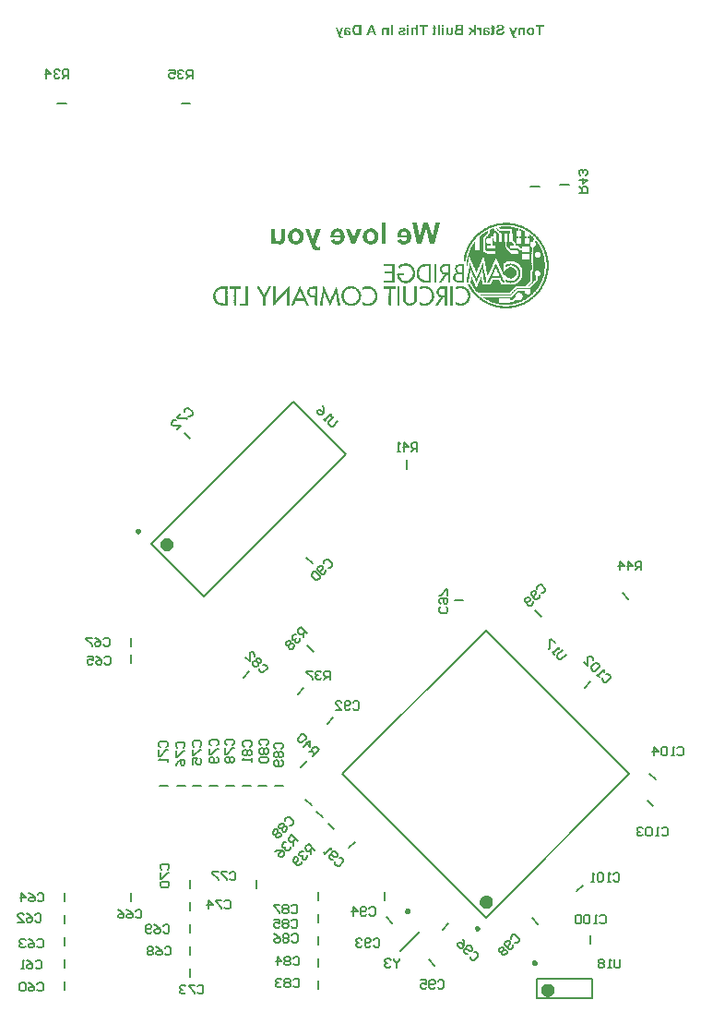
<source format=gbo>
%FSDAX23Y23*%
%MOIN*%
%SFA1B1*%

%IPPOS*%
%ADD41C,0.009840*%
%ADD69C,0.007870*%
%ADD89C,0.023620*%
%LNapb-1*%
%LPD*%
G36*
X01908Y03667D02*
X01910Y03667D01*
X01911Y03666*
X01913Y03666*
X01915Y03665*
X01916Y03665*
X01918Y03664*
X01919Y03663*
X01920Y03663*
X01921Y03662*
X01922Y03661*
X01923Y03661*
X01923Y03660*
X01923Y03660*
X01924Y03659*
X01924Y03659*
X01925Y03658*
X01926Y03656*
X01927Y03654*
X01928Y03653*
X01929Y03651*
X01929Y03649*
X01930Y03646*
X01930Y03644*
X01931Y03643*
X01931Y03641*
X01931Y03640*
X01931Y03639*
Y03639*
Y03638*
Y03638*
X01931Y03636*
X01931Y03634*
X01930Y03630*
X01930Y03629*
X01929Y03627*
X01929Y03626*
X01928Y03624*
X01928Y03623*
X01927Y03622*
X01927Y03621*
X01926Y03620*
X01926Y03620*
X01926Y03619*
X01926Y03619*
Y03619*
X01924Y03617*
X01923Y03616*
X01921Y03615*
X01919Y03614*
X01918Y03613*
X01916Y03612*
X01914Y03611*
X01912Y03611*
X01911Y03611*
X01909Y03610*
X01908Y03610*
X01907Y03610*
X01906*
X01905Y03610*
X01904*
X01901Y03610*
X01898Y03610*
X01896Y03611*
X01893Y03612*
X01892Y03613*
X01891Y03613*
X01890Y03613*
X01890Y03614*
X01890Y03614*
X01889Y03614*
X01889*
X01887Y03616*
X01885Y03618*
X01884Y03620*
X01883Y03621*
X01882Y03623*
X01881Y03624*
X01881Y03625*
X01881Y03625*
X01881Y03626*
X01880Y03626*
Y03626*
X01895Y03628*
X01895Y03627*
X01896Y03626*
X01897Y03625*
X01897Y03624*
X01898Y03623*
X01898Y03623*
X01898Y03623*
X01898Y03622*
X01899Y03622*
X01900Y03621*
X01901Y03621*
X01902Y03621*
X01903Y03621*
X01904Y03621*
X01904*
X01906Y03621*
X01908Y03621*
X01909Y03622*
X01910Y03622*
X01911Y03623*
X01912Y03624*
X01912Y03624*
X01913Y03624*
X01914Y03626*
X01914Y03627*
X01915Y03629*
X01916Y03631*
X01916Y03632*
X01916Y03633*
X01916Y03634*
Y03634*
Y03634*
Y03634*
X01880*
Y03637*
X01880Y03640*
X01880Y03643*
X01881Y03645*
X01881Y03647*
X01882Y03649*
X01882Y03651*
X01883Y03653*
X01884Y03654*
X01884Y03655*
X01885Y03657*
X01885Y03657*
X01886Y03658*
X01886Y03659*
X01886Y03659*
X01886Y03659*
X01888Y03660*
X01889Y03662*
X01891Y03663*
X01892Y03664*
X01894Y03664*
X01896Y03665*
X01897Y03666*
X01899Y03666*
X01900Y03666*
X01902Y03667*
X01903Y03667*
X01904Y03667*
X01905Y03667*
X01906*
X01908Y03667*
G37*
G36*
X01667D02*
X01669Y03667D01*
X01671Y03666*
X01672Y03666*
X01674Y03665*
X01675Y03665*
X01677Y03664*
X01678Y03663*
X01679Y03663*
X01680Y03662*
X01681Y03661*
X01682Y03661*
X01682Y03660*
X01682Y03660*
X01683Y03659*
X01683Y03659*
X01684Y03658*
X01685Y03656*
X01686Y03654*
X01687Y03653*
X01688Y03651*
X01688Y03649*
X01689Y03646*
X01689Y03644*
X01690Y03643*
X01690Y03641*
X01690Y03640*
X01690Y03639*
Y03639*
Y03638*
Y03638*
X01690Y03636*
X01690Y03634*
X01689Y03630*
X01689Y03629*
X01688Y03627*
X01688Y03626*
X01687Y03624*
X01687Y03623*
X01686Y03622*
X01686Y03621*
X01685Y03620*
X01685Y03620*
X01685Y03619*
X01685Y03619*
Y03619*
X01683Y03617*
X01682Y03616*
X01680Y03615*
X01678Y03614*
X01677Y03613*
X01675Y03612*
X01673Y03611*
X01671Y03611*
X01670Y03611*
X01668Y03610*
X01667Y03610*
X01666Y03610*
X01665*
X01664Y03610*
X01663*
X01660Y03610*
X01657Y03610*
X01655Y03611*
X01653Y03612*
X01651Y03613*
X01650Y03613*
X01649Y03613*
X01649Y03614*
X01649Y03614*
X01648Y03614*
X01648*
X01646Y03616*
X01644Y03618*
X01643Y03620*
X01642Y03621*
X01641Y03623*
X01640Y03624*
X01640Y03625*
X01640Y03625*
X01640Y03626*
X01639Y03626*
Y03626*
X01654Y03628*
X01654Y03627*
X01655Y03626*
X01656Y03625*
X01656Y03624*
X01657Y03623*
X01657Y03623*
X01657Y03623*
X01657Y03622*
X01658Y03622*
X01659Y03621*
X01660Y03621*
X01661Y03621*
X01662Y03621*
X01663Y03621*
X01663*
X01665Y03621*
X01667Y03621*
X01668Y03622*
X01669Y03622*
X01670Y03623*
X01671Y03624*
X01671Y03624*
X01672Y03624*
X01673Y03626*
X01674Y03627*
X01674Y03629*
X01675Y03631*
X01675Y03632*
X01675Y03633*
X01675Y03634*
Y03634*
Y03634*
Y03634*
X01639*
Y03637*
X01639Y03640*
X01639Y03643*
X01640Y03645*
X01640Y03647*
X01641Y03649*
X01641Y03651*
X01642Y03653*
X01643Y03654*
X01643Y03655*
X01644Y03657*
X01644Y03657*
X01645Y03658*
X01645Y03659*
X01645Y03659*
X01645Y03659*
X01647Y03660*
X01648Y03662*
X01650Y03663*
X01651Y03664*
X01653Y03664*
X01655Y03665*
X01656Y03666*
X01658Y03666*
X01659Y03666*
X01661Y03667*
X01662Y03667*
X01663Y03667*
X01664Y03667*
X01665*
X01667Y03667*
G37*
G36*
X01474Y03631D02*
X01474Y03628D01*
X01474Y03626*
X01474Y03624*
X01473Y03622*
X01473Y03621*
X01473Y03620*
X01473Y03619*
X01472Y03619*
X01472Y03617*
X01471Y03616*
X01470Y03615*
X01468Y03614*
X01468Y03613*
X01467Y03613*
X01466Y03612*
X01466Y03612*
X01464Y03611*
X01463Y03611*
X01461Y03610*
X01460Y03610*
X01458Y03610*
X01457Y03610*
X01456*
X01454Y03610*
X01452Y03610*
X01451Y03611*
X01449Y03611*
X01448Y03611*
X01447Y03612*
X01446Y03612*
X01446Y03612*
X01444Y03613*
X01443Y03614*
X01441Y03616*
X01440Y03617*
X01439Y03618*
X01439Y03619*
X01438Y03619*
X01438Y03619*
Y03611*
X01424*
Y03666*
X01439*
Y03643*
Y03641*
Y03639*
X01439Y03637*
X01439Y03635*
Y03634*
X01439Y03633*
X01439Y03632*
X01440Y03631*
X01440Y03630*
X01440Y03629*
X01440Y03629*
Y03629*
X01440Y03628*
Y03628*
X01441Y03627*
X01441Y03626*
X01442Y03625*
X01443Y03624*
X01443Y03624*
X01444Y03623*
X01444Y03623*
X01444Y03623*
X01445Y03622*
X01446Y03622*
X01448Y03621*
X01449Y03621*
X01449Y03621*
X01450Y03621*
X01451*
X01452Y03621*
X01453Y03621*
X01454Y03621*
X01455Y03622*
X01455Y03622*
X01456Y03622*
X01456Y03622*
X01456Y03622*
X01457Y03623*
X01457Y03624*
X01458Y03625*
X01459Y03625*
X01459Y03626*
X01459Y03626*
Y03626*
X01459Y03627*
X01459Y03628*
X01459Y03629*
Y03630*
X01460Y03632*
Y03635*
X01460Y03637*
Y03638*
Y03639*
Y03640*
Y03640*
Y03641*
Y03641*
Y03666*
X01474*
Y03631*
G37*
G36*
X01729Y03611D02*
X01716D01*
X01694Y03666*
X01709*
X01720Y03638*
X01720Y03636*
X01721Y03635*
X01721Y03634*
X01721Y03634*
X01721Y03633*
Y03633*
X01721Y03633*
X01722Y03632*
X01722Y03630*
X01723Y03630*
X01723Y03629*
X01723Y03629*
Y03629*
X01726Y03638*
X01736Y03666*
X01751*
X01729Y03611*
G37*
G36*
X01584Y03611D02*
X01584Y03609D01*
X01585Y03608*
X01585Y03607*
X01586Y03605*
X01587Y03605*
X01587Y03604*
X01587Y03603*
X01587Y03603*
X01588Y03602*
X01590Y03602*
X01591Y03601*
X01592Y03601*
X01593Y03600*
X01594Y03600*
X01595*
X01597Y03600*
X01598Y03600*
X01599Y03601*
X01600Y03601*
X01600Y03601*
X01601Y03601*
X01601*
X01600Y03590*
X01597Y03589*
X01595Y03589*
X01594Y03589*
X01593Y03589*
X01590*
X01589Y03589*
X01587Y03589*
X01586Y03589*
X01585Y03589*
X01585Y03590*
X01584Y03590*
X01584*
X01583Y03590*
X01582Y03590*
X01581Y03591*
X01580Y03591*
X01580Y03592*
X01579Y03592*
X01579Y03592*
X01579Y03592*
X01577Y03593*
X01576Y03595*
X01575Y03595*
X01575Y03596*
X01575Y03596*
X01575Y03596*
X01574Y03597*
X01573Y03598*
X01573Y03600*
X01572Y03601*
X01572Y03602*
X01571Y03603*
X01571Y03603*
X01571Y03604*
X01567Y03613*
X01548Y03666*
X01563*
X01576Y03627*
X01589Y03666*
X01604*
X01584Y03611*
G37*
G36*
X01838Y03611D02*
X01824D01*
Y03687*
X01838*
Y03611*
G37*
G36*
X01923Y04396D02*
X01916D01*
Y04403*
X01923*
Y04396*
G37*
G36*
X01955Y04365D02*
X01948D01*
Y04379*
X01948Y04380*
X01948Y04381*
X01948Y04382*
X01948Y04383*
X01948Y04383*
X01947Y04384*
X01947Y04384*
Y04384*
X01947Y04385*
X01947Y04385*
X01946Y04386*
X01946Y04386*
X01946Y04386*
X01946Y04386*
X01945Y04387*
X01945Y04387*
X01945Y04387*
X01944Y04387*
X01944Y04387*
X01943Y04387*
X01943Y04387*
X01942Y04388*
X01942*
X01941Y04387*
X01941Y04387*
X01940Y04387*
X01940Y04387*
X01940Y04387*
X01940Y04387*
X01939Y04387*
X01939Y04387*
X01939Y04386*
X01938Y04386*
X01938Y04385*
X01938Y04385*
X01938Y04385*
Y04385*
X01938Y04385*
X01938Y04384*
X01938Y04384*
X01938Y04383*
X01938Y04382*
X01938Y04381*
Y04380*
Y04380*
Y04380*
Y04380*
Y04379*
Y04365*
X01930*
Y04381*
Y04382*
X01930Y04383*
X01930Y04384*
X01931Y04385*
X01931Y04386*
X01931Y04386*
X01931Y04386*
Y04386*
X01931Y04387*
X01931Y04388*
X01931Y04388*
X01932Y04389*
X01932Y04389*
X01932Y04389*
X01932Y04390*
X01932Y04390*
X01933Y04390*
X01933Y04391*
X01934Y04391*
X01934Y04391*
X01934Y04392*
X01935Y04392*
X01935Y04392*
X01935Y04392*
X01936Y04392*
X01937Y04393*
X01937Y04393*
X01938Y04393*
X01939Y04393*
X01939Y04393*
X01940*
X01941Y04393*
X01941Y04393*
X01942Y04393*
X01943Y04392*
X01944Y04392*
X01946Y04391*
X01946Y04391*
X01947Y04390*
X01947Y04390*
X01947Y04390*
X01948Y04389*
X01948Y04389*
X01948Y04389*
X01948Y04389*
Y04403*
X01955*
Y04365*
G37*
G36*
X02049Y04396D02*
X02042D01*
Y04403*
X02049*
Y04396*
G37*
G36*
X01787Y03667D02*
X01790Y03667D01*
X01792Y03666*
X01795Y03665*
X01796Y03665*
X01797Y03664*
X01798Y03664*
X01798Y03664*
X01798Y03664*
X01799Y03664*
X01799*
X01801Y03662*
X01803Y03660*
X01805Y03659*
X01806Y03657*
X01807Y03655*
X01808Y03654*
X01809Y03654*
X01809Y03654*
X01809Y03653*
Y03653*
X01810Y03651*
X01811Y03648*
X01812Y03646*
X01812Y03644*
X01812Y03642*
X01812Y03641*
Y03640*
X01812Y03640*
Y03639*
Y03639*
Y03639*
X01812Y03636*
X01812Y03633*
X01811Y03630*
X01811Y03628*
X01810Y03627*
X01810Y03626*
X01810Y03625*
X01809Y03624*
X01809Y03624*
X01809Y03623*
X01809Y03623*
Y03623*
X01807Y03621*
X01806Y03619*
X01804Y03617*
X01802Y03616*
X01801Y03615*
X01800Y03614*
X01799Y03613*
X01799Y03613*
X01799Y03613*
X01798*
X01796Y03612*
X01793Y03611*
X01791Y03611*
X01789Y03610*
X01787Y03610*
X01786Y03610*
X01785Y03610*
X01784*
X01782Y03610*
X01780Y03610*
X01778Y03611*
X01776Y03611*
X01774Y03612*
X01772Y03612*
X01771Y03613*
X01770Y03614*
X01768Y03615*
X01767Y03615*
X01766Y03616*
X01765Y03617*
X01765Y03617*
X01764Y03618*
X01764Y03618*
X01764Y03618*
X01763Y03620*
X01761Y03621*
X01760Y03623*
X01759Y03625*
X01759Y03626*
X01758Y03628*
X01757Y03630*
X01757Y03631*
X01757Y03633*
X01756Y03634*
X01756Y03635*
X01756Y03636*
X01756Y03637*
Y03638*
Y03638*
Y03639*
X01756Y03641*
X01756Y03643*
X01757Y03645*
X01757Y03647*
X01758Y03649*
X01758Y03650*
X01759Y03652*
X01760Y03653*
X01761Y03655*
X01761Y03656*
X01762Y03657*
X01763Y03657*
X01763Y03658*
X01764Y03659*
X01764Y03659*
X01764Y03659*
X01765Y03660*
X01767Y03662*
X01769Y03663*
X01770Y03664*
X01772Y03664*
X01774Y03665*
X01775Y03666*
X01777Y03666*
X01779Y03666*
X01780Y03667*
X01781Y03667*
X01782Y03667*
X01783Y03667*
X01784*
X01787Y03667*
G37*
G36*
X01517D02*
X01519Y03667D01*
X01522Y03666*
X01524Y03665*
X01526Y03665*
X01527Y03664*
X01527Y03664*
X01528Y03664*
X01528Y03664*
X01528Y03664*
X01528*
X01531Y03662*
X01533Y03660*
X01534Y03659*
X01536Y03657*
X01537Y03655*
X01538Y03654*
X01538Y03654*
X01538Y03654*
X01538Y03653*
Y03653*
X01540Y03651*
X01540Y03648*
X01541Y03646*
X01541Y03644*
X01542Y03642*
X01542Y03641*
Y03640*
X01542Y03640*
Y03639*
Y03639*
Y03639*
X01542Y03636*
X01541Y03633*
X01541Y03630*
X01540Y03628*
X01540Y03627*
X01540Y03626*
X01539Y03625*
X01539Y03624*
X01539Y03624*
X01539Y03623*
X01538Y03623*
Y03623*
X01537Y03621*
X01535Y03619*
X01534Y03617*
X01532Y03616*
X01530Y03615*
X01529Y03614*
X01529Y03613*
X01528Y03613*
X01528Y03613*
X01528*
X01526Y03612*
X01523Y03611*
X01521Y03611*
X01518Y03610*
X01517Y03610*
X01516Y03610*
X01515Y03610*
X01514*
X01512Y03610*
X01509Y03610*
X01507Y03611*
X01506Y03611*
X01504Y03612*
X01502Y03612*
X01501Y03613*
X01499Y03614*
X01498Y03615*
X01497Y03615*
X01496Y03616*
X01495Y03617*
X01494Y03617*
X01494Y03618*
X01494Y03618*
X01494Y03618*
X01492Y03620*
X01491Y03621*
X01490Y03623*
X01489Y03625*
X01488Y03626*
X01488Y03628*
X01487Y03630*
X01487Y03631*
X01486Y03633*
X01486Y03634*
X01486Y03635*
X01486Y03636*
X01486Y03637*
Y03638*
Y03638*
Y03639*
X01486Y03641*
X01486Y03643*
X01486Y03645*
X01487Y03647*
X01487Y03649*
X01488Y03650*
X01489Y03652*
X01489Y03653*
X01490Y03655*
X01491Y03656*
X01492Y03657*
X01492Y03657*
X01493Y03658*
X01493Y03659*
X01493Y03659*
X01494Y03659*
X01495Y03660*
X01497Y03662*
X01498Y03663*
X01500Y03664*
X01502Y03664*
X01503Y03665*
X01505Y03666*
X01507Y03666*
X01508Y03666*
X01509Y03667*
X01511Y03667*
X01512Y03667*
X01513Y03667*
X01514*
X01517Y03667*
G37*
G36*
X02031Y03421D02*
X02030D01*
Y03422*
X02031*
Y03421*
G37*
G36*
X01661Y03458D02*
X01662D01*
Y03457*
X01662*
Y03457*
X01662*
Y03456*
X01662*
Y03455*
X01662*
Y03454*
X01662*
Y03454*
Y03453*
Y03452*
X01663*
Y03452*
X01662*
Y03451*
X01663*
Y03450*
X01664*
Y03450*
X01663*
Y03449*
X01664*
Y03448*
X01663*
Y03447*
X01664*
Y03447*
Y03446*
Y03445*
X01664*
Y03445*
X01664*
Y03444*
X01664*
Y03443*
Y03443*
Y03442*
X01665*
Y03441*
X01664*
Y03440*
X01665*
Y03440*
X01664*
Y03439*
X01665*
Y03438*
Y03438*
Y03437*
X01666*
Y03436*
X01667*
Y03436*
X01666*
Y03435*
X01667*
Y03434*
X01666*
Y03433*
X01667*
Y03433*
X01666*
Y03432*
X01667*
Y03431*
X01666*
Y03431*
X01667*
Y03430*
X01667*
Y03429*
Y03429*
Y03428*
X01668*
Y03427*
X01667*
Y03426*
X01668*
Y03426*
X01667*
Y03425*
X01668*
Y03424*
Y03424*
Y03423*
X01669*
Y03422*
Y03421*
Y03421*
X01669*
Y03420*
X01669*
Y03419*
X01669*
Y03419*
X01669*
Y03418*
X01669*
Y03417*
X01669*
Y03417*
X01669*
Y03416*
X01670*
Y03415*
Y03414*
Y03414*
X01671*
Y03413*
X01670*
Y03412*
X01671*
Y03412*
X01670*
Y03411*
X01671*
Y03410*
X01670*
Y03410*
X01671*
Y03409*
Y03408*
X01671*
Y03407*
Y03407*
Y03406*
Y03405*
X01672*
Y03405*
X01671*
Y03404*
X01672*
Y03403*
X01671*
Y03403*
X01672*
Y03402*
X01673*
Y03401*
Y03400*
Y03400*
Y03399*
Y03398*
X01674*
Y03398*
X01673*
Y03397*
X01674*
Y03396*
X01673*
Y03396*
X01674*
Y03395*
Y03394*
X01674*
Y03393*
Y03393*
Y03392*
Y03391*
X01675*
Y03391*
X01674*
Y03390*
X01675*
Y03389*
X01674*
Y03389*
X01674*
Y03389*
X01673*
Y03389*
X01672*
Y03389*
X01671*
Y03389*
X01671*
Y03389*
X01670*
Y03389*
X01669*
Y03389*
X01669*
Y03389*
X01668*
Y03389*
X01667*
Y03389*
X01667*
Y03389*
X01666*
Y03390*
Y03391*
Y03391*
Y03392*
Y03393*
X01665*
Y03393*
Y03394*
Y03395*
X01664*
Y03396*
X01665*
Y03396*
X01664*
Y03397*
X01665*
Y03398*
X01664*
Y03398*
X01665*
Y03399*
X01664*
Y03400*
X01664*
Y03400*
X01664*
Y03401*
X01664*
Y03402*
X01663*
Y03403*
X01664*
Y03403*
X01663*
Y03404*
X01664*
Y03405*
X01663*
Y03405*
X01664*
Y03406*
X01663*
Y03407*
Y03407*
Y03408*
X01662*
Y03409*
X01663*
Y03410*
X01662*
Y03410*
Y03411*
Y03412*
X01662*
Y03412*
X01662*
Y03413*
X01662*
Y03414*
X01662*
Y03414*
X01662*
Y03415*
Y03416*
Y03417*
X01661*
Y03417*
Y03418*
Y03419*
X01660*
Y03419*
X01661*
Y03420*
X01660*
Y03421*
X01661*
Y03421*
X01660*
Y03422*
X01661*
Y03423*
X01660*
Y03424*
X01660*
Y03424*
Y03425*
Y03426*
Y03426*
Y03427*
X01659*
Y03428*
X01660*
Y03429*
X01659*
Y03429*
X01660*
Y03430*
X01659*
Y03431*
Y03431*
Y03432*
X01658*
Y03433*
X01657*
Y03432*
X01657*
Y03431*
Y03431*
Y03430*
X01656*
Y03429*
Y03429*
Y03428*
X01655*
Y03427*
X01655*
Y03426*
Y03426*
Y03425*
X01654*
Y03424*
X01653*
Y03424*
X01654*
Y03423*
X01653*
Y03422*
X01653*
Y03421*
Y03421*
Y03420*
X01652*
Y03419*
Y03419*
X01651*
Y03418*
Y03417*
X01650*
Y03417*
Y03416*
Y03415*
X01650*
Y03414*
X01649*
Y03414*
X01650*
Y03413*
X01649*
Y03412*
X01648*
Y03412*
X01648*
Y03411*
X01648*
Y03410*
X01648*
Y03410*
X01647*
Y03409*
X01646*
Y03408*
X01647*
Y03407*
X01646*
Y03407*
X01646*
Y03406*
Y03405*
Y03405*
X01645*
Y03404*
X01646*
Y03403*
X01645*
Y03403*
X01644*
Y03402*
X01643*
Y03401*
X01644*
Y03400*
X01643*
Y03400*
X01643*
Y03399*
X01642*
Y03398*
X01643*
Y03398*
X01642*
Y03397*
X01641*
Y03396*
Y03396*
Y03395*
X01641*
Y03394*
X01641*
Y03393*
X01641*
Y03393*
X01640*
Y03392*
X01639*
Y03391*
Y03391*
Y03390*
X01639*
Y03389*
X01638*
Y03389*
X01639*
Y03388*
X01637*
Y03389*
Y03389*
X01636*
Y03390*
Y03391*
Y03391*
X01636*
Y03392*
X01635*
Y03393*
Y03393*
Y03394*
X01634*
Y03395*
X01634*
Y03396*
X01634*
Y03396*
X01634*
Y03397*
X01633*
Y03398*
Y03398*
Y03399*
X01632*
Y03400*
Y03400*
X01632*
Y03401*
Y03402*
X01631*
Y03403*
Y03403*
Y03404*
X01630*
Y03405*
X01629*
Y03405*
X01630*
Y03406*
X01629*
Y03407*
X01629*
Y03407*
X01628*
Y03408*
X01629*
Y03409*
X01628*
Y03410*
X01627*
Y03410*
X01627*
Y03411*
X01627*
Y03412*
X01627*
Y03412*
Y03413*
X01626*
Y03414*
Y03414*
X01625*
Y03415*
X01626*
Y03416*
X01625*
Y03417*
X01624*
Y03417*
X01624*
Y03418*
X01624*
Y03419*
X01624*
Y03419*
X01623*
Y03420*
X01622*
Y03421*
X01623*
Y03421*
X01622*
Y03422*
X01622*
Y03423*
Y03424*
Y03424*
X01621*
Y03425*
X01622*
Y03426*
X01621*
Y03426*
X01620*
Y03427*
X01620*
Y03428*
X01620*
Y03429*
X01620*
Y03429*
X01619*
Y03430*
X01618*
Y03431*
X01619*
Y03431*
X01618*
Y03432*
X01617*
Y03433*
X01617*
Y03432*
Y03431*
Y03431*
X01616*
Y03430*
Y03429*
Y03429*
X01615*
Y03428*
X01616*
Y03427*
X01615*
Y03426*
X01616*
Y03426*
X01615*
Y03425*
X01616*
Y03424*
X01615*
Y03424*
X01615*
Y03423*
X01615*
Y03422*
X01615*
Y03421*
Y03421*
Y03420*
X01614*
Y03419*
X01615*
Y03419*
X01614*
Y03418*
X01615*
Y03417*
X01614*
Y03417*
Y03416*
Y03415*
X01613*
Y03414*
X01614*
Y03414*
X01613*
Y03413*
Y03412*
Y03412*
X01613*
Y03411*
X01613*
Y03410*
X01613*
Y03410*
Y03409*
Y03408*
Y03407*
Y03407*
X01612*
Y03406*
Y03405*
Y03405*
X01611*
Y03404*
X01612*
Y03403*
X01611*
Y03403*
X01612*
Y03402*
X01611*
Y03401*
X01612*
Y03400*
X01611*
Y03400*
Y03399*
Y03398*
X01610*
Y03398*
X01610*
Y03397*
X01610*
Y03396*
Y03396*
Y03395*
X01610*
Y03394*
X01610*
Y03393*
X01610*
Y03393*
Y03392*
Y03391*
Y03391*
Y03390*
X01609*
Y03389*
X01608*
Y03389*
X01608*
Y03389*
X01607*
Y03389*
X01606*
Y03389*
X01606*
Y03389*
X01605*
Y03389*
X01604*
Y03389*
X01603*
Y03389*
X01603*
Y03389*
X01602*
Y03389*
X01601*
Y03389*
X01601*
Y03389*
X01600*
Y03390*
X01601*
Y03391*
Y03391*
Y03392*
X01601*
Y03393*
X01601*
Y03393*
X01601*
Y03394*
X01602*
Y03395*
X01601*
Y03396*
X01602*
Y03396*
X01601*
Y03397*
X01602*
Y03398*
Y03398*
Y03399*
X01603*
Y03400*
X01602*
Y03400*
X01603*
Y03401*
X01603*
Y03402*
X01603*
Y03403*
X01603*
Y03403*
X01603*
Y03404*
X01603*
Y03405*
Y03405*
Y03406*
X01604*
Y03407*
X01603*
Y03407*
X01604*
Y03408*
X01605*
Y03409*
X01604*
Y03410*
X01605*
Y03410*
X01604*
Y03411*
X01605*
Y03412*
Y03412*
Y03413*
X01606*
Y03414*
X01605*
Y03414*
X01606*
Y03415*
Y03416*
Y03417*
X01606*
Y03417*
X01606*
Y03418*
X01606*
Y03419*
Y03419*
Y03420*
X01607*
Y03421*
X01606*
Y03421*
X01607*
Y03422*
X01608*
Y03423*
X01607*
Y03424*
X01608*
Y03424*
X01607*
Y03425*
X01608*
Y03426*
Y03426*
Y03427*
X01608*
Y03428*
X01608*
Y03429*
X01608*
Y03429*
Y03430*
Y03431*
X01609*
Y03431*
X01608*
Y03432*
X01609*
Y03433*
X01608*
Y03433*
X01609*
Y03434*
Y03435*
Y03436*
X01610*
Y03436*
X01610*
Y03437*
X01610*
Y03438*
X01610*
Y03438*
X01610*
Y03439*
X01610*
Y03440*
X01610*
Y03440*
X01610*
Y03441*
X01610*
Y03442*
X01610*
Y03443*
X01611*
Y03443*
Y03444*
Y03445*
X01612*
Y03445*
X01611*
Y03446*
X01612*
Y03447*
X01611*
Y03447*
X01612*
Y03448*
Y03449*
Y03450*
X01613*
Y03450*
X01613*
Y03451*
X01613*
Y03452*
Y03452*
Y03453*
X01613*
Y03454*
X01613*
Y03454*
X01613*
Y03455*
X01613*
Y03456*
X01613*
Y03457*
X01614*
Y03457*
Y03458*
Y03459*
X01615*
Y03458*
X01615*
Y03457*
X01616*
Y03457*
X01615*
Y03456*
X01616*
Y03455*
X01617*
Y03454*
Y03454*
Y03453*
X01617*
Y03452*
Y03452*
Y03451*
X01618*
Y03450*
X01619*
Y03450*
Y03449*
Y03448*
X01620*
Y03447*
X01620*
Y03447*
X01620*
Y03446*
X01620*
Y03445*
X01621*
Y03445*
X01622*
Y03444*
X01621*
Y03443*
X01622*
Y03443*
X01622*
Y03442*
Y03441*
Y03440*
X01623*
Y03440*
Y03439*
Y03438*
X01624*
Y03438*
X01624*
Y03437*
X01624*
Y03436*
X01624*
Y03436*
X01625*
Y03435*
X01626*
Y03434*
X01625*
Y03433*
X01626*
Y03433*
X01627*
Y03432*
Y03431*
Y03431*
X01627*
Y03430*
Y03429*
X01628*
Y03429*
Y03428*
X01629*
Y03427*
X01628*
Y03426*
X01629*
Y03426*
X01629*
Y03425*
X01630*
Y03424*
X01629*
Y03424*
X01630*
Y03423*
X01631*
Y03422*
Y03421*
Y03421*
X01632*
Y03420*
Y03419*
X01633*
Y03419*
X01632*
Y03418*
X01633*
Y03417*
X01632*
Y03417*
X01633*
Y03416*
X01634*
Y03415*
X01634*
Y03414*
X01634*
Y03414*
X01634*
Y03413*
X01635*
Y03412*
Y03412*
Y03411*
X01636*
Y03410*
Y03410*
X01636*
Y03409*
Y03408*
X01637*
Y03407*
Y03407*
X01639*
Y03407*
X01638*
Y03408*
X01639*
Y03409*
X01639*
Y03410*
X01640*
Y03410*
X01639*
Y03411*
X01640*
Y03412*
X01641*
Y03412*
Y03413*
Y03414*
X01641*
Y03414*
Y03415*
X01642*
Y03416*
Y03417*
X01643*
Y03417*
X01642*
Y03418*
X01643*
Y03419*
X01643*
Y03419*
X01644*
Y03420*
X01643*
Y03421*
X01644*
Y03421*
X01645*
Y03422*
Y03423*
Y03424*
X01646*
Y03424*
Y03425*
X01646*
Y03426*
Y03426*
X01647*
Y03427*
X01646*
Y03428*
X01647*
Y03429*
X01648*
Y03429*
X01648*
Y03430*
X01648*
Y03431*
X01648*
Y03431*
X01649*
Y03432*
Y03433*
Y03433*
X01650*
Y03434*
Y03435*
X01650*
Y03436*
Y03436*
X01651*
Y03437*
Y03438*
Y03438*
X01652*
Y03439*
X01653*
Y03440*
Y03440*
Y03441*
X01653*
Y03442*
X01654*
Y03443*
X01653*
Y03443*
X01654*
Y03444*
X01655*
Y03445*
X01655*
Y03445*
X01655*
Y03446*
X01655*
Y03447*
X01655*
Y03447*
X01655*
Y03448*
X01656*
Y03449*
X01657*
Y03450*
Y03450*
Y03451*
X01657*
Y03452*
X01658*
Y03452*
X01657*
Y03453*
X01658*
Y03454*
X01659*
Y03454*
X01660*
Y03455*
X01659*
Y03456*
X01660*
Y03457*
X01660*
Y03457*
X01660*
Y03458*
X01660*
Y03459*
X01661*
Y03458*
G37*
G36*
X02382Y03623D02*
Y03623D01*
X02383*
Y03622*
X02383*
Y03621*
X02384*
Y03620*
X02385*
Y03620*
Y03619*
X02385*
Y03618*
X02386*
Y03618*
X02387*
Y03617*
Y03616*
X02387*
Y03616*
X02388*
Y03615*
Y03614*
X02389*
Y03613*
X02390*
Y03613*
X02390*
Y03612*
Y03611*
X02391*
Y03611*
X02392*
Y03610*
Y03609*
X02392*
Y03609*
Y03608*
X02393*
Y03607*
X02394*
Y03606*
Y03606*
X02394*
Y03605*
X02395*
Y03604*
Y03604*
X02396*
Y03603*
Y03602*
X02397*
Y03602*
Y03601*
X02397*
Y03600*
Y03599*
X02398*
Y03599*
Y03598*
X02399*
Y03597*
Y03597*
X02399*
Y03596*
Y03595*
X02400*
Y03595*
X02401*
Y03594*
Y03593*
Y03592*
X02401*
Y03592*
Y03591*
X02402*
Y03590*
Y03590*
X02403*
Y03589*
Y03588*
X02404*
Y03588*
Y03587*
Y03586*
X02404*
Y03585*
Y03585*
Y03584*
X02405*
Y03583*
Y03583*
X02406*
Y03582*
Y03581*
Y03581*
X02406*
Y03580*
Y03579*
Y03578*
X02407*
Y03578*
Y03577*
X02408*
Y03576*
Y03576*
Y03575*
Y03574*
X02408*
Y03574*
Y03573*
Y03572*
Y03571*
X02409*
Y03571*
Y03570*
Y03569*
X02410*
Y03569*
Y03568*
Y03567*
Y03567*
X02411*
Y03566*
Y03565*
Y03564*
Y03564*
X02411*
Y03563*
Y03562*
Y03562*
Y03561*
Y03560*
X02412*
Y03560*
Y03559*
Y03558*
Y03557*
Y03557*
Y03556*
X02413*
Y03555*
Y03555*
Y03554*
Y03553*
Y03553*
Y03552*
X02413*
Y03551*
Y03550*
Y03550*
Y03549*
Y03548*
Y03548*
Y03547*
Y03546*
Y03545*
Y03545*
Y03544*
X02414*
Y03543*
Y03543*
Y03542*
Y03541*
Y03541*
Y03540*
Y03539*
Y03538*
Y03538*
Y03537*
Y03536*
Y03536*
Y03535*
Y03534*
Y03534*
Y03533*
Y03532*
Y03531*
Y03531*
Y03530*
Y03529*
Y03529*
Y03528*
Y03527*
Y03527*
Y03526*
Y03525*
Y03524*
Y03524*
Y03523*
Y03522*
Y03522*
X02413*
Y03521*
Y03520*
Y03520*
Y03519*
Y03518*
Y03517*
Y03517*
Y03516*
Y03515*
Y03515*
X02413*
Y03514*
Y03513*
Y03513*
Y03512*
Y03511*
Y03510*
Y03510*
X02412*
Y03509*
Y03508*
Y03508*
Y03507*
Y03506*
X02411*
Y03506*
Y03505*
Y03504*
Y03503*
Y03503*
X02411*
Y03502*
Y03501*
Y03501*
Y03500*
Y03499*
X02410*
Y03499*
Y03498*
Y03497*
Y03496*
X02409*
Y03496*
Y03495*
Y03494*
X02408*
Y03494*
Y03493*
Y03492*
Y03492*
X02408*
Y03491*
Y03490*
Y03489*
X02407*
Y03489*
Y03488*
Y03487*
X02406*
Y03487*
Y03486*
Y03485*
X02406*
Y03485*
Y03484*
Y03483*
X02405*
Y03482*
Y03482*
X02404*
Y03481*
Y03480*
Y03480*
X02404*
Y03479*
Y03478*
X02403*
Y03478*
Y03477*
Y03476*
X02402*
Y03475*
Y03475*
X02401*
Y03474*
Y03473*
X02401*
Y03473*
Y03472*
X02400*
Y03471*
Y03471*
X02399*
Y03470*
Y03469*
X02399*
Y03468*
Y03468*
X02398*
Y03467*
Y03466*
X02397*
Y03466*
Y03465*
X02397*
Y03464*
Y03464*
X02396*
Y03463*
X02395*
Y03462*
Y03461*
X02394*
Y03461*
Y03460*
X02394*
Y03459*
Y03459*
X02393*
Y03458*
X02392*
Y03457*
Y03457*
X02392*
Y03456*
X02391*
Y03455*
Y03454*
X02390*
Y03454*
X02390*
Y03453*
Y03452*
X02389*
Y03452*
X02388*
Y03451*
X02387*
Y03450*
Y03450*
X02387*
Y03449*
X02386*
Y03448*
Y03447*
X02385*
Y03447*
X02385*
Y03446*
X02384*
Y03445*
Y03445*
X02383*
Y03444*
X02383*
Y03443*
X02382*
Y03443*
X02381*
Y03442*
X02380*
Y03441*
X02380*
Y03440*
Y03440*
X02379*
Y03439*
X02378*
Y03438*
X02378*
Y03438*
X02377*
Y03437*
X02376*
Y03436*
X02376*
Y03436*
X02375*
Y03435*
X02374*
Y03434*
X02373*
Y03433*
X02373*
Y03433*
X02372*
Y03432*
X02371*
Y03431*
X02371*
Y03431*
X02370*
Y03430*
X02369*
Y03429*
X02369*
Y03429*
X02368*
Y03428*
X02367*
Y03427*
X02366*
Y03426*
X02366*
Y03426*
X02364*
Y03425*
X02364*
Y03424*
X02363*
Y03424*
X02362*
Y03423*
X02362*
Y03422*
X02360*
Y03421*
X02359*
Y03421*
X02359*
Y03420*
X02358*
Y03419*
X02357*
Y03419*
X02356*
Y03418*
X02355*
Y03417*
X02354*
Y03417*
X02352*
Y03416*
X02352*
Y03415*
X02351*
Y03414*
X02350*
Y03414*
X02348*
Y03413*
X02348*
Y03412*
X02346*
Y03412*
X02345*
Y03411*
X02344*
Y03410*
X02343*
Y03410*
X02341*
Y03409*
X02341*
Y03408*
X02339*
Y03407*
X02338*
Y03407*
X02336*
Y03406*
X02335*
Y03405*
X02333*
Y03405*
X02332*
Y03404*
X02330*
Y03403*
X02329*
Y03403*
X02327*
Y03402*
X02325*
Y03401*
X02323*
Y03400*
X02322*
Y03400*
X02319*
Y03399*
X02317*
Y03398*
X02315*
Y03398*
X02313*
Y03397*
X02310*
Y03396*
X02308*
Y03396*
X02305*
Y03395*
X02302*
Y03394*
X02298*
Y03393*
X02294*
Y03393*
X02289*
Y03392*
X02280*
Y03391*
X02266*
Y03392*
X02258*
Y03393*
X02252*
Y03393*
X02248*
Y03394*
X02244*
Y03395*
X02241*
Y03396*
X02238*
Y03396*
X02235*
Y03397*
X02233*
Y03398*
X02231*
Y03398*
X02228*
Y03399*
X02226*
Y03400*
X02224*
Y03400*
X02223*
Y03401*
X02221*
Y03402*
X02219*
Y03403*
X02217*
Y03403*
X02216*
Y03404*
X02214*
Y03405*
X02213*
Y03405*
X02212*
Y03406*
X02210*
Y03407*
X02209*
Y03407*
X02207*
Y03408*
X02206*
Y03409*
X02205*
Y03410*
X02203*
Y03410*
X02202*
Y03411*
X02201*
Y03412*
X02200*
Y03412*
X02198*
Y03413*
X02198*
Y03414*
X02196*
Y03414*
X02195*
Y03415*
X02194*
Y03416*
X02193*
Y03417*
X02192*
Y03417*
X02191*
Y03418*
X02191*
Y03419*
X02189*
Y03419*
X02188*
Y03420*
X02294*
Y03421*
X02295*
Y03421*
X02296*
Y03422*
X02296*
Y03423*
X02298*
Y03424*
X02298*
Y03424*
X02299*
Y03425*
X02300*
Y03426*
X02301*
Y03426*
X02301*
Y03427*
X02302*
Y03428*
X02303*
Y03429*
X02303*
Y03429*
X02304*
Y03430*
X02305*
Y03431*
X02305*
Y03431*
X02306*
Y03432*
X02307*
Y03433*
X02308*
Y03433*
X02308*
Y03434*
X02309*
Y03435*
X02310*
Y03436*
X02310*
Y03436*
X02311*
Y03437*
X02312*
Y03438*
X02312*
Y03438*
X02313*
Y03439*
X02314*
Y03440*
X02315*
Y03440*
X02315*
Y03441*
X02316*
Y03442*
X02339*
Y03441*
X02341*
Y03440*
X02342*
Y03440*
Y03439*
Y03438*
Y03438*
Y03437*
Y03436*
Y03436*
X02343*
Y03435*
Y03434*
X02343*
Y03433*
X02344*
Y03433*
Y03432*
X02345*
Y03431*
X02346*
Y03431*
X02347*
Y03430*
X02348*
Y03429*
X02350*
Y03429*
X02355*
Y03429*
X02357*
Y03430*
X02358*
Y03431*
X02359*
Y03431*
X02360*
Y03432*
Y03433*
X02361*
Y03433*
X02362*
Y03434*
Y03435*
X02362*
Y03436*
Y03436*
X02363*
Y03437*
Y03438*
Y03438*
Y03439*
Y03440*
Y03440*
Y03441*
Y03442*
Y03443*
X02362*
Y03443*
Y03444*
X02362*
Y03445*
Y03445*
X02361*
Y03446*
X02360*
Y03447*
X02359*
Y03447*
X02359*
Y03448*
X02358*
Y03449*
X02357*
Y03450*
X02355*
Y03450*
X02350*
Y03450*
X02348*
Y03449*
X02347*
Y03448*
X02346*
Y03447*
X02345*
Y03447*
X02343*
Y03447*
X02341*
Y03448*
X02315*
Y03449*
X02315*
Y03448*
X02313*
Y03447*
X02312*
Y03447*
X02312*
Y03446*
X02311*
Y03445*
X02310*
Y03445*
X02310*
Y03444*
X02309*
Y03443*
X02308*
Y03443*
X02308*
Y03442*
X02307*
Y03441*
X02306*
Y03440*
X02305*
Y03440*
X02305*
Y03439*
X02304*
Y03438*
X02303*
Y03438*
X02303*
Y03437*
X02302*
Y03436*
X02301*
Y03436*
X02301*
Y03435*
X02300*
Y03434*
X02299*
Y03433*
X02298*
Y03433*
X02298*
Y03432*
X02297*
Y03431*
X02296*
Y03431*
X02295*
Y03430*
X02294*
Y03429*
X02294*
Y03429*
X02293*
Y03428*
X02292*
Y03427*
X02291*
Y03426*
X02180*
Y03427*
X02179*
Y03428*
X02178*
Y03429*
X02177*
Y03429*
X02179*
Y03429*
X02179*
Y03429*
X02180*
Y03429*
X02181*
Y03429*
X02181*
Y03429*
X02182*
Y03429*
X02183*
Y03429*
X02184*
Y03429*
X02184*
Y03429*
X02185*
Y03429*
X02186*
Y03429*
X02186*
Y03429*
X02187*
Y03429*
X02188*
Y03429*
X02188*
Y03429*
X02189*
Y03429*
X02190*
Y03429*
X02191*
Y03429*
X02191*
Y03429*
X02192*
Y03429*
X02193*
Y03429*
X02193*
Y03429*
X02194*
Y03429*
X02195*
Y03429*
X02195*
Y03429*
X02196*
Y03429*
X02197*
Y03429*
X02198*
Y03429*
X02198*
Y03429*
X02199*
Y03429*
X02200*
Y03429*
X02200*
Y03429*
X02201*
Y03429*
X02202*
Y03429*
X02202*
Y03429*
X02203*
Y03429*
X02204*
Y03429*
X02205*
Y03429*
X02205*
Y03429*
X02206*
Y03429*
X02207*
Y03429*
X02207*
Y03429*
X02208*
Y03429*
X02209*
Y03429*
X02209*
Y03429*
X02210*
Y03429*
X02211*
Y03429*
X02212*
Y03429*
X02212*
Y03429*
X02213*
Y03429*
X02214*
Y03429*
X02214*
Y03429*
X02215*
Y03429*
X02216*
Y03429*
X02217*
Y03429*
X02217*
Y03429*
X02218*
Y03429*
X02219*
Y03429*
X02219*
Y03429*
X02220*
Y03429*
X02221*
Y03429*
X02221*
Y03429*
X02222*
Y03429*
X02223*
Y03429*
X02224*
Y03429*
X02224*
Y03429*
X02225*
Y03429*
X02226*
Y03429*
X02226*
Y03429*
X02227*
Y03429*
X02228*
Y03429*
X02228*
Y03429*
X02229*
Y03429*
X02230*
Y03429*
X02231*
Y03429*
X02231*
Y03429*
X02232*
Y03429*
X02233*
Y03429*
X02233*
Y03429*
X02234*
Y03429*
X02235*
Y03429*
X02235*
Y03429*
X02236*
Y03429*
X02237*
Y03429*
X02238*
Y03429*
X02238*
Y03429*
X02239*
Y03429*
X02240*
Y03429*
X02240*
Y03429*
X02241*
Y03429*
X02242*
Y03429*
X02242*
Y03429*
X02243*
Y03429*
X02244*
Y03429*
X02245*
Y03429*
X02245*
Y03429*
X02246*
Y03429*
X02247*
Y03429*
X02247*
Y03429*
X02248*
Y03429*
X02249*
Y03429*
X02249*
Y03429*
X02250*
Y03429*
X02251*
Y03429*
X02252*
Y03429*
X02252*
Y03429*
X02253*
Y03429*
X02254*
Y03429*
X02254*
Y03429*
X02255*
Y03429*
X02256*
Y03429*
X02256*
Y03429*
X02257*
Y03429*
X02258*
Y03429*
X02259*
Y03429*
X02259*
Y03429*
X02260*
Y03429*
X02261*
Y03429*
X02261*
Y03429*
X02262*
Y03429*
X02263*
Y03429*
X02263*
Y03429*
X02264*
Y03429*
X02265*
Y03429*
X02266*
Y03429*
X02266*
Y03429*
X02267*
Y03429*
X02268*
Y03429*
X02268*
Y03429*
X02269*
Y03429*
X02270*
Y03429*
X02270*
Y03429*
X02271*
Y03429*
X02272*
Y03429*
X02273*
Y03429*
X02273*
Y03429*
X02274*
Y03429*
X02275*
Y03429*
X02275*
Y03429*
X02276*
Y03429*
X02277*
Y03429*
X02277*
Y03429*
X02278*
Y03429*
X02279*
Y03429*
X02280*
Y03429*
X02280*
Y03429*
X02281*
Y03429*
X02282*
Y03429*
X02282*
Y03429*
X02283*
Y03429*
X02284*
Y03429*
X02284*
Y03429*
X02285*
Y03429*
X02286*
Y03429*
X02287*
Y03429*
X02287*
Y03429*
X02289*
Y03430*
X02290*
Y03431*
X02291*
Y03431*
X02291*
Y03432*
X02292*
Y03433*
X02293*
Y03433*
X02294*
Y03434*
X02294*
Y03435*
X02295*
Y03436*
X02296*
Y03436*
X02296*
Y03437*
X02297*
Y03438*
X02298*
Y03438*
X02298*
Y03439*
X02299*
Y03440*
X02300*
Y03440*
X02301*
Y03441*
X02301*
Y03442*
X02302*
Y03443*
X02303*
Y03443*
X02303*
Y03444*
X02304*
Y03445*
X02305*
Y03445*
X02306*
Y03446*
X02307*
Y03447*
X02308*
Y03447*
X02308*
Y03448*
X02309*
Y03449*
X02310*
Y03450*
X02310*
Y03450*
X02311*
Y03451*
X02312*
Y03452*
X02360*
Y03452*
X02361*
Y03453*
X02362*
Y03454*
X02362*
Y03454*
X02363*
Y03455*
X02364*
Y03456*
X02364*
Y03457*
X02365*
Y03457*
X02366*
Y03458*
X02366*
Y03459*
X02367*
Y03459*
X02369*
Y03460*
X02369*
Y03461*
X02370*
Y03461*
X02371*
Y03462*
X02371*
Y03463*
X02372*
Y03464*
X02373*
Y03464*
X02373*
Y03465*
X02374*
Y03466*
X02375*
Y03466*
X02376*
Y03467*
X02376*
Y03468*
X02377*
Y03468*
X02378*
Y03469*
X02378*
Y03470*
X02379*
Y03471*
X02380*
Y03471*
X02380*
Y03472*
X02381*
Y03473*
X02382*
Y03473*
X02383*
Y03474*
X02383*
Y03475*
X02384*
Y03475*
X02385*
Y03476*
X02385*
Y03477*
X02387*
Y03478*
Y03478*
Y03479*
Y03480*
Y03480*
Y03481*
Y03482*
Y03482*
Y03483*
Y03484*
Y03485*
Y03485*
Y03486*
Y03487*
Y03487*
Y03488*
Y03489*
Y03489*
Y03490*
Y03491*
Y03492*
Y03492*
Y03493*
X02388*
Y03494*
X02392*
Y03494*
X02392*
Y03495*
X02394*
Y03496*
X02394*
Y03496*
X02395*
Y03497*
X02396*
Y03498*
X02397*
Y03499*
Y03499*
X02397*
Y03500*
Y03501*
X02398*
Y03501*
Y03502*
Y03503*
Y03503*
Y03504*
Y03505*
Y03506*
Y03506*
Y03507*
X02397*
Y03508*
Y03508*
Y03509*
X02397*
Y03510*
X02396*
Y03510*
Y03511*
X02395*
Y03512*
X02394*
Y03513*
X02393*
Y03513*
X02392*
Y03514*
X02390*
Y03515*
X02385*
Y03514*
X02383*
Y03513*
X02382*
Y03513*
X02380*
Y03512*
X02380*
Y03511*
X02379*
Y03510*
X02378*
Y03510*
Y03509*
X02378*
Y03508*
Y03508*
X02377*
Y03507*
Y03506*
Y03506*
Y03505*
Y03504*
Y03503*
Y03503*
Y03502*
Y03501*
Y03501*
X02378*
Y03500*
Y03499*
Y03499*
X02378*
Y03498*
X02379*
Y03497*
X02380*
Y03496*
X02380*
Y03496*
Y03495*
Y03494*
Y03494*
Y03493*
Y03492*
Y03492*
Y03491*
Y03490*
Y03489*
Y03489*
Y03488*
Y03487*
Y03487*
Y03486*
Y03485*
Y03485*
Y03484*
Y03483*
Y03482*
Y03482*
Y03481*
Y03480*
X02380*
Y03480*
X02379*
Y03479*
X02378*
Y03478*
X02378*
Y03478*
X02377*
Y03477*
X02376*
Y03476*
X02376*
Y03475*
X02375*
Y03475*
X02374*
Y03474*
X02373*
Y03473*
X02373*
Y03473*
X02372*
Y03472*
X02371*
Y03471*
X02371*
Y03471*
X02370*
Y03470*
X02369*
Y03469*
X02369*
Y03468*
X02368*
Y03468*
X02367*
Y03467*
X02366*
Y03466*
X02365*
Y03466*
X02364*
Y03465*
X02364*
Y03464*
X02363*
Y03464*
X02362*
Y03463*
X02362*
Y03462*
X02361*
Y03461*
X02360*
Y03461*
X02359*
Y03460*
X02359*
Y03459*
X02358*
Y03459*
X02357*
Y03458*
X02351*
Y03459*
X02352*
Y03459*
X02352*
Y03460*
X02354*
Y03461*
X02355*
Y03461*
X02355*
Y03462*
X02356*
Y03463*
X02357*
Y03464*
X02357*
Y03464*
X02358*
Y03465*
X02359*
Y03466*
X02359*
Y03466*
X02360*
Y03467*
X02361*
Y03468*
X02362*
Y03468*
X02362*
Y03469*
X02364*
Y03470*
X02364*
Y03471*
X02365*
Y03471*
X02366*
Y03472*
X02366*
Y03473*
X02367*
Y03473*
X02368*
Y03474*
Y03475*
X02369*
Y03475*
X02368*
Y03476*
X02369*
Y03477*
X02368*
Y03478*
X02369*
Y03478*
X02368*
Y03479*
X02369*
Y03480*
X02368*
Y03480*
X02369*
Y03481*
X02368*
Y03482*
X02369*
Y03482*
X02368*
Y03483*
X02369*
Y03484*
X02368*
Y03485*
X02369*
Y03485*
X02368*
Y03486*
X02369*
Y03487*
X02368*
Y03487*
X02369*
Y03488*
X02368*
Y03489*
X02369*
Y03489*
X02368*
Y03490*
X02369*
Y03491*
X02368*
Y03492*
X02369*
Y03492*
X02368*
Y03493*
X02369*
Y03494*
X02368*
Y03494*
X02369*
Y03495*
X02368*
Y03496*
X02369*
Y03496*
X02368*
Y03497*
X02369*
Y03498*
X02368*
Y03499*
X02369*
Y03499*
X02368*
Y03500*
X02369*
Y03501*
X02368*
Y03501*
X02369*
Y03502*
X02368*
Y03503*
X02369*
Y03503*
X02368*
Y03504*
X02369*
Y03505*
X02368*
Y03506*
X02369*
Y03506*
X02368*
Y03507*
X02369*
Y03508*
X02368*
Y03508*
X02369*
Y03509*
X02368*
Y03510*
X02369*
Y03510*
X02369*
Y03511*
X02370*
Y03512*
Y03513*
X02371*
Y03513*
X02371*
Y03514*
X02372*
Y03515*
X02373*
Y03515*
X02373*
Y03516*
Y03517*
Y03517*
Y03518*
Y03519*
Y03520*
Y03520*
Y03521*
Y03522*
Y03522*
Y03523*
Y03524*
Y03524*
Y03525*
Y03526*
Y03527*
Y03527*
Y03528*
Y03529*
Y03529*
Y03530*
Y03531*
Y03531*
Y03532*
Y03533*
Y03534*
Y03534*
Y03535*
Y03536*
Y03536*
Y03537*
Y03538*
Y03538*
Y03539*
Y03540*
Y03541*
Y03541*
Y03542*
Y03543*
Y03543*
Y03544*
Y03545*
Y03545*
Y03546*
Y03547*
Y03548*
Y03548*
Y03549*
Y03550*
Y03550*
Y03551*
Y03552*
Y03553*
Y03553*
Y03554*
Y03555*
Y03555*
Y03556*
Y03557*
Y03557*
Y03558*
Y03559*
Y03560*
Y03560*
Y03561*
Y03562*
Y03562*
Y03563*
Y03564*
Y03564*
Y03565*
Y03566*
Y03567*
Y03567*
Y03568*
Y03569*
Y03569*
Y03570*
Y03571*
Y03571*
Y03572*
Y03573*
Y03574*
Y03574*
Y03575*
Y03576*
Y03576*
Y03577*
Y03578*
Y03578*
Y03579*
Y03580*
Y03581*
Y03581*
Y03582*
Y03583*
Y03583*
Y03584*
Y03585*
Y03585*
Y03586*
Y03587*
Y03588*
Y03588*
Y03589*
Y03590*
Y03590*
Y03591*
Y03592*
Y03592*
Y03593*
Y03594*
Y03595*
Y03595*
Y03596*
Y03597*
Y03597*
Y03598*
Y03599*
Y03599*
X02374*
Y03600*
X02376*
Y03601*
X02377*
Y03602*
X02378*
Y03602*
X02378*
Y03603*
X02379*
Y03604*
X02380*
Y03604*
Y03605*
X02380*
Y03606*
Y03606*
X02381*
Y03607*
Y03608*
Y03609*
Y03609*
Y03610*
Y03611*
Y03611*
Y03612*
Y03613*
Y03613*
X02380*
Y03614*
Y03615*
X02380*
Y03616*
Y03616*
X02379*
Y03617*
X02378*
Y03618*
X02378*
Y03618*
Y03619*
X02378*
Y03620*
Y03620*
X02379*
Y03621*
X02380*
Y03622*
Y03623*
X02380*
Y03623*
X02381*
Y03624*
X02382*
Y03623*
G37*
G36*
X02123Y03447D02*
X02123D01*
Y03447*
X02123*
Y03447*
G37*
G36*
X01756Y03444D02*
X01756D01*
Y03445*
X01756*
Y03444*
G37*
G36*
X01491Y03459D02*
X01491D01*
Y03458*
X01491*
Y03457*
X01491*
Y03457*
X01491*
Y03456*
X01491*
Y03455*
X01491*
Y03454*
X01491*
Y03454*
X01491*
Y03453*
X01491*
Y03452*
X01491*
Y03452*
X01491*
Y03451*
X01491*
Y03450*
X01491*
Y03450*
X01491*
Y03449*
X01491*
Y03448*
X01491*
Y03447*
X01491*
Y03447*
X01491*
Y03446*
X01491*
Y03445*
X01491*
Y03445*
X01491*
Y03444*
X01491*
Y03443*
X01491*
Y03443*
X01491*
Y03442*
X01491*
Y03441*
X01491*
Y03440*
X01491*
Y03440*
X01491*
Y03439*
X01491*
Y03438*
X01491*
Y03438*
X01491*
Y03437*
X01491*
Y03436*
X01491*
Y03436*
X01491*
Y03435*
X01491*
Y03434*
X01491*
Y03433*
X01491*
Y03433*
X01491*
Y03432*
X01491*
Y03431*
X01491*
Y03431*
X01491*
Y03430*
X01491*
Y03429*
X01491*
Y03429*
X01491*
Y03428*
X01491*
Y03427*
X01491*
Y03426*
X01491*
Y03426*
X01491*
Y03425*
X01491*
Y03424*
X01491*
Y03424*
X01491*
Y03423*
X01491*
Y03422*
X01491*
Y03421*
X01491*
Y03421*
X01491*
Y03420*
X01491*
Y03419*
X01491*
Y03419*
X01491*
Y03418*
X01491*
Y03417*
X01491*
Y03417*
X01491*
Y03416*
X01491*
Y03415*
X01491*
Y03414*
X01491*
Y03414*
X01491*
Y03413*
X01491*
Y03412*
X01491*
Y03412*
X01491*
Y03411*
X01491*
Y03410*
X01491*
Y03410*
X01491*
Y03409*
X01491*
Y03408*
X01491*
Y03407*
X01491*
Y03407*
X01491*
Y03406*
X01491*
Y03405*
X01491*
Y03405*
X01491*
Y03404*
X01491*
Y03403*
X01491*
Y03403*
X01491*
Y03402*
X01491*
Y03401*
X01491*
Y03400*
X01491*
Y03400*
X01491*
Y03399*
X01491*
Y03398*
X01491*
Y03398*
X01491*
Y03397*
X01491*
Y03396*
X01491*
Y03396*
X01491*
Y03395*
X01491*
Y03394*
X01491*
Y03393*
X01491*
Y03393*
X01491*
Y03392*
X01491*
Y03391*
X01491*
Y03391*
X01491*
Y03390*
X01491*
Y03389*
X01491*
Y03389*
X01490*
Y03389*
X01489*
Y03389*
X01489*
Y03389*
X01488*
Y03389*
X01487*
Y03389*
X01486*
Y03389*
X01486*
Y03389*
X01485*
Y03389*
X01484*
Y03389*
X01484*
Y03389*
X01483*
Y03389*
X01482*
Y03390*
X01483*
Y03391*
X01482*
Y03391*
X01483*
Y03392*
X01482*
Y03393*
X01483*
Y03393*
X01482*
Y03394*
X01483*
Y03395*
X01482*
Y03396*
X01483*
Y03396*
X01482*
Y03397*
X01483*
Y03398*
X01482*
Y03398*
X01483*
Y03399*
X01482*
Y03400*
X01483*
Y03400*
X01482*
Y03401*
X01483*
Y03402*
X01482*
Y03403*
X01483*
Y03403*
X01482*
Y03404*
X01483*
Y03405*
X01482*
Y03405*
X01483*
Y03406*
X01482*
Y03407*
X01483*
Y03407*
X01482*
Y03408*
X01483*
Y03409*
X01482*
Y03410*
X01483*
Y03410*
X01482*
Y03411*
X01483*
Y03412*
X01482*
Y03412*
X01483*
Y03413*
X01482*
Y03414*
X01483*
Y03414*
X01482*
Y03415*
X01483*
Y03416*
X01482*
Y03417*
X01483*
Y03417*
X01482*
Y03418*
X01483*
Y03419*
X01482*
Y03419*
X01483*
Y03420*
X01482*
Y03421*
X01483*
Y03421*
X01482*
Y03422*
X01483*
Y03423*
X01482*
Y03424*
X01483*
Y03424*
X01482*
Y03425*
X01483*
Y03426*
X01482*
Y03426*
X01483*
Y03427*
X01482*
Y03428*
X01483*
Y03429*
X01482*
Y03429*
X01483*
Y03430*
X01482*
Y03431*
X01483*
Y03431*
X01482*
Y03432*
X01483*
Y03433*
X01482*
Y03433*
X01483*
Y03434*
X01482*
Y03435*
X01483*
Y03436*
X01482*
Y03436*
X01483*
Y03437*
X01482*
Y03438*
X01483*
Y03438*
X01482*
Y03439*
X01482*
Y03438*
X01481*
Y03438*
X01480*
Y03437*
X01479*
Y03436*
X01479*
Y03436*
X01478*
Y03435*
X01477*
Y03434*
X01477*
Y03433*
X01476*
Y03433*
X01475*
Y03432*
X01475*
Y03431*
X01474*
Y03431*
Y03430*
X01472*
Y03429*
Y03429*
X01471*
Y03428*
X01472*
Y03427*
X01470*
Y03426*
X01470*
Y03426*
X01469*
Y03425*
Y03424*
X01468*
Y03424*
Y03423*
X01466*
Y03422*
Y03421*
X01465*
Y03421*
X01465*
Y03420*
X01463*
Y03419*
Y03419*
X01463*
Y03418*
X01462*
Y03417*
X01461*
Y03417*
X01461*
Y03416*
X01460*
Y03415*
X01459*
Y03414*
X01458*
Y03414*
X01458*
Y03413*
X01457*
Y03412*
X01456*
Y03412*
X01456*
Y03411*
X01455*
Y03410*
X01454*
Y03410*
X01454*
Y03409*
X01453*
Y03408*
X01452*
Y03407*
X01451*
Y03407*
X01451*
Y03406*
X01450*
Y03405*
X01449*
Y03405*
X01449*
Y03404*
X01448*
Y03403*
X01447*
Y03403*
X01448*
Y03402*
X01446*
Y03401*
Y03400*
X01444*
Y03400*
X01445*
Y03399*
X01443*
Y03398*
X01444*
Y03398*
X01442*
Y03397*
X01442*
Y03396*
X01441*
Y03396*
Y03395*
X01439*
Y03394*
X01440*
Y03393*
X01439*
Y03393*
X01438*
Y03392*
X01437*
Y03391*
X01437*
Y03392*
X01436*
Y03391*
X01437*
Y03391*
X01436*
Y03390*
X01435*
Y03389*
X01435*
Y03389*
X01434*
Y03388*
X01433*
Y03387*
X01433*
Y03386*
X01432*
Y03387*
X01431*
Y03388*
X01432*
Y03389*
X01431*
Y03389*
X01432*
Y03390*
X01431*
Y03391*
X01432*
Y03391*
X01431*
Y03392*
X01432*
Y03393*
X01431*
Y03393*
X01432*
Y03394*
X01431*
Y03395*
X01432*
Y03396*
X01431*
Y03396*
X01432*
Y03397*
X01431*
Y03398*
X01432*
Y03398*
X01431*
Y03399*
X01432*
Y03400*
X01431*
Y03400*
X01432*
Y03401*
X01431*
Y03402*
X01432*
Y03403*
X01431*
Y03403*
X01432*
Y03404*
X01431*
Y03405*
X01432*
Y03405*
X01431*
Y03406*
X01432*
Y03407*
X01431*
Y03407*
X01432*
Y03408*
X01431*
Y03409*
X01432*
Y03410*
X01431*
Y03410*
X01432*
Y03411*
X01431*
Y03412*
X01432*
Y03412*
X01431*
Y03413*
X01432*
Y03414*
X01431*
Y03414*
X01432*
Y03415*
X01431*
Y03416*
X01432*
Y03417*
X01431*
Y03417*
X01432*
Y03418*
X01431*
Y03419*
X01432*
Y03419*
X01431*
Y03420*
X01432*
Y03421*
X01431*
Y03421*
X01432*
Y03422*
X01431*
Y03423*
X01432*
Y03424*
X01431*
Y03424*
X01432*
Y03425*
X01431*
Y03426*
X01432*
Y03426*
X01431*
Y03427*
X01432*
Y03428*
X01431*
Y03429*
X01432*
Y03429*
X01431*
Y03430*
X01432*
Y03431*
X01431*
Y03431*
X01432*
Y03432*
X01431*
Y03433*
X01432*
Y03433*
X01431*
Y03434*
X01432*
Y03435*
X01431*
Y03436*
X01432*
Y03436*
X01431*
Y03437*
X01432*
Y03438*
X01431*
Y03438*
X01432*
Y03439*
X01431*
Y03440*
X01432*
Y03440*
X01431*
Y03441*
X01432*
Y03442*
X01431*
Y03443*
X01432*
Y03443*
X01431*
Y03444*
X01432*
Y03445*
X01431*
Y03445*
X01432*
Y03446*
X01431*
Y03447*
X01432*
Y03447*
X01431*
Y03448*
X01432*
Y03449*
X01431*
Y03450*
X01432*
Y03450*
X01431*
Y03451*
X01432*
Y03452*
X01431*
Y03452*
X01432*
Y03453*
X01431*
Y03454*
X01432*
Y03454*
X01431*
Y03455*
X01432*
Y03456*
X01431*
Y03457*
X01432*
Y03457*
X01433*
Y03457*
X01433*
Y03457*
X01435*
Y03457*
X01436*
Y03457*
X01437*
Y03457*
X01437*
Y03457*
X01438*
Y03457*
X01439*
Y03457*
X01440*
Y03457*
X01440*
Y03456*
X01440*
Y03455*
X01440*
Y03454*
X01440*
Y03454*
X01440*
Y03453*
X01440*
Y03452*
X01440*
Y03452*
Y03451*
Y03450*
X01440*
Y03450*
X01440*
Y03449*
X01440*
Y03448*
X01440*
Y03447*
X01440*
Y03447*
X01440*
Y03446*
Y03445*
Y03445*
X01440*
Y03444*
X01440*
Y03443*
X01440*
Y03443*
X01440*
Y03442*
X01440*
Y03441*
X01440*
Y03440*
Y03440*
Y03439*
X01440*
Y03438*
X01440*
Y03438*
X01440*
Y03437*
X01440*
Y03436*
X01440*
Y03436*
X01440*
Y03435*
Y03434*
Y03433*
X01440*
Y03433*
X01440*
Y03432*
X01440*
Y03431*
X01440*
Y03431*
X01440*
Y03430*
X01440*
Y03429*
Y03429*
Y03428*
X01440*
Y03427*
X01440*
Y03426*
X01440*
Y03426*
X01440*
Y03425*
X01440*
Y03424*
X01440*
Y03424*
Y03423*
Y03422*
X01440*
Y03421*
X01440*
Y03421*
X01440*
Y03420*
X01440*
Y03419*
X01440*
Y03419*
X01440*
Y03418*
Y03417*
Y03417*
X01440*
Y03416*
X01440*
Y03415*
X01440*
Y03414*
X01440*
Y03414*
X01440*
Y03413*
X01440*
Y03412*
Y03412*
Y03411*
X01440*
Y03410*
X01440*
Y03410*
X01440*
Y03409*
X01440*
Y03408*
X01440*
Y03407*
X01440*
Y03407*
X01441*
Y03407*
Y03408*
X01442*
Y03409*
Y03410*
X01444*
Y03410*
Y03411*
X01445*
Y03412*
Y03412*
X01447*
Y03413*
X01446*
Y03414*
X01448*
Y03414*
Y03415*
X01449*
Y03416*
Y03417*
X01451*
Y03417*
X01450*
Y03418*
X01451*
Y03419*
X01451*
Y03419*
X01453*
Y03420*
Y03421*
X01454*
Y03421*
X01454*
Y03422*
X01455*
Y03423*
X01456*
Y03424*
X01456*
Y03424*
X01457*
Y03425*
X01458*
Y03426*
X01458*
Y03426*
X01459*
Y03427*
X01460*
Y03428*
X01461*
Y03429*
X01461*
Y03429*
X01462*
Y03430*
X01463*
Y03431*
X01463*
Y03431*
X01464*
Y03432*
X01465*
Y03433*
X01465*
Y03433*
X01466*
Y03434*
X01467*
Y03435*
X01468*
Y03436*
X01468*
Y03436*
X01469*
Y03437*
X01470*
Y03438*
X01470*
Y03438*
Y03439*
X01472*
Y03440*
X01472*
Y03440*
X01473*
Y03441*
X01472*
Y03442*
X01475*
Y03443*
X01474*
Y03443*
X01475*
Y03444*
Y03445*
X01477*
Y03445*
Y03446*
X01477*
Y03447*
X01478*
Y03447*
X01479*
Y03448*
Y03449*
X01480*
Y03450*
X01481*
Y03450*
X01482*
Y03451*
X01482*
Y03452*
X01483*
Y03452*
X01484*
Y03453*
X01484*
Y03454*
X01485*
Y03454*
X01486*
Y03455*
X01486*
Y03456*
X01487*
Y03457*
X01488*
Y03457*
X01489*
Y03458*
X01489*
Y03459*
X01490*
Y03459*
X01491*
Y03459*
G37*
G36*
X01530Y03458D02*
Y03457D01*
X01531*
Y03457*
Y03456*
X01531*
Y03455*
Y03454*
X01532*
Y03454*
X01531*
Y03453*
X01532*
Y03452*
X01533*
Y03452*
X01533*
Y03451*
X01533*
Y03450*
X01533*
Y03450*
X01534*
Y03449*
Y03448*
Y03447*
X01535*
Y03447*
X01536*
Y03446*
X01536*
Y03445*
X01536*
Y03445*
X01536*
Y03444*
X01537*
Y03443*
Y03443*
Y03442*
X01538*
Y03441*
Y03440*
X01538*
Y03440*
Y03439*
X01539*
Y03438*
X01538*
Y03438*
X01539*
Y03437*
X01540*
Y03436*
X01540*
Y03436*
X01540*
Y03435*
X01540*
Y03434*
X01541*
Y03433*
X01542*
Y03433*
X01541*
Y03432*
X01542*
Y03431*
X01543*
Y03431*
X01543*
Y03430*
X01543*
Y03429*
X01543*
Y03429*
X01544*
Y03428*
Y03427*
Y03426*
X01545*
Y03426*
Y03425*
X01545*
Y03424*
Y03424*
X01546*
Y03423*
X01545*
Y03422*
X01546*
Y03421*
X01547*
Y03421*
X01547*
Y03420*
X01547*
Y03419*
X01547*
Y03419*
X01548*
Y03418*
X01549*
Y03417*
X01548*
Y03417*
X01549*
Y03416*
X01550*
Y03415*
X01550*
Y03414*
X01550*
Y03414*
X01550*
Y03413*
X01551*
Y03412*
Y03412*
Y03411*
X01552*
Y03410*
Y03410*
X01552*
Y03409*
Y03408*
X01553*
Y03407*
Y03407*
Y03406*
X01554*
Y03405*
X01554*
Y03405*
Y03404*
Y03403*
X01555*
Y03403*
X01556*
Y03402*
X01555*
Y03401*
X01556*
Y03400*
X01557*
Y03400*
X01557*
Y03399*
X01557*
Y03398*
X01557*
Y03398*
X01558*
Y03397*
Y03396*
Y03396*
X01559*
Y03395*
Y03394*
X01559*
Y03393*
Y03393*
X01560*
Y03392*
X01559*
Y03391*
X01560*
Y03391*
X01561*
Y03390*
X01561*
Y03389*
X01561*
Y03389*
X01560*
Y03389*
X01559*
Y03389*
X01559*
Y03389*
X01558*
Y03389*
X01557*
Y03389*
X01557*
Y03389*
X01556*
Y03389*
X01555*
Y03389*
X01554*
Y03389*
X01554*
Y03389*
X01553*
Y03389*
X01552*
Y03390*
X01552*
Y03391*
X01551*
Y03391*
X01552*
Y03392*
X01551*
Y03393*
X01550*
Y03393*
X01550*
Y03394*
X01550*
Y03395*
X01550*
Y03396*
X01549*
Y03396*
X01548*
Y03397*
X01549*
Y03398*
X01548*
Y03398*
X01547*
Y03399*
Y03400*
Y03400*
X01547*
Y03401*
Y03402*
Y03403*
X01546*
Y03403*
X01545*
Y03404*
Y03405*
Y03405*
X01545*
Y03406*
X01544*
Y03405*
X01543*
Y03406*
X01541*
Y03405*
X01540*
Y03406*
X01538*
Y03405*
X01538*
Y03406*
X01536*
Y03405*
X01535*
Y03406*
X01533*
Y03405*
X01532*
Y03406*
X01530*
Y03405*
X01529*
Y03406*
X01527*
Y03405*
X01526*
Y03406*
X01524*
Y03405*
X01524*
Y03406*
X01522*
Y03405*
X01521*
Y03406*
X01519*
Y03405*
X01518*
Y03406*
X01516*
Y03405*
X01515*
Y03406*
X01513*
Y03405*
Y03405*
X01512*
Y03404*
Y03403*
X01512*
Y03403*
X01512*
Y03402*
X01512*
Y03401*
X01511*
Y03400*
X01510*
Y03400*
X01511*
Y03399*
X01510*
Y03398*
X01510*
Y03398*
X01509*
Y03397*
X01510*
Y03396*
X01509*
Y03396*
X01508*
Y03395*
Y03394*
Y03393*
X01508*
Y03393*
Y03392*
X01507*
Y03391*
Y03391*
X01506*
Y03390*
Y03389*
X01505*
Y03389*
X01504*
Y03389*
X01503*
Y03389*
X01503*
Y03389*
X01502*
Y03389*
X01501*
Y03389*
X01500*
Y03389*
X01500*
Y03389*
X01499*
Y03389*
X01498*
Y03389*
X01498*
Y03389*
X01497*
Y03389*
X01496*
Y03390*
X01497*
Y03391*
X01498*
Y03391*
X01498*
Y03392*
X01498*
Y03393*
X01498*
Y03393*
X01499*
Y03394*
X01500*
Y03395*
X01499*
Y03396*
X01500*
Y03396*
Y03397*
X01501*
Y03398*
X01500*
Y03398*
X01501*
Y03399*
Y03400*
X01502*
Y03400*
Y03401*
X01503*
Y03402*
Y03403*
X01503*
Y03403*
Y03404*
X01504*
Y03405*
X01503*
Y03405*
X01504*
Y03406*
X01505*
Y03407*
X01505*
Y03407*
X01505*
Y03408*
X01505*
Y03409*
X01506*
Y03410*
Y03410*
Y03411*
X01507*
Y03412*
X01508*
Y03412*
Y03413*
Y03414*
X01508*
Y03414*
X01509*
Y03415*
Y03416*
Y03417*
X01510*
Y03417*
Y03418*
X01510*
Y03419*
Y03419*
X01511*
Y03420*
X01510*
Y03421*
X01511*
Y03421*
X01512*
Y03422*
X01512*
Y03423*
X01512*
Y03424*
X01512*
Y03424*
X01513*
Y03425*
X01514*
Y03426*
X01513*
Y03426*
X01514*
Y03427*
X01515*
Y03428*
X01515*
Y03429*
X01515*
Y03429*
X01515*
Y03430*
X01516*
Y03431*
Y03431*
Y03432*
X01517*
Y03433*
Y03433*
X01517*
Y03434*
Y03435*
X01518*
Y03436*
X01517*
Y03436*
X01518*
Y03437*
X01519*
Y03438*
X01519*
Y03438*
X01519*
Y03439*
X01519*
Y03440*
X01520*
Y03440*
X01521*
Y03441*
X01520*
Y03442*
X01521*
Y03443*
X01522*
Y03443*
X01522*
Y03444*
X01522*
Y03445*
X01522*
Y03445*
X01523*
Y03446*
Y03447*
Y03447*
X01524*
Y03448*
Y03449*
X01524*
Y03450*
Y03450*
X01525*
Y03451*
Y03452*
Y03452*
X01526*
Y03453*
X01526*
Y03454*
Y03454*
Y03455*
X01527*
Y03456*
X01528*
Y03457*
X01527*
Y03457*
X01528*
Y03458*
X01529*
Y03459*
X01530*
Y03458*
G37*
G36*
X02016Y03611D02*
X01999D01*
X01984Y03668*
X01969Y03611*
X01953*
X01935Y03687*
X01950*
X01962Y03634*
X01975Y03687*
X01993*
X02007Y03635*
X02018Y03687*
X02034*
X02016Y03611*
G37*
G36*
X01881Y03389D02*
X01880D01*
Y03390*
X01881*
Y03389*
G37*
G36*
X01227Y03396D02*
X01226D01*
Y03397*
X01227*
Y03396*
G37*
G36*
X01964Y03391D02*
X01963D01*
Y03391*
X01964*
Y03391*
G37*
G36*
X02205Y04393D02*
X02205Y04393D01*
X02206Y04393*
X02207Y04393*
X02208Y04392*
X02208Y04392*
X02209Y04392*
X02209Y04392*
X02210Y04392*
X02210Y04392*
X02210Y04391*
X02211Y04391*
X02211Y04391*
X02211Y04391*
X02211*
X02212Y04390*
X02213Y04389*
X02213Y04388*
X02214Y04387*
X02214Y04387*
X02214Y04386*
X02214Y04386*
X02215Y04385*
X02215Y04385*
Y04385*
X02208Y04384*
X02208Y04385*
X02208Y04385*
X02207Y04386*
X02207Y04386*
X02207Y04386*
X02207Y04387*
X02206Y04387*
X02206Y04387*
X02206Y04387*
X02205Y04387*
X02204Y04387*
X02204Y04387*
X02204Y04388*
X02203*
X02202Y04387*
X02201Y04387*
X02201Y04387*
X02200Y04387*
X02200Y04387*
X02200Y04387*
X02199Y04387*
X02199Y04387*
X02199Y04386*
X02199Y04386*
X02199Y04385*
X02198Y04385*
X02198Y04384*
X02198Y04384*
Y04384*
Y04384*
Y04383*
X02199Y04383*
X02199Y04383*
X02200Y04382*
X02201Y04382*
X02203Y04382*
X02204Y04381*
X02204Y04381*
X02205Y04381*
X02205Y04381*
X02205Y04381*
X02205Y04381*
X02205*
X02207Y04381*
X02208Y04381*
X02209Y04380*
X02210Y04380*
X02210Y04380*
X02211Y04380*
X02211Y04379*
X02211Y04379*
X02212Y04379*
X02213Y04379*
X02213Y04378*
X02213Y04378*
X02214Y04377*
X02214Y04377*
X02214Y04377*
X02214Y04377*
X02215Y04376*
X02215Y04375*
X02215Y04374*
X02215Y04374*
X02215Y04373*
X02215Y04373*
Y04373*
Y04372*
X02215Y04371*
X02215Y04370*
X02215Y04369*
X02214Y04368*
X02214Y04368*
X02213Y04367*
X02213Y04367*
X02213Y04367*
X02212Y04366*
X02211Y04365*
X02210Y04365*
X02209Y04365*
X02208Y04364*
X02207Y04364*
X02207*
X02207Y04364*
X02206*
X02205Y04364*
X02205Y04364*
X02204Y04365*
X02203Y04365*
X02203Y04365*
X02202Y04365*
X02202Y04365*
X02202Y04365*
X02201Y04366*
X02200Y04366*
X02200Y04366*
X02199Y04367*
X02198Y04367*
X02198Y04368*
X02198Y04368*
X02198Y04368*
X02198Y04368*
X02198Y04367*
X02198Y04367*
Y04367*
Y04367*
X02197Y04367*
X02197Y04366*
X02197Y04366*
X02197Y04366*
X02197Y04365*
X02197Y04365*
X02197Y04365*
Y04365*
X02190*
X02190Y04366*
X02190Y04366*
X02191Y04367*
X02191Y04368*
X02191Y04368*
X02191Y04368*
X02191Y04369*
Y04369*
X02191Y04369*
X02191Y04370*
X02191Y04371*
Y04372*
X02191Y04373*
Y04373*
Y04374*
Y04374*
Y04374*
Y04374*
X02191Y04382*
Y04383*
X02191Y04384*
X02191Y04385*
X02191Y04385*
X02191Y04386*
X02191Y04387*
X02192Y04387*
X02192Y04387*
X02192Y04388*
X02192Y04389*
X02192Y04389*
X02192Y04389*
X02193Y04390*
X02193Y04390*
X02194Y04391*
X02194Y04391*
X02195Y04391*
X02195Y04392*
X02195Y04392*
X02196Y04392*
X02196Y04392*
X02197Y04392*
X02198Y04393*
X02199Y04393*
X02200Y04393*
X02201Y04393*
X02202*
X02202Y04393*
X02204*
X02205Y04393*
G37*
G36*
X01923Y04365D02*
X01916D01*
Y04392*
X01923*
Y04365*
G37*
G36*
X01864D02*
X01857D01*
Y04403*
X01864*
Y04365*
G37*
G36*
X01990Y04396D02*
X01979D01*
Y04365*
X01971*
Y04396*
X01960*
Y04403*
X01990*
Y04396*
G37*
G36*
X02049Y04365D02*
X02042D01*
Y04392*
X02049*
Y04365*
G37*
G36*
X02034D02*
X02027D01*
Y04403*
X02034*
Y04365*
G37*
G36*
X01835Y04393D02*
X01836Y04393D01*
X01837Y04393*
X01838Y04392*
X01838Y04392*
X01839Y04392*
X01840Y04391*
X01840Y04391*
X01841Y04390*
X01841Y04390*
X01842Y04390*
X01842Y04389*
X01842Y04389*
X01843Y04389*
X01843Y04388*
X01843Y04388*
Y04392*
X01850*
Y04365*
X01842*
Y04377*
Y04378*
Y04379*
X01842Y04380*
Y04380*
X01842Y04381*
X01842Y04381*
X01842Y04382*
X01842Y04382*
X01842Y04383*
X01842Y04383*
X01842Y04384*
Y04384*
X01842Y04384*
X01841Y04385*
X01841Y04385*
X01841Y04386*
X01840Y04386*
X01840Y04386*
X01840Y04386*
X01840Y04386*
X01839Y04387*
X01839Y04387*
X01838Y04387*
X01838Y04387*
X01837Y04387*
X01837Y04388*
X01836*
X01836Y04387*
X01835Y04387*
X01835Y04387*
X01835Y04387*
X01834Y04387*
X01834Y04387*
X01834Y04387*
X01834Y04387*
X01833Y04386*
X01833Y04385*
X01833Y04385*
X01832Y04385*
X01832Y04385*
Y04385*
X01832Y04384*
X01832Y04384*
X01832Y04383*
X01832Y04382*
X01832Y04381*
X01832Y04380*
Y04380*
Y04380*
Y04379*
Y04379*
Y04379*
Y04379*
Y04365*
X01825*
Y04382*
Y04383*
X01825Y04384*
X01825Y04385*
X01825Y04386*
X01825Y04386*
X01825Y04387*
X01825Y04387*
Y04387*
X01825Y04388*
X01825Y04388*
X01826Y04389*
X01826Y04389*
X01826Y04389*
X01826Y04390*
X01826Y04390*
X01826Y04390*
X01827Y04390*
X01827Y04391*
X01828Y04391*
X01828Y04392*
X01829Y04392*
X01829Y04392*
X01829Y04392*
X01829Y04392*
X01830Y04392*
X01831Y04393*
X01832Y04393*
X01832Y04393*
X01833Y04393*
X01833Y04393*
X01834*
X01835Y04393*
G37*
G36*
X02255Y04403D02*
X02256Y04403D01*
X02257Y04403*
X02258Y04403*
X02259Y04403*
X02260Y04402*
X02260Y04402*
X02260Y04402*
X02260Y04402*
X02260Y04402*
X02260*
X02262Y04402*
X02263Y04401*
X02263Y04400*
X02264Y04400*
X02264Y04399*
X02265Y04399*
X02265Y04398*
X02265Y04398*
Y04398*
X02266Y04397*
X02266Y04396*
X02266Y04396*
X02267Y04395*
X02267Y04394*
X02267Y04393*
Y04393*
Y04393*
Y04393*
Y04393*
X02267Y04392*
X02267Y04391*
X02266Y04391*
X02266Y04390*
X02266Y04389*
X02265Y04387*
X02265Y04387*
X02264Y04387*
X02264Y04386*
X02264Y04386*
X02264Y04386*
X02263Y04385*
X02263Y04385*
X02263Y04385*
X02263Y04385*
X02262Y04385*
X02261Y04384*
X02260Y04383*
X02258Y04383*
X02257Y04382*
X02256Y04382*
X02256Y04382*
X02255Y04382*
X02255Y04382*
X02255Y04382*
X02255*
X02254Y04381*
X02253Y04381*
X02252Y04381*
X02252Y04381*
X02251Y04381*
X02251Y04381*
X02250Y04380*
X02250Y04380*
X02249Y04380*
X02249Y04380*
X02249Y04380*
X02249*
X02248Y04380*
X02247Y04379*
X02247Y04379*
X02247Y04379*
X02246Y04379*
X02246Y04378*
X02246Y04378*
X02246Y04378*
X02246Y04378*
X02245Y04377*
X02245Y04377*
X02245Y04376*
X02245Y04376*
Y04376*
Y04376*
X02245Y04375*
X02245Y04375*
X02246Y04374*
X02246Y04373*
X02246Y04373*
X02247Y04373*
X02247Y04372*
X02247Y04372*
X02248Y04372*
X02249Y04371*
X02250Y04371*
X02250Y04371*
X02251Y04371*
X02252Y04371*
X02253*
X02254Y04371*
X02255Y04371*
X02256Y04371*
X02257Y04372*
X02257Y04372*
X02258Y04372*
X02258Y04372*
X02258Y04373*
X02259Y04373*
X02259Y04374*
X02260Y04375*
X02260Y04376*
X02260Y04377*
X02261Y04377*
X02261Y04378*
Y04378*
X02261Y04378*
Y04378*
X02268Y04377*
X02268Y04376*
X02268Y04375*
X02268Y04374*
X02267Y04373*
X02267Y04372*
X02266Y04371*
X02266Y04371*
X02266Y04370*
X02265Y04370*
X02265Y04369*
X02265Y04369*
X02264Y04368*
X02264Y04368*
X02264Y04368*
X02264Y04368*
X02264Y04368*
X02263Y04367*
X02262Y04367*
X02261Y04366*
X02260Y04366*
X02259Y04365*
X02258Y04365*
X02257Y04365*
X02256Y04365*
X02255Y04365*
X02254Y04364*
X02254Y04364*
X02253Y04364*
X02253*
X02251Y04364*
X02249Y04365*
X02248Y04365*
X02247Y04365*
X02246Y04365*
X02246Y04365*
X02245Y04365*
X02245Y04365*
X02245Y04366*
X02245Y04366*
X02244Y04366*
X02244*
X02243Y04366*
X02242Y04367*
X02241Y04368*
X02241Y04368*
X02240Y04369*
X02240Y04369*
X02239Y04370*
X02239Y04370*
Y04370*
X02239Y04371*
X02238Y04372*
X02238Y04373*
X02238Y04374*
X02238Y04375*
X02237Y04375*
Y04376*
Y04376*
Y04376*
Y04376*
X02238Y04377*
X02238Y04378*
X02238Y04379*
X02238Y04380*
X02238Y04381*
X02239Y04382*
X02239Y04382*
X02239Y04382*
X02240Y04383*
X02240Y04384*
X02241Y04384*
X02242Y04385*
X02242Y04385*
X02243Y04386*
X02243Y04386*
X02243Y04386*
X02243*
X02244Y04386*
X02244Y04386*
X02246Y04387*
X02247Y04387*
X02248Y04388*
X02249Y04388*
X02250Y04388*
X02250Y04388*
X02251Y04388*
X02251Y04389*
X02251Y04389*
X02251*
X02252Y04389*
X02253Y04389*
X02254Y04389*
X02255Y04390*
X02255Y04390*
X02256Y04390*
X02257Y04390*
X02257Y04390*
X02257Y04391*
X02258Y04391*
X02258Y04391*
X02258Y04391*
X02258Y04391*
X02259Y04392*
X02259Y04392*
X02259Y04392*
X02259Y04393*
X02259Y04393*
X02259Y04393*
Y04393*
Y04393*
X02259Y04394*
X02259Y04394*
X02259Y04395*
X02259Y04395*
X02259Y04395*
X02258Y04396*
X02258Y04396*
X02258Y04396*
X02258Y04396*
X02257Y04397*
X02256Y04397*
X02255Y04397*
X02254Y04397*
X02254Y04397*
X02253*
X02252Y04397*
X02251Y04397*
X02250Y04397*
X02249Y04397*
X02249Y04396*
X02249Y04396*
X02248Y04396*
X02248Y04396*
X02248Y04395*
X02247Y04395*
X02247Y04394*
X02247Y04393*
X02246Y04393*
X02246Y04392*
X02246Y04392*
Y04392*
Y04392*
X02239Y04392*
X02239Y04393*
X02239Y04394*
X02239Y04395*
X02239Y04396*
X02240Y04397*
X02240Y04398*
X02241Y04398*
X02241Y04399*
X02241Y04399*
X02241Y04399*
X02242Y04400*
X02242Y04400*
X02242Y04400*
X02242Y04400*
X02242Y04400*
X02243Y04401*
X02244Y04401*
X02245Y04402*
X02246Y04402*
X02247Y04403*
X02249Y04403*
X02250Y04403*
X02251Y04403*
X02251Y04403*
X02252Y04403*
X02252Y04404*
X02253*
X02255Y04403*
G37*
G36*
X01900Y04393D02*
X01901Y04393D01*
X01902Y04393*
X01903Y04392*
X01904Y04392*
X01904Y04392*
X01905Y04392*
X01905Y04392*
X01906Y04391*
X01906Y04391*
X01907Y04391*
X01907Y04391*
X01907Y04391*
X01907Y04391*
X01907Y04391*
X01908Y04390*
X01908Y04390*
X01909Y04389*
X01909Y04388*
X01909Y04387*
X01910Y04386*
X01910Y04385*
X01910Y04385*
Y04385*
Y04385*
Y04385*
X01910Y04384*
X01910Y04383*
X01909Y04382*
X01909Y04381*
X01908Y04380*
X01908Y04379*
X01907Y04379*
X01907Y04379*
X01907Y04378*
X01907*
X01906Y04378*
X01905Y04378*
X01905Y04377*
X01904Y04377*
X01903Y04377*
X01902Y04377*
X01900Y04376*
X01899Y04376*
X01898Y04376*
X01898Y04375*
X01897Y04375*
X01896Y04375*
X01896Y04375*
X01896Y04375*
X01895*
X01895Y04375*
X01894Y04375*
X01894Y04374*
X01894Y04374*
X01893Y04374*
X01893Y04374*
X01893Y04374*
X01893Y04373*
X01893Y04373*
X01892Y04373*
Y04373*
Y04373*
X01893Y04372*
X01893Y04372*
X01893Y04371*
X01893Y04371*
X01893Y04371*
X01893Y04371*
X01893Y04371*
X01894Y04370*
X01895Y04370*
X01895Y04370*
X01896Y04370*
X01897Y04370*
X01897Y04370*
X01898*
X01899Y04370*
X01899Y04370*
X01900Y04370*
X01901Y04370*
X01901Y04370*
X01901Y04370*
X01902Y04371*
X01902Y04371*
X01902Y04371*
X01903Y04372*
X01903Y04372*
X01903Y04373*
X01903Y04373*
X01903Y04374*
X01903Y04374*
Y04374*
X01911Y04373*
X01910Y04371*
X01910Y04370*
X01909Y04369*
X01908Y04368*
X01908Y04368*
X01907Y04367*
X01907Y04367*
X01907Y04367*
X01907Y04367*
X01907*
X01905Y04366*
X01904Y04365*
X01902Y04365*
X01901Y04365*
X01900Y04365*
X01900Y04364*
X01899Y04364*
X01899*
X01898Y04364*
X01898*
X01897Y04364*
X01895Y04364*
X01895Y04365*
X01894Y04365*
X01893Y04365*
X01892Y04365*
X01891Y04365*
X01891Y04366*
X01890Y04366*
X01890Y04366*
X01889Y04366*
X01889Y04367*
X01889Y04367*
X01889Y04367*
X01888Y04367*
X01888*
X01888Y04368*
X01887Y04368*
X01887Y04369*
X01887Y04369*
X01886Y04370*
X01886Y04371*
X01885Y04372*
X01885Y04373*
X01885Y04373*
X01885Y04373*
Y04373*
Y04373*
Y04374*
X01885Y04375*
X01886Y04376*
X01886Y04377*
X01886Y04378*
X01887Y04378*
X01887Y04379*
X01887Y04379*
X01888Y04379*
X01888Y04379*
X01889Y04380*
X01890Y04380*
X01891Y04381*
X01892Y04381*
X01894Y04382*
X01894Y04382*
X01895Y04382*
X01895Y04382*
X01895Y04382*
X01896Y04382*
X01896*
X01897Y04382*
X01898Y04383*
X01898Y04383*
X01899Y04383*
X01900Y04383*
X01900Y04383*
X01901Y04384*
X01901Y04384*
X01902Y04384*
X01902Y04384*
X01902Y04384*
X01902Y04384*
X01902Y04384*
X01903Y04384*
X01903Y04385*
X01903Y04385*
X01903Y04385*
Y04385*
Y04386*
X01903Y04386*
X01903Y04386*
X01903Y04387*
X01902Y04387*
X01902Y04387*
X01902*
X01902Y04387*
X01901Y04388*
X01900Y04388*
X01899Y04388*
X01899Y04388*
X01898*
X01897Y04388*
X01897Y04388*
X01896Y04388*
X01896Y04387*
X01895Y04387*
X01895Y04387*
X01895Y04387*
X01895Y04387*
X01894Y04387*
X01894Y04386*
X01894Y04386*
X01893Y04385*
X01893Y04385*
X01893Y04385*
X01893Y04385*
Y04385*
X01886Y04386*
X01887Y04387*
X01887Y04388*
X01888Y04389*
X01888Y04390*
X01889Y04390*
X01889Y04391*
X01890Y04391*
X01890Y04391*
X01890*
X01890Y04392*
X01891Y04392*
X01892Y04392*
X01894Y04393*
X01895Y04393*
X01896Y04393*
X01897Y04393*
X01897Y04393*
X01899*
X01900Y04393*
G37*
G36*
X02364Y04393D02*
X02365Y04393D01*
X02367Y04392*
X02368Y04392*
X02368Y04392*
X02369Y04392*
X02369Y04392*
X02369Y04391*
X02370Y04391*
X02370Y04391*
X02370*
X02371Y04390*
X02372Y04390*
X02373Y04389*
X02373Y04388*
X02374Y04387*
X02374Y04387*
X02375Y04386*
X02375Y04386*
X02375Y04386*
Y04386*
X02375Y04385*
X02376Y04384*
X02376Y04382*
X02376Y04381*
X02376Y04380*
X02376Y04380*
Y04380*
X02377Y04379*
Y04379*
Y04379*
Y04379*
X02376Y04377*
X02376Y04376*
X02376Y04374*
X02376Y04373*
X02375Y04373*
X02375Y04372*
X02375Y04372*
X02375Y04372*
X02375Y04371*
X02375Y04371*
X02375Y04371*
Y04371*
X02374Y04370*
X02373Y04369*
X02372Y04368*
X02371Y04367*
X02371Y04367*
X02370Y04366*
X02370Y04366*
X02370Y04366*
X02370Y04366*
X02370*
X02368Y04365*
X02367Y04365*
X02366Y04365*
X02365Y04365*
X02364Y04364*
X02363Y04364*
X02363Y04364*
X02362*
X02361Y04364*
X02360Y04365*
X02359Y04365*
X02358Y04365*
X02357Y04365*
X02357Y04366*
X02356Y04366*
X02355Y04366*
X02355Y04367*
X02354Y04367*
X02353Y04368*
X02353Y04368*
X02353Y04368*
X02353Y04368*
X02352Y04368*
X02352Y04368*
X02352Y04369*
X02351Y04370*
X02351Y04371*
X02350Y04372*
X02350Y04373*
X02349Y04374*
X02349Y04374*
X02349Y04375*
X02349Y04376*
X02349Y04377*
X02348Y04377*
X02348Y04378*
X02348Y04378*
Y04378*
Y04379*
Y04379*
X02348Y04380*
X02349Y04381*
X02349Y04382*
X02349Y04383*
X02349Y04384*
X02350Y04385*
X02350Y04385*
X02350Y04386*
X02351Y04387*
X02351Y04387*
X02351Y04388*
X02352Y04388*
X02352Y04389*
X02352Y04389*
X02352Y04389*
X02352Y04389*
X02353Y04390*
X02354Y04390*
X02355Y04391*
X02356Y04391*
X02356Y04392*
X02357Y04392*
X02358Y04392*
X02359Y04393*
X02360Y04393*
X02360Y04393*
X02361Y04393*
X02361Y04393*
X02362Y04393*
X02362*
X02364Y04393*
G37*
G36*
X01806Y04365D02*
X01798D01*
X01795Y04374*
X01780*
X01777Y04365*
X01768*
X01784Y04403*
X01792*
X01806Y04365*
G37*
G36*
X01750D02*
X01735D01*
X01734Y04365*
X01732Y04365*
X01731Y04365*
X01730Y04365*
X01730Y04366*
X01729Y04366*
X01729Y04366*
X01729Y04366*
X01727Y04366*
X01726Y04367*
X01725Y04367*
X01725Y04368*
X01724Y04368*
X01724Y04368*
X01723Y04369*
X01723Y04369*
X01722Y04370*
X01722Y04371*
X01721Y04372*
X01720Y04373*
X01720Y04374*
X01720Y04374*
X01719Y04375*
X01719Y04375*
X01719Y04375*
X01719Y04375*
Y04376*
X01719Y04377*
X01719Y04378*
X01718Y04380*
X01718Y04381*
X01718Y04382*
Y04382*
X01718Y04383*
Y04383*
Y04383*
Y04384*
Y04384*
X01718Y04385*
X01718Y04387*
X01718Y04389*
X01719Y04389*
X01719Y04390*
X01719Y04391*
X01719Y04391*
X01719Y04392*
X01719Y04392*
X01719Y04392*
X01719Y04392*
X01719Y04392*
Y04393*
X01720Y04394*
X01720Y04395*
X01721Y04396*
X01722Y04397*
X01722Y04398*
X01723Y04398*
X01723Y04399*
X01723Y04399*
X01723*
X01724Y04399*
X01725Y04400*
X01726Y04401*
X01727Y04401*
X01727Y04402*
X01728Y04402*
X01728Y04402*
X01728Y04402*
X01729Y04402*
X01729*
X01730Y04402*
X01731Y04403*
X01732Y04403*
X01733Y04403*
X01734Y04403*
X01735Y04403*
X01750*
Y04365*
G37*
G36*
X01675Y04365D02*
X01676Y04364D01*
X01676Y04363*
X01676Y04363*
X01676Y04362*
X01677Y04362*
X01677Y04361*
X01677Y04361*
X01677Y04361*
X01678Y04361*
X01678Y04360*
X01679Y04360*
X01679Y04360*
X01680Y04360*
X01681Y04360*
X01681*
X01682Y04360*
X01682Y04360*
X01683Y04360*
X01683Y04360*
X01684Y04360*
X01684Y04360*
X01684*
X01683Y04354*
X01682Y04354*
X01681Y04354*
X01681Y04354*
X01680Y04354*
X01679*
X01678Y04354*
X01677Y04354*
X01677Y04354*
X01676Y04354*
X01676Y04354*
X01676Y04354*
X01676*
X01675Y04354*
X01674Y04355*
X01674Y04355*
X01674Y04355*
X01673Y04355*
X01673Y04355*
X01673Y04356*
X01673Y04356*
X01672Y04356*
X01671Y04357*
X01671Y04357*
X01671Y04357*
X01671Y04358*
X01671Y04358*
X01670Y04358*
X01670Y04359*
X01670Y04359*
X01670Y04360*
X01669Y04360*
X01669Y04361*
X01669Y04361*
X01669Y04361*
X01667Y04366*
X01658Y04392*
X01665*
X01671Y04373*
X01678Y04392*
X01686*
X01675Y04365*
G37*
G36*
X02231Y04398D02*
Y04392D01*
X02234*
Y04387*
X02231*
Y04375*
Y04374*
Y04373*
X02231Y04372*
Y04371*
X02231Y04371*
X02230Y04370*
Y04370*
X02230Y04370*
Y04370*
X02230Y04369*
X02230Y04368*
X02230Y04368*
X02230Y04367*
X02230Y04367*
X02230Y04367*
X02230Y04367*
X02229Y04367*
X02229Y04366*
X02229Y04366*
X02228Y04365*
X02228Y04365*
X02227Y04365*
X02227Y04365*
X02227Y04365*
X02227Y04365*
X02226Y04365*
X02225Y04365*
X02225Y04364*
X02224*
X02224Y04364*
X02224*
X02222Y04364*
X02221Y04365*
X02220Y04365*
X02220Y04365*
X02219Y04365*
X02218Y04365*
X02218Y04365*
X02218Y04365*
X02219Y04371*
X02219Y04371*
X02220Y04371*
X02220Y04371*
X02221Y04370*
X02221Y04370*
X02221Y04370*
X02221*
X02222Y04370*
X02222Y04371*
X02223Y04371*
X02223Y04371*
X02223Y04371*
X02223Y04371*
X02223Y04371*
Y04372*
Y04372*
X02223Y04372*
Y04372*
Y04373*
X02223Y04374*
Y04374*
Y04375*
Y04375*
Y04375*
Y04375*
Y04376*
Y04387*
X02218*
Y04392*
X02223*
Y04402*
X02231Y04398*
G37*
G36*
X02303Y04365D02*
X02304Y04364D01*
X02304Y04363*
X02304Y04363*
X02305Y04362*
X02305Y04362*
X02305Y04361*
X02305Y04361*
X02305Y04361*
X02306Y04361*
X02306Y04360*
X02307Y04360*
X02308Y04360*
X02308Y04360*
X02309Y04360*
X02309*
X02310Y04360*
X02311Y04360*
X02311Y04360*
X02312Y04360*
X02312Y04360*
X02312Y04360*
X02312*
X02311Y04354*
X02310Y04354*
X02309Y04354*
X02309Y04354*
X02308Y04354*
X02307*
X02306Y04354*
X02305Y04354*
X02305Y04354*
X02304Y04354*
X02304Y04354*
X02304Y04354*
X02304*
X02303Y04354*
X02303Y04355*
X02302Y04355*
X02302Y04355*
X02301Y04355*
X02301Y04355*
X02301Y04356*
X02301Y04356*
X02300Y04356*
X02299Y04357*
X02299Y04357*
X02299Y04357*
X02299Y04358*
X02299Y04358*
X02299Y04358*
X02298Y04359*
X02298Y04359*
X02298Y04360*
X02297Y04360*
X02297Y04361*
X02297Y04361*
X02297Y04361*
X02295Y04366*
X02286Y04392*
X02293*
X02300Y04373*
X02306Y04392*
X02314*
X02303Y04365*
G37*
G36*
X01703Y04393D02*
X01704Y04393D01*
X01704Y04393*
X01705Y04393*
X01706Y04392*
X01706Y04392*
X01707Y04392*
X01707Y04392*
X01708Y04392*
X01708Y04392*
X01708Y04391*
X01709Y04391*
X01709Y04391*
X01709Y04391*
X01709*
X01710Y04390*
X01711Y04389*
X01711Y04388*
X01712Y04387*
X01712Y04387*
X01712Y04386*
X01713Y04386*
X01713Y04385*
X01713Y04385*
Y04385*
X01706Y04384*
X01706Y04385*
X01706Y04385*
X01705Y04386*
X01705Y04386*
X01705Y04386*
X01705Y04387*
X01705Y04387*
X01704Y04387*
X01704Y04387*
X01704Y04387*
X01703Y04387*
X01702Y04387*
X01702Y04388*
X01701*
X01700Y04387*
X01700Y04387*
X01699Y04387*
X01698Y04387*
X01698Y04387*
X01698Y04387*
X01698Y04387*
X01698Y04387*
X01697Y04386*
X01697Y04386*
X01697Y04385*
X01697Y04385*
X01697Y04384*
X01696Y04384*
Y04384*
Y04384*
Y04383*
X01697Y04383*
X01697Y04383*
X01698Y04382*
X01700Y04382*
X01701Y04382*
X01702Y04381*
X01702Y04381*
X01703Y04381*
X01703Y04381*
X01703Y04381*
X01704Y04381*
X01704*
X01705Y04381*
X01706Y04381*
X01707Y04380*
X01708Y04380*
X01708Y04380*
X01709Y04380*
X01709Y04379*
X01709Y04379*
X01710Y04379*
X01711Y04379*
X01711Y04378*
X01712Y04378*
X01712Y04377*
X01712Y04377*
X01712Y04377*
X01712Y04377*
X01713Y04376*
X01713Y04375*
X01713Y04374*
X01713Y04374*
X01713Y04373*
X01713Y04373*
Y04373*
Y04372*
X01713Y04371*
X01713Y04370*
X01713Y04369*
X01712Y04368*
X01712Y04368*
X01711Y04367*
X01711Y04367*
X01711Y04367*
X01710Y04366*
X01709Y04365*
X01708Y04365*
X01707Y04365*
X01706Y04364*
X01705Y04364*
X01705*
X01705Y04364*
X01704*
X01704Y04364*
X01703Y04364*
X01702Y04365*
X01701Y04365*
X01701Y04365*
X01700Y04365*
X01700Y04365*
X01700Y04365*
X01699Y04366*
X01698Y04366*
X01698Y04366*
X01697Y04367*
X01697Y04367*
X01696Y04368*
X01696Y04368*
X01696Y04368*
X01696Y04368*
X01696Y04367*
X01696Y04367*
Y04367*
Y04367*
X01696Y04367*
X01695Y04366*
X01695Y04366*
X01695Y04366*
X01695Y04365*
X01695Y04365*
X01695Y04365*
Y04365*
X01688*
X01688Y04366*
X01688Y04366*
X01689Y04367*
X01689Y04368*
X01689Y04368*
X01689Y04368*
X01689Y04369*
Y04369*
X01689Y04369*
X01689Y04370*
X01689Y04371*
Y04372*
X01689Y04373*
Y04373*
Y04374*
Y04374*
Y04374*
Y04374*
X01689Y04382*
Y04383*
X01689Y04384*
X01689Y04385*
X01690Y04385*
X01690Y04386*
X01690Y04387*
X01690Y04387*
X01690Y04387*
X01690Y04388*
X01690Y04389*
X01690Y04389*
X01690Y04389*
X01691Y04390*
X01691Y04390*
X01692Y04391*
X01692Y04391*
X01693Y04391*
X01693Y04392*
X01694Y04392*
X01694Y04392*
X01694Y04392*
X01695Y04392*
X01696Y04393*
X01697Y04393*
X01698Y04393*
X01699Y04393*
X01700*
X01700Y04393*
X01702*
X01703Y04393*
G37*
G36*
X02164Y04365D02*
X02157D01*
Y04374*
X02153Y04377*
X02146Y04365*
X02138*
X02149Y04382*
X02139Y04392*
X02148*
X02157Y04383*
Y04403*
X02164*
Y04365*
G37*
G36*
X02019Y04398D02*
Y04392D01*
X02023*
Y04387*
X02019*
Y04375*
Y04374*
Y04373*
X02019Y04372*
Y04371*
X02019Y04371*
X02019Y04370*
Y04370*
X02019Y04370*
Y04370*
X02019Y04369*
X02019Y04368*
X02019Y04368*
X02019Y04367*
X02018Y04367*
X02018Y04367*
X02018Y04367*
X02018Y04367*
X02018Y04366*
X02017Y04366*
X02017Y04365*
X02016Y04365*
X02016Y04365*
X02016Y04365*
X02016Y04365*
X02015Y04365*
X02015Y04365*
X02014Y04365*
X02013Y04364*
X02013*
X02013Y04364*
X02012*
X02011Y04364*
X02010Y04365*
X02009Y04365*
X02008Y04365*
X02008Y04365*
X02007Y04365*
X02007Y04365*
X02007Y04365*
X02007Y04371*
X02008Y04371*
X02008Y04371*
X02009Y04371*
X02009Y04370*
X02010Y04370*
X02010Y04370*
X02010*
X02011Y04370*
X02011Y04371*
X02011Y04371*
X02011Y04371*
X02012Y04371*
X02012Y04371*
X02012Y04371*
Y04372*
Y04372*
X02012Y04372*
Y04372*
Y04373*
X02012Y04374*
Y04374*
Y04375*
Y04375*
Y04375*
Y04375*
Y04376*
Y04387*
X02007*
Y04392*
X02012*
Y04402*
X02019Y04398*
G37*
G36*
X02172Y04393D02*
X02173Y04393D01*
X02173Y04393*
X02174Y04393*
X02174Y04392*
X02174Y04392*
X02175Y04392*
X02175Y04392*
X02175Y04392*
X02176Y04391*
X02176Y04391*
X02177Y04390*
X02177Y04389*
X02177Y04389*
X02178Y04389*
X02178Y04389*
Y04392*
X02184*
Y04365*
X02177*
Y04373*
Y04375*
Y04376*
X02177Y04377*
X02177Y04378*
Y04379*
X02177Y04379*
X02177Y04380*
X02177Y04381*
X02177Y04381*
X02177Y04382*
X02177Y04382*
Y04382*
X02177Y04382*
X02177Y04382*
Y04383*
X02176Y04383*
X02176Y04384*
X02176Y04385*
X02175Y04385*
X02175Y04385*
X02175Y04385*
X02175Y04386*
X02175Y04386*
X02175Y04386*
X02174Y04386*
X02174Y04386*
X02173Y04386*
X02173Y04386*
X02173Y04387*
X02172*
X02172Y04386*
X02171Y04386*
X02171Y04386*
X02170Y04386*
X02170Y04386*
X02169Y04385*
X02169Y04385*
X02169Y04385*
X02167Y04392*
X02167Y04392*
X02168Y04392*
X02169Y04393*
X02170Y04393*
X02171Y04393*
X02171Y04393*
X02171*
X02172Y04393*
G37*
G36*
X02119Y04365D02*
X02103D01*
X02102Y04365*
X02100*
X02100Y04365*
X02099*
X02098Y04365*
X02098*
X02098Y04365*
X02097*
X02096Y04365*
X02095Y04366*
X02094Y04366*
X02094Y04366*
X02093Y04367*
X02093Y04367*
X02092Y04367*
X02092Y04367*
X02091Y04368*
X02091Y04368*
X02090Y04369*
X02090Y04370*
X02089Y04370*
X02089Y04371*
X02089Y04371*
X02089Y04371*
X02089Y04372*
X02088Y04373*
X02088Y04374*
X02088Y04374*
X02088Y04375*
X02088Y04376*
Y04376*
Y04376*
X02088Y04377*
X02088Y04378*
X02088Y04379*
X02089Y04380*
X02089Y04381*
X02089Y04381*
X02090Y04382*
X02090Y04382*
X02090Y04383*
X02091Y04383*
X02092Y04384*
X02093Y04384*
X02094Y04385*
X02094Y04385*
X02095Y04385*
X02095Y04385*
X02095Y04385*
X02095*
X02094Y04386*
X02093Y04386*
X02093Y04387*
X02092Y04387*
X02092Y04388*
X02091Y04388*
X02091Y04388*
X02091Y04388*
X02091Y04389*
X02090Y04390*
X02090Y04391*
X02090Y04392*
X02090Y04392*
X02090Y04393*
Y04393*
Y04393*
X02090Y04394*
X02090Y04395*
X02090Y04396*
X02090Y04396*
X02090Y04397*
X02091Y04397*
X02091Y04398*
X02091Y04398*
X02091Y04398*
X02092Y04399*
X02092Y04400*
X02093Y04400*
X02093Y04400*
X02093Y04401*
X02094Y04401*
X02094Y04401*
X02094Y04401*
X02095Y04402*
X02096Y04402*
X02096Y04402*
X02097Y04402*
X02097Y04402*
X02097Y04402*
X02098*
X02099Y04403*
X02100Y04403*
X02101Y04403*
X02102Y04403*
X02103Y04403*
X02119*
Y04365*
G37*
G36*
X02328Y04393D02*
X02329Y04393D01*
X02330Y04393*
X02331Y04392*
X02331Y04392*
X02332Y04392*
X02333Y04391*
X02333Y04391*
X02334Y04390*
X02335Y04390*
X02335Y04390*
X02335Y04389*
X02336Y04389*
X02336Y04389*
X02336Y04388*
X02336Y04388*
Y04392*
X02343*
Y04365*
X02335*
Y04377*
Y04378*
Y04379*
X02335Y04380*
Y04380*
X02335Y04381*
X02335Y04381*
X02335Y04382*
X02335Y04382*
X02335Y04383*
X02335Y04383*
X02335Y04384*
Y04384*
X02335Y04384*
X02334Y04385*
X02334Y04385*
X02334Y04386*
X02333Y04386*
X02333Y04386*
X02333Y04386*
X02333Y04386*
X02332Y04387*
X02332Y04387*
X02331Y04387*
X02331Y04387*
X02330Y04387*
X02330Y04388*
X02330*
X02329Y04387*
X02329Y04387*
X02328Y04387*
X02328Y04387*
X02327Y04387*
X02327Y04387*
X02327Y04387*
X02327Y04387*
X02326Y04386*
X02326Y04385*
X02326Y04385*
X02326Y04385*
X02326Y04385*
Y04385*
X02325Y04384*
X02325Y04384*
X02325Y04383*
X02325Y04382*
X02325Y04381*
X02325Y04380*
Y04380*
Y04380*
Y04379*
Y04379*
Y04379*
Y04379*
Y04365*
X02318*
Y04382*
Y04383*
X02318Y04384*
X02318Y04385*
X02318Y04386*
X02318Y04386*
X02318Y04387*
X02318Y04387*
Y04387*
X02318Y04388*
X02319Y04388*
X02319Y04389*
X02319Y04389*
X02319Y04389*
X02319Y04390*
X02320Y04390*
X02320Y04390*
X02320Y04390*
X02321Y04391*
X02321Y04391*
X02321Y04392*
X02322Y04392*
X02322Y04392*
X02322Y04392*
X02323Y04392*
X02323Y04392*
X02324Y04393*
X02325Y04393*
X02326Y04393*
X02326Y04393*
X02327Y04393*
X02327*
X02328Y04393*
G37*
G36*
X02081Y04375D02*
X02081Y04374D01*
X02081Y04372*
X02081Y04371*
X02081Y04371*
X02081Y04370*
X02081Y04369*
X02081Y04369*
X02080Y04369*
X02080Y04368*
X02080Y04368*
X02079Y04367*
X02079Y04366*
X02078Y04366*
X02078Y04366*
X02077Y04366*
X02077Y04366*
X02076Y04365*
X02076Y04365*
X02075Y04365*
X02074Y04365*
X02073Y04364*
X02073Y04364*
X02072*
X02071Y04364*
X02070Y04365*
X02070Y04365*
X02069Y04365*
X02068Y04365*
X02068Y04365*
X02067Y04366*
X02067Y04366*
X02066Y04366*
X02066Y04367*
X02065Y04367*
X02064Y04368*
X02064Y04368*
X02064Y04369*
X02063Y04369*
X02063Y04369*
Y04365*
X02057*
Y04392*
X02064*
Y04381*
Y04380*
Y04379*
X02064Y04378*
X02064Y04377*
Y04376*
X02064Y04376*
X02064Y04375*
X02064Y04375*
X02064Y04375*
X02064Y04374*
X02064Y04374*
Y04374*
X02064Y04373*
Y04373*
X02065Y04373*
X02065Y04372*
X02065Y04372*
X02066Y04372*
X02066Y04371*
X02066Y04371*
X02066Y04371*
X02066Y04371*
X02067Y04371*
X02067Y04370*
X02068Y04370*
X02069Y04370*
X02069Y04370*
X02069Y04370*
X02070*
X02070Y04370*
X02071Y04370*
X02071Y04370*
X02072Y04370*
X02072Y04370*
X02072Y04371*
X02072Y04371*
X02072Y04371*
X02073Y04371*
X02073Y04371*
X02073Y04372*
X02074Y04372*
X02074Y04372*
X02074Y04373*
Y04373*
X02074Y04373*
X02074Y04373*
X02074Y04374*
Y04374*
X02074Y04375*
Y04377*
X02074Y04378*
Y04378*
Y04379*
Y04379*
Y04380*
Y04380*
Y04380*
Y04392*
X02081*
Y04375*
G37*
G36*
X02410Y04396D02*
X02399D01*
Y04365*
X02391*
Y04396*
X02380*
Y04403*
X02410*
Y04396*
G37*
G36*
X01491Y03459D02*
X01491D01*
Y03460*
X01491*
Y03459*
G37*
G36*
X02110Y03459D02*
X02116D01*
Y03458*
X02117*
Y03459*
X02118*
Y03458*
X02118*
Y03457*
X02119*
Y03458*
X02120*
Y03457*
X02121*
Y03457*
X02121*
Y03457*
X02122*
Y03457*
X02123*
Y03456*
X02125*
Y03455*
X02125*
Y03454*
X02128*
Y03454*
X02128*
Y03453*
X02129*
Y03452*
X02130*
Y03452*
X02132*
Y03451*
X02132*
Y03450*
X02133*
Y03450*
X02134*
Y03449*
X02135*
Y03448*
X02135*
Y03447*
X02136*
Y03447*
X02137*
Y03446*
X02137*
Y03445*
X02137*
Y03445*
X02138*
Y03444*
Y03443*
X02139*
Y03443*
X02139*
Y03442*
X02140*
Y03441*
Y03440*
X02141*
Y03440*
Y03439*
X02142*
Y03438*
X02141*
Y03438*
X02142*
Y03437*
X02142*
Y03436*
X02143*
Y03436*
X02142*
Y03435*
X02143*
Y03434*
X02144*
Y03433*
X02143*
Y03433*
X02144*
Y03432*
X02144*
Y03431*
X02144*
Y03431*
X02144*
Y03430*
X02144*
Y03429*
X02144*
Y03429*
Y03428*
Y03427*
X02145*
Y03426*
X02144*
Y03426*
X02145*
Y03425*
X02144*
Y03424*
X02145*
Y03424*
X02144*
Y03423*
X02145*
Y03422*
X02144*
Y03421*
X02145*
Y03421*
X02144*
Y03420*
Y03419*
Y03419*
Y03418*
Y03417*
X02144*
Y03417*
X02144*
Y03416*
X02144*
Y03415*
X02144*
Y03414*
X02144*
Y03414*
X02143*
Y03413*
Y03412*
Y03412*
X02142*
Y03411*
X02143*
Y03410*
X02142*
Y03410*
X02142*
Y03409*
Y03408*
Y03407*
X02141*
Y03407*
X02140*
Y03406*
X02139*
Y03405*
X02140*
Y03405*
X02139*
Y03404*
X02139*
Y03403*
X02138*
Y03403*
X02137*
Y03402*
Y03401*
Y03400*
X02136*
Y03400*
Y03399*
X02135*
Y03398*
X02135*
Y03398*
X02133*
Y03397*
Y03396*
X02132*
Y03396*
X02130*
Y03395*
X02130*
Y03394*
X02129*
Y03393*
X02128*
Y03393*
X02128*
Y03393*
X02127*
Y03393*
X02128*
Y03392*
X02127*
Y03393*
X02126*
Y03392*
X02125*
Y03391*
X02125*
Y03391*
X02124*
Y03391*
X02123*
Y03391*
X02123*
Y03390*
X02122*
Y03391*
X02121*
Y03390*
X02121*
Y03389*
X02117*
Y03389*
X02116*
Y03389*
X02116*
Y03389*
X02115*
Y03388*
X02114*
Y03389*
X02114*
Y03388*
X02113*
Y03389*
X02112*
Y03388*
X02107*
Y03389*
X02107*
Y03388*
X02106*
Y03389*
X02105*
Y03388*
X02104*
Y03389*
X02104*
Y03389*
X02103*
Y03389*
X02104*
Y03388*
X02103*
Y03389*
X02102*
Y03389*
X02102*
Y03389*
X02101*
Y03389*
X02099*
Y03390*
X02097*
Y03391*
X02095*
Y03391*
X02094*
Y03392*
X02092*
Y03393*
X02091*
Y03393*
Y03394*
Y03395*
X02092*
Y03396*
X02091*
Y03396*
Y03397*
Y03398*
X02092*
Y03398*
X02091*
Y03399*
Y03400*
Y03400*
X02092*
Y03401*
X02091*
Y03402*
Y03403*
X02092*
Y03402*
X02093*
Y03401*
X02094*
Y03400*
X02095*
Y03400*
X02097*
Y03399*
X02097*
Y03398*
X02100*
Y03398*
X02100*
Y03397*
X02104*
Y03396*
X02104*
Y03396*
X02105*
Y03396*
X02106*
Y03396*
X02107*
Y03396*
X02107*
Y03396*
X02108*
Y03396*
X02109*
Y03396*
X02111*
Y03396*
X02111*
Y03396*
X02112*
Y03396*
X02113*
Y03396*
X02114*
Y03396*
X02114*
Y03397*
X02115*
Y03396*
X02116*
Y03397*
X02119*
Y03398*
X02120*
Y03398*
X02122*
Y03399*
X02123*
Y03400*
X02125*
Y03400*
X02125*
Y03401*
X02126*
Y03402*
X02127*
Y03403*
X02128*
Y03403*
X02128*
Y03404*
X02129*
Y03405*
X02130*
Y03405*
X02130*
Y03406*
X02131*
Y03407*
Y03407*
Y03408*
X02132*
Y03409*
X02132*
Y03410*
X02133*
Y03410*
Y03411*
X02134*
Y03412*
Y03412*
X02135*
Y03413*
X02134*
Y03414*
X02135*
Y03414*
X02135*
Y03415*
Y03416*
Y03417*
X02136*
Y03417*
X02135*
Y03418*
X02136*
Y03419*
Y03419*
Y03420*
X02137*
Y03421*
X02136*
Y03421*
Y03422*
Y03423*
X02137*
Y03424*
X02136*
Y03424*
Y03425*
Y03426*
X02137*
Y03426*
X02136*
Y03427*
Y03428*
Y03429*
X02135*
Y03429*
X02136*
Y03430*
X02135*
Y03431*
X02136*
Y03431*
X02135*
Y03432*
X02135*
Y03433*
X02134*
Y03433*
X02135*
Y03434*
X02134*
Y03435*
Y03436*
Y03436*
X02133*
Y03437*
X02132*
Y03438*
Y03438*
X02132*
Y03439*
Y03440*
X02131*
Y03440*
X02130*
Y03441*
X02130*
Y03442*
X02129*
Y03443*
X02128*
Y03443*
X02128*
Y03444*
X02127*
Y03445*
X02126*
Y03445*
X02125*
Y03446*
X02125*
Y03447*
X02124*
Y03447*
X02123*
Y03448*
X02121*
Y03449*
X02121*
Y03450*
X02120*
Y03449*
X02119*
Y03450*
X02118*
Y03450*
X02118*
Y03450*
X02117*
Y03450*
X02116*
Y03451*
X02116*
Y03450*
X02115*
Y03451*
X02111*
Y03452*
X02111*
Y03451*
X02110*
Y03452*
X02109*
Y03451*
X02109*
Y03452*
X02108*
Y03451*
X02103*
Y03450*
X02101*
Y03450*
X02099*
Y03449*
X02097*
Y03448*
X02096*
Y03447*
X02095*
Y03447*
X02093*
Y03446*
X02092*
Y03445*
X02092*
Y03446*
X02091*
Y03447*
Y03447*
Y03448*
X02092*
Y03449*
X02091*
Y03450*
Y03450*
Y03451*
X02092*
Y03452*
X02091*
Y03452*
Y03453*
Y03454*
X02092*
Y03454*
X02092*
Y03455*
X02093*
Y03456*
X02095*
Y03457*
X02096*
Y03457*
X02098*
Y03458*
X02099*
Y03457*
X02100*
Y03458*
X02100*
Y03459*
X02101*
Y03458*
X02102*
Y03459*
X02107*
Y03459*
X02107*
Y03459*
X02108*
Y03459*
X02109*
Y03459*
X02109*
Y03459*
X02110*
Y03459*
G37*
G36*
X02206Y03471D02*
X02205D01*
Y03472*
X02206*
Y03471*
G37*
G36*
X02291Y03540D02*
X02298D01*
Y03539*
X02301*
Y03538*
X02303*
Y03538*
X02305*
Y03537*
X02306*
Y03536*
X02308*
Y03536*
X02308*
Y03535*
X02310*
Y03534*
X02311*
Y03534*
X02312*
Y03533*
X02312*
Y03532*
X02314*
Y03531*
X02315*
Y03531*
X02315*
Y03530*
X02316*
Y03529*
X02317*
Y03529*
X02317*
Y03528*
X02318*
Y03527*
Y03527*
X02319*
Y03526*
X02319*
Y03525*
X02320*
Y03524*
Y03524*
X02321*
Y03523*
Y03522*
X02322*
Y03522*
Y03521*
X02322*
Y03520*
X02323*
Y03520*
Y03519*
Y03518*
X02324*
Y03517*
Y03517*
Y03516*
X02324*
Y03515*
Y03515*
Y03514*
X02325*
Y03513*
Y03513*
Y03512*
Y03511*
Y03510*
X02326*
Y03510*
Y03509*
Y03508*
Y03508*
Y03507*
Y03506*
Y03506*
Y03505*
Y03504*
Y03503*
Y03503*
Y03502*
Y03501*
Y03501*
Y03500*
Y03499*
X02325*
Y03499*
Y03498*
Y03497*
Y03496*
Y03496*
X02324*
Y03495*
Y03494*
Y03494*
X02324*
Y03493*
Y03492*
Y03492*
X02323*
Y03491*
Y03490*
X02322*
Y03489*
Y03489*
X02322*
Y03488*
Y03487*
X02321*
Y03487*
X02320*
Y03486*
Y03485*
X02319*
Y03485*
Y03484*
X02319*
Y03483*
X02318*
Y03482*
X02317*
Y03482*
X02317*
Y03481*
X02316*
Y03480*
X02315*
Y03480*
X02315*
Y03479*
X02314*
Y03478*
X02313*
Y03478*
X02312*
Y03477*
X02311*
Y03476*
X02310*
Y03475*
X02309*
Y03475*
X02308*
Y03474*
X02306*
Y03473*
X02305*
Y03473*
X02303*
Y03472*
X02301*
Y03471*
X02298*
Y03471*
X02291*
Y03470*
X02289*
Y03471*
X02284*
Y03471*
X02281*
Y03472*
X02279*
Y03473*
X02277*
Y03473*
X02275*
Y03474*
X02274*
Y03475*
X02273*
Y03475*
Y03476*
Y03477*
Y03478*
Y03478*
Y03479*
Y03480*
Y03480*
Y03481*
Y03482*
Y03482*
Y03483*
X02275*
Y03482*
X02275*
Y03482*
X02277*
Y03481*
X02277*
Y03480*
X02279*
Y03480*
X02280*
Y03479*
X02282*
Y03478*
X02284*
Y03478*
X02288*
Y03477*
X02294*
Y03478*
X02298*
Y03478*
X02300*
Y03479*
X02302*
Y03480*
X02303*
Y03480*
X02305*
Y03481*
X02305*
Y03482*
X02307*
Y03482*
X02308*
Y03483*
X02308*
Y03484*
X02309*
Y03485*
X02310*
Y03485*
X02311*
Y03486*
Y03487*
X02312*
Y03487*
X02312*
Y03488*
X02313*
Y03489*
X02314*
Y03489*
Y03490*
X02315*
Y03491*
Y03492*
X02315*
Y03492*
Y03493*
X02316*
Y03494*
Y03494*
X02317*
Y03495*
Y03496*
Y03496*
X02317*
Y03497*
Y03498*
Y03499*
X02318*
Y03499*
Y03500*
Y03501*
Y03501*
Y03502*
Y03503*
Y03503*
Y03504*
X02319*
Y03505*
Y03506*
Y03506*
X02318*
Y03507*
Y03508*
Y03508*
Y03509*
Y03510*
Y03510*
Y03511*
X02317*
Y03512*
Y03513*
Y03513*
Y03514*
X02317*
Y03515*
Y03515*
Y03516*
X02316*
Y03517*
Y03517*
X02315*
Y03518*
Y03519*
X02315*
Y03520*
Y03520*
X02314*
Y03521*
Y03522*
X02313*
Y03522*
X02312*
Y03523*
X02312*
Y03524*
X02311*
Y03524*
X02310*
Y03525*
X02310*
Y03526*
X02309*
Y03527*
X02308*
Y03527*
X02308*
Y03528*
X02307*
Y03529*
X02305*
Y03529*
X02305*
Y03530*
X02303*
Y03531*
X02302*
Y03531*
X02300*
Y03532*
X02298*
Y03533*
X02294*
Y03534*
X02287*
Y03533*
X02284*
Y03532*
X02282*
Y03531*
X02280*
Y03531*
X02278*
Y03530*
X02277*
Y03529*
X02276*
Y03529*
X02275*
Y03528*
X02274*
Y03527*
X02273*
Y03528*
Y03529*
Y03529*
Y03530*
Y03531*
Y03531*
Y03532*
Y03533*
Y03534*
Y03534*
Y03535*
Y03536*
X02274*
Y03536*
X02275*
Y03537*
X02277*
Y03538*
X02278*
Y03538*
X02280*
Y03539*
X02283*
Y03540*
X02289*
Y03541*
X02291*
Y03540*
G37*
G36*
X02238Y03541D02*
Y03540D01*
Y03539*
X02238*
Y03538*
Y03538*
X02239*
Y03537*
Y03536*
X02240*
Y03536*
Y03535*
X02240*
Y03534*
Y03534*
X02241*
Y03533*
Y03532*
Y03531*
X02242*
Y03531*
Y03530*
X02242*
Y03529*
Y03529*
X02243*
Y03528*
Y03527*
X02244*
Y03527*
Y03526*
X02245*
Y03525*
Y03524*
Y03524*
X02245*
Y03523*
Y03522*
X02246*
Y03522*
Y03521*
X02247*
Y03520*
Y03520*
X02247*
Y03519*
Y03518*
X02248*
Y03517*
Y03517*
X02249*
Y03516*
Y03515*
X02249*
Y03515*
Y03514*
Y03513*
X02250*
Y03513*
Y03512*
X02251*
Y03511*
Y03510*
X02252*
Y03510*
Y03509*
X02252*
Y03508*
Y03508*
Y03507*
X02253*
Y03506*
Y03506*
X02254*
Y03505*
Y03504*
X02254*
Y03503*
Y03503*
X02255*
Y03502*
Y03501*
X02256*
Y03501*
Y03500*
X02256*
Y03499*
Y03499*
X02257*
Y03498*
Y03497*
Y03496*
X02258*
Y03496*
Y03495*
X02259*
Y03494*
Y03494*
X02259*
Y03493*
Y03492*
X02260*
Y03492*
Y03491*
Y03490*
X02261*
Y03489*
Y03489*
X02261*
Y03488*
Y03487*
X02262*
Y03487*
Y03486*
X02263*
Y03485*
Y03485*
X02263*
Y03484*
Y03483*
X02264*
Y03482*
Y03482*
Y03481*
X02265*
Y03480*
Y03480*
X02266*
Y03479*
Y03478*
X02266*
Y03478*
Y03477*
X02267*
Y03476*
Y03475*
X02268*
Y03475*
Y03474*
Y03473*
X02268*
Y03473*
Y03472*
X02268*
Y03471*
X02267*
Y03472*
X02265*
Y03471*
X02264*
Y03472*
X02262*
Y03471*
X02261*
Y03472*
X02261*
Y03473*
X02260*
Y03473*
Y03474*
Y03475*
X02259*
Y03475*
Y03476*
X02259*
Y03477*
Y03478*
X02258*
Y03478*
Y03479*
X02257*
Y03480*
Y03480*
X02256*
Y03481*
Y03482*
Y03482*
X02256*
Y03483*
Y03484*
X02255*
Y03485*
Y03485*
X02254*
Y03486*
Y03487*
X02254*
Y03487*
Y03488*
X02253*
Y03489*
X02221*
Y03488*
X02221*
Y03487*
Y03487*
X02220*
Y03486*
Y03485*
X02219*
Y03485*
Y03484*
X02219*
Y03483*
Y03482*
X02218*
Y03482*
Y03481*
Y03480*
X02217*
Y03480*
Y03479*
X02217*
Y03478*
Y03478*
X02216*
Y03477*
Y03476*
X02215*
Y03475*
Y03475*
X02214*
Y03474*
Y03473*
Y03473*
X02214*
Y03472*
X02212*
Y03471*
X02211*
Y03472*
X02209*
Y03471*
X02208*
Y03472*
X02206*
Y03473*
Y03473*
Y03474*
X02207*
Y03475*
Y03475*
X02207*
Y03476*
Y03477*
X02208*
Y03478*
Y03478*
X02209*
Y03479*
Y03480*
X02209*
Y03480*
Y03481*
Y03482*
X02210*
Y03482*
Y03483*
X02211*
Y03484*
Y03485*
X02212*
Y03485*
Y03486*
X02212*
Y03487*
Y03487*
X02213*
Y03488*
Y03489*
X02214*
Y03489*
Y03490*
Y03491*
X02214*
Y03492*
Y03492*
X02215*
Y03493*
Y03494*
X02216*
Y03494*
Y03495*
X02217*
Y03496*
Y03496*
X02217*
Y03497*
Y03498*
Y03499*
X02218*
Y03499*
Y03500*
X02219*
Y03501*
Y03501*
X02219*
Y03502*
Y03503*
X02220*
Y03503*
Y03504*
X02221*
Y03505*
Y03506*
X02221*
Y03506*
Y03507*
Y03508*
X02222*
Y03508*
Y03509*
X02223*
Y03510*
Y03510*
X02224*
Y03511*
Y03512*
X02224*
Y03513*
Y03513*
X02225*
Y03514*
Y03515*
Y03515*
X02226*
Y03516*
Y03517*
X02226*
Y03517*
Y03518*
X02227*
Y03519*
Y03520*
X02228*
Y03520*
Y03521*
X02228*
Y03522*
Y03522*
X02229*
Y03523*
Y03524*
Y03524*
X02230*
Y03525*
Y03526*
X02231*
Y03527*
Y03527*
X02231*
Y03528*
Y03529*
X02232*
Y03529*
Y03530*
X02233*
Y03531*
Y03531*
Y03532*
X02233*
Y03533*
Y03534*
X02234*
Y03534*
Y03535*
X02235*
Y03536*
Y03536*
X02235*
Y03537*
Y03538*
X02236*
Y03538*
Y03539*
Y03540*
X02237*
Y03541*
Y03541*
X02238*
Y03541*
G37*
G36*
X01981Y03459D02*
X01986D01*
Y03458*
X01987*
Y03457*
X01987*
Y03458*
X01988*
Y03457*
X01990*
Y03457*
X01991*
Y03456*
X01992*
Y03457*
X01992*
Y03456*
X01994*
Y03455*
X01995*
Y03454*
X01996*
Y03454*
X01997*
Y03453*
X01997*
Y03454*
X01998*
Y03453*
X01999*
Y03452*
X01999*
Y03452*
X02000*
Y03451*
X02001*
Y03450*
X02003*
Y03450*
Y03449*
X02004*
Y03448*
Y03447*
X02006*
Y03447*
X02005*
Y03446*
X02006*
Y03445*
Y03445*
X02007*
Y03444*
X02008*
Y03443*
X02008*
Y03443*
X02008*
Y03442*
X02009*
Y03441*
Y03440*
X02010*
Y03440*
Y03439*
X02011*
Y03438*
X02011*
Y03438*
X02011*
Y03437*
Y03436*
Y03436*
X02012*
Y03435*
X02013*
Y03434*
X02012*
Y03433*
X02013*
Y03433*
Y03432*
Y03431*
X02013*
Y03431*
X02014*
Y03430*
X02013*
Y03429*
X02014*
Y03429*
X02013*
Y03428*
X02014*
Y03427*
X02013*
Y03426*
X02014*
Y03426*
X02013*
Y03425*
X02014*
Y03424*
Y03424*
Y03423*
X02013*
Y03422*
X02014*
Y03421*
X02013*
Y03421*
X02014*
Y03420*
X02013*
Y03419*
X02014*
Y03419*
X02013*
Y03418*
X02014*
Y03417*
X02013*
Y03417*
X02014*
Y03416*
X02013*
Y03415*
X02013*
Y03414*
Y03414*
Y03413*
X02012*
Y03412*
X02013*
Y03412*
X02012*
Y03411*
X02011*
Y03410*
Y03410*
Y03409*
X02011*
Y03408*
X02011*
Y03407*
X02011*
Y03407*
X02010*
Y03406*
X02009*
Y03405*
Y03405*
X02008*
Y03404*
Y03403*
X02008*
Y03403*
X02007*
Y03402*
X02006*
Y03401*
X02006*
Y03400*
X02005*
Y03400*
Y03399*
X02004*
Y03398*
Y03398*
X02002*
Y03397*
X02003*
Y03396*
X02001*
Y03396*
X02000*
Y03395*
X01999*
Y03394*
X01999*
Y03393*
X01997*
Y03393*
X01996*
Y03392*
X01994*
Y03391*
X01993*
Y03391*
X01991*
Y03390*
X01990*
Y03389*
X01990*
Y03390*
X01989*
Y03389*
X01987*
Y03389*
X01986*
Y03389*
X01985*
Y03389*
X01985*
Y03388*
X01984*
Y03389*
X01983*
Y03388*
X01975*
Y03389*
X01975*
Y03388*
X01974*
Y03389*
X01973*
Y03388*
X01973*
Y03389*
X01972*
Y03389*
X01971*
Y03389*
X01972*
Y03388*
X01971*
Y03389*
X01971*
Y03389*
X01968*
Y03390*
X01968*
Y03389*
X01967*
Y03390*
X01966*
Y03391*
X01964*
Y03391*
X01964*
Y03392*
X01961*
Y03393*
X01961*
Y03393*
X01960*
Y03394*
X01961*
Y03395*
X01960*
Y03396*
X01961*
Y03396*
X01960*
Y03397*
X01961*
Y03398*
X01960*
Y03398*
X01961*
Y03399*
X01960*
Y03400*
X01961*
Y03400*
X01960*
Y03401*
X01961*
Y03402*
X01960*
Y03403*
X01961*
Y03402*
Y03401*
X01964*
Y03400*
X01964*
Y03400*
X01965*
Y03399*
X01966*
Y03400*
X01966*
Y03399*
Y03398*
X01968*
Y03398*
X01968*
Y03397*
X01969*
Y03398*
X01970*
Y03397*
X01972*
Y03396*
X01973*
Y03397*
X01973*
Y03396*
X01974*
Y03396*
X01975*
Y03396*
X01975*
Y03396*
X01976*
Y03396*
X01977*
Y03396*
X01979*
Y03396*
X01980*
Y03396*
X01982*
Y03396*
X01983*
Y03396*
X01983*
Y03396*
X01984*
Y03397*
X01985*
Y03396*
X01985*
Y03397*
X01987*
Y03398*
X01988*
Y03397*
X01989*
Y03398*
X01990*
Y03398*
X01990*
Y03399*
X01991*
Y03398*
X01992*
Y03399*
X01992*
Y03400*
X01993*
Y03400*
X01994*
Y03401*
X01996*
Y03402*
Y03403*
X01997*
Y03403*
Y03404*
X01999*
Y03405*
Y03405*
X02000*
Y03406*
X01999*
Y03407*
X02000*
Y03407*
X02001*
Y03408*
X02001*
Y03409*
X02002*
Y03410*
Y03410*
Y03411*
X02003*
Y03412*
X02004*
Y03412*
Y03413*
Y03414*
X02004*
Y03414*
X02004*
Y03415*
X02004*
Y03416*
Y03417*
X02005*
Y03417*
Y03418*
Y03419*
Y03419*
X02006*
Y03420*
X02005*
Y03421*
X02006*
Y03421*
X02005*
Y03422*
X02006*
Y03423*
X02005*
Y03424*
X02006*
Y03424*
X02005*
Y03425*
X02006*
Y03426*
X02005*
Y03426*
X02006*
Y03427*
X02005*
Y03428*
X02006*
Y03429*
X02005*
Y03429*
Y03430*
Y03431*
X02004*
Y03431*
Y03432*
Y03433*
X02004*
Y03433*
X02004*
Y03434*
X02004*
Y03435*
X02003*
Y03436*
X02002*
Y03436*
X02003*
Y03437*
X02002*
Y03438*
X02001*
Y03438*
X02001*
Y03439*
Y03440*
X02000*
Y03440*
Y03441*
X01999*
Y03442*
X01999*
Y03443*
X01998*
Y03443*
X01997*
Y03444*
X01997*
Y03445*
X01996*
Y03445*
X01995*
Y03446*
X01994*
Y03447*
X01992*
Y03447*
X01992*
Y03448*
X01991*
Y03449*
X01990*
Y03448*
X01990*
Y03449*
X01989*
Y03450*
X01987*
Y03450*
X01986*
Y03451*
X01985*
Y03450*
X01985*
Y03451*
X01980*
Y03452*
X01979*
Y03451*
X01978*
Y03452*
X01978*
Y03451*
X01977*
Y03452*
X01976*
Y03451*
X01973*
Y03450*
X01972*
Y03451*
X01971*
Y03450*
X01971*
Y03450*
X01968*
Y03449*
X01968*
Y03450*
X01967*
Y03449*
X01966*
Y03448*
X01964*
Y03447*
X01964*
Y03447*
X01963*
Y03446*
X01962*
Y03445*
X01961*
Y03445*
X01961*
Y03445*
X01960*
Y03446*
X01961*
Y03447*
X01960*
Y03447*
X01961*
Y03448*
X01960*
Y03449*
X01961*
Y03450*
X01960*
Y03450*
X01961*
Y03451*
X01960*
Y03452*
X01961*
Y03452*
X01960*
Y03453*
X01961*
Y03454*
X01960*
Y03454*
X01961*
Y03455*
X01961*
Y03454*
X01962*
Y03455*
Y03456*
X01964*
Y03457*
X01966*
Y03457*
X01968*
Y03458*
X01968*
Y03459*
X01969*
Y03458*
X01970*
Y03459*
X01975*
Y03459*
X01975*
Y03459*
X01976*
Y03459*
X01977*
Y03459*
X01978*
Y03459*
X01978*
Y03459*
X01979*
Y03459*
X01980*
Y03459*
X01980*
Y03459*
X01981*
Y03459*
G37*
G36*
X02081Y03457D02*
X02081D01*
Y03457*
X02081*
Y03456*
X02081*
Y03455*
X02081*
Y03454*
X02081*
Y03454*
X02081*
Y03453*
X02081*
Y03452*
X02081*
Y03452*
X02081*
Y03451*
X02081*
Y03450*
X02081*
Y03450*
X02081*
Y03449*
X02081*
Y03448*
X02081*
Y03447*
X02081*
Y03447*
X02081*
Y03446*
X02081*
Y03445*
X02081*
Y03445*
X02081*
Y03444*
X02081*
Y03443*
X02081*
Y03443*
X02081*
Y03442*
X02081*
Y03441*
X02081*
Y03440*
X02081*
Y03440*
X02081*
Y03439*
X02081*
Y03438*
X02081*
Y03438*
X02081*
Y03437*
X02081*
Y03436*
X02081*
Y03436*
X02081*
Y03435*
X02081*
Y03434*
X02081*
Y03433*
X02081*
Y03433*
X02081*
Y03432*
X02081*
Y03431*
X02081*
Y03431*
X02081*
Y03430*
X02081*
Y03429*
X02081*
Y03429*
X02081*
Y03428*
X02081*
Y03427*
X02081*
Y03426*
X02081*
Y03426*
X02081*
Y03425*
X02081*
Y03424*
X02081*
Y03424*
X02081*
Y03423*
X02081*
Y03422*
X02081*
Y03421*
X02081*
Y03421*
X02081*
Y03420*
X02081*
Y03419*
X02081*
Y03419*
X02081*
Y03418*
X02081*
Y03417*
X02081*
Y03417*
X02081*
Y03416*
X02081*
Y03415*
X02081*
Y03414*
X02081*
Y03414*
X02081*
Y03413*
X02081*
Y03412*
X02081*
Y03412*
X02081*
Y03411*
X02081*
Y03410*
X02081*
Y03410*
X02081*
Y03409*
X02081*
Y03408*
X02081*
Y03407*
X02081*
Y03407*
X02081*
Y03406*
X02081*
Y03405*
X02081*
Y03405*
X02081*
Y03404*
X02081*
Y03403*
X02081*
Y03403*
X02081*
Y03402*
X02081*
Y03401*
X02081*
Y03400*
X02081*
Y03400*
X02081*
Y03399*
X02081*
Y03398*
X02081*
Y03398*
X02081*
Y03397*
X02081*
Y03396*
X02081*
Y03396*
X02081*
Y03395*
X02081*
Y03394*
X02081*
Y03393*
X02081*
Y03393*
X02081*
Y03392*
X02081*
Y03391*
X02081*
Y03391*
X02081*
Y03390*
X02081*
Y03389*
X02072*
Y03390*
X02073*
Y03391*
X02072*
Y03391*
X02073*
Y03392*
X02072*
Y03393*
X02073*
Y03393*
X02072*
Y03394*
X02073*
Y03395*
X02072*
Y03396*
X02073*
Y03396*
X02072*
Y03397*
X02073*
Y03398*
X02072*
Y03398*
X02073*
Y03399*
X02072*
Y03400*
X02073*
Y03400*
X02072*
Y03401*
X02073*
Y03402*
X02072*
Y03403*
X02073*
Y03403*
X02072*
Y03404*
X02073*
Y03405*
X02072*
Y03405*
X02073*
Y03406*
X02072*
Y03407*
X02073*
Y03407*
X02072*
Y03408*
X02073*
Y03409*
X02072*
Y03410*
X02073*
Y03410*
X02072*
Y03411*
X02073*
Y03412*
X02072*
Y03412*
X02073*
Y03413*
X02072*
Y03414*
X02073*
Y03414*
X02072*
Y03415*
X02073*
Y03416*
X02072*
Y03417*
X02073*
Y03417*
X02072*
Y03418*
X02073*
Y03419*
X02072*
Y03419*
X02073*
Y03420*
X02072*
Y03421*
X02073*
Y03421*
X02072*
Y03422*
X02073*
Y03423*
X02072*
Y03424*
X02073*
Y03424*
X02072*
Y03425*
X02073*
Y03426*
X02072*
Y03426*
X02073*
Y03427*
X02072*
Y03428*
X02073*
Y03429*
X02072*
Y03429*
X02073*
Y03430*
X02072*
Y03431*
X02073*
Y03431*
X02072*
Y03432*
X02073*
Y03433*
X02072*
Y03433*
X02073*
Y03434*
X02072*
Y03435*
X02073*
Y03436*
X02072*
Y03436*
X02073*
Y03437*
X02072*
Y03438*
X02073*
Y03438*
X02072*
Y03439*
X02073*
Y03440*
X02072*
Y03440*
X02073*
Y03441*
X02072*
Y03442*
X02073*
Y03443*
X02072*
Y03443*
X02073*
Y03444*
X02072*
Y03445*
X02073*
Y03445*
X02072*
Y03446*
X02073*
Y03447*
X02072*
Y03447*
X02073*
Y03448*
X02072*
Y03449*
X02073*
Y03450*
X02072*
Y03450*
X02073*
Y03451*
X02072*
Y03452*
X02073*
Y03452*
X02072*
Y03453*
X02073*
Y03454*
X02072*
Y03454*
X02073*
Y03455*
X02072*
Y03456*
X02073*
Y03457*
X02072*
Y03457*
X02073*
Y03458*
X02074*
Y03457*
X02074*
Y03458*
X02075*
Y03457*
X02076*
Y03458*
X02076*
Y03457*
X02077*
Y03458*
X02078*
Y03457*
X02078*
Y03458*
X02079*
Y03457*
X02080*
Y03458*
X02081*
Y03457*
G37*
G36*
X02060D02*
X02060D01*
Y03457*
X02060*
Y03456*
X02060*
Y03455*
X02060*
Y03454*
X02060*
Y03454*
X02060*
Y03453*
X02060*
Y03452*
X02060*
Y03452*
X02060*
Y03451*
X02060*
Y03450*
X02060*
Y03450*
X02060*
Y03449*
X02060*
Y03448*
X02060*
Y03447*
X02060*
Y03447*
X02060*
Y03446*
X02060*
Y03445*
X02060*
Y03445*
X02060*
Y03444*
X02060*
Y03443*
X02060*
Y03443*
X02060*
Y03442*
X02060*
Y03441*
X02060*
Y03440*
X02060*
Y03440*
X02060*
Y03439*
X02060*
Y03438*
X02060*
Y03438*
X02060*
Y03437*
X02060*
Y03436*
X02060*
Y03436*
X02060*
Y03435*
X02060*
Y03434*
X02060*
Y03433*
X02060*
Y03433*
X02060*
Y03432*
X02060*
Y03431*
X02060*
Y03431*
X02060*
Y03430*
X02060*
Y03429*
X02060*
Y03429*
X02060*
Y03428*
X02060*
Y03427*
X02060*
Y03426*
X02060*
Y03426*
X02060*
Y03425*
X02060*
Y03424*
X02060*
Y03424*
X02060*
Y03423*
X02060*
Y03422*
X02060*
Y03421*
X02060*
Y03421*
X02060*
Y03420*
X02060*
Y03419*
X02060*
Y03419*
X02060*
Y03418*
X02060*
Y03417*
X02060*
Y03417*
X02060*
Y03416*
X02060*
Y03415*
X02060*
Y03414*
X02060*
Y03414*
X02060*
Y03413*
X02060*
Y03412*
X02060*
Y03412*
X02060*
Y03411*
X02060*
Y03410*
X02060*
Y03410*
X02060*
Y03409*
X02060*
Y03408*
X02060*
Y03407*
X02060*
Y03407*
X02060*
Y03406*
X02060*
Y03405*
X02060*
Y03405*
X02060*
Y03404*
X02060*
Y03403*
X02060*
Y03403*
X02060*
Y03402*
X02060*
Y03401*
X02060*
Y03400*
X02060*
Y03400*
X02060*
Y03399*
X02060*
Y03398*
X02060*
Y03398*
X02060*
Y03397*
X02060*
Y03396*
X02060*
Y03396*
X02060*
Y03395*
X02060*
Y03394*
X02060*
Y03393*
X02060*
Y03393*
X02060*
Y03392*
X02060*
Y03391*
X02060*
Y03391*
X02060*
Y03390*
X02060*
Y03389*
X02051*
Y03390*
Y03391*
Y03391*
Y03392*
Y03393*
X02052*
Y03393*
X02051*
Y03394*
Y03395*
Y03396*
Y03396*
Y03397*
Y03398*
Y03398*
X02052*
Y03399*
X02051*
Y03400*
Y03400*
Y03401*
Y03402*
Y03403*
Y03403*
Y03404*
X02052*
Y03405*
X02051*
Y03405*
Y03406*
Y03407*
Y03407*
Y03408*
Y03409*
Y03410*
X02052*
Y03410*
X02051*
Y03411*
Y03412*
Y03412*
Y03413*
Y03414*
Y03414*
Y03415*
X02052*
Y03416*
X02051*
Y03417*
Y03417*
Y03418*
X02050*
Y03419*
X02050*
Y03418*
X02049*
Y03419*
X02048*
Y03418*
X02048*
Y03417*
X02047*
Y03417*
X02046*
Y03416*
X02046*
Y03415*
X02045*
Y03414*
X02044*
Y03414*
X02045*
Y03413*
X02044*
Y03412*
X02043*
Y03412*
X02043*
Y03411*
X02042*
Y03410*
X02041*
Y03410*
Y03409*
X02041*
Y03408*
Y03407*
X02040*
Y03407*
X02039*
Y03406*
X02039*
Y03405*
X02039*
Y03405*
X02038*
Y03404*
Y03403*
X02037*
Y03403*
X02036*
Y03402*
X02036*
Y03401*
X02035*
Y03400*
Y03400*
Y03399*
X02034*
Y03398*
X02034*
Y03398*
X02033*
Y03397*
X02032*
Y03396*
X02032*
Y03396*
X02032*
Y03395*
X02032*
Y03394*
X02031*
Y03393*
X02030*
Y03393*
X02029*
Y03392*
X02029*
Y03391*
Y03391*
X02028*
Y03390*
Y03389*
X02018*
Y03390*
X02018*
Y03391*
Y03391*
X02020*
Y03392*
X02019*
Y03393*
X02020*
Y03393*
X02020*
Y03394*
X02021*
Y03395*
X02022*
Y03396*
X02022*
Y03396*
X02022*
Y03397*
X02023*
Y03398*
Y03398*
X02024*
Y03399*
X02025*
Y03400*
X02025*
Y03400*
X02026*
Y03401*
X02027*
Y03402*
X02026*
Y03403*
X02027*
Y03403*
Y03404*
X02028*
Y03405*
X02029*
Y03405*
X02029*
Y03406*
Y03407*
X02030*
Y03407*
Y03408*
X02031*
Y03409*
X02032*
Y03410*
X02032*
Y03410*
X02033*
Y03411*
X02034*
Y03412*
Y03412*
X02034*
Y03413*
Y03414*
X02035*
Y03414*
X02036*
Y03415*
X02036*
Y03416*
X02037*
Y03417*
X02038*
Y03417*
X02037*
Y03418*
X02038*
Y03419*
X02037*
Y03419*
X02036*
Y03420*
X02033*
Y03421*
X02032*
Y03421*
X02032*
Y03422*
X02031*
Y03423*
X02029*
Y03424*
X02028*
Y03424*
X02027*
Y03425*
X02027*
Y03426*
X02026*
Y03426*
X02027*
Y03427*
X02025*
Y03428*
Y03429*
X02025*
Y03429*
X02024*
Y03430*
Y03431*
Y03431*
X02023*
Y03432*
X02024*
Y03433*
X02023*
Y03433*
X02022*
Y03434*
X02023*
Y03435*
X02022*
Y03436*
Y03436*
Y03437*
Y03438*
Y03438*
X02022*
Y03439*
X02022*
Y03440*
Y03440*
Y03441*
X02023*
Y03442*
X02022*
Y03443*
X02023*
Y03443*
X02024*
Y03444*
X02023*
Y03445*
X02024*
Y03445*
Y03446*
Y03447*
X02025*
Y03447*
X02025*
Y03448*
Y03449*
X02026*
Y03450*
Y03450*
X02027*
Y03451*
X02027*
Y03452*
X02028*
Y03452*
X02029*
Y03453*
X02031*
Y03454*
X02030*
Y03454*
X02032*
Y03455*
X02033*
Y03456*
X02035*
Y03457*
X02036*
Y03456*
X02036*
Y03457*
X02037*
Y03457*
X02038*
Y03457*
X02039*
Y03457*
X02043*
Y03458*
X02044*
Y03457*
X02045*
Y03458*
X02046*
Y03457*
X02046*
Y03458*
X02047*
Y03457*
X02048*
Y03458*
X02048*
Y03457*
X02049*
Y03458*
X02050*
Y03457*
X02050*
Y03458*
X02051*
Y03457*
X02052*
Y03458*
X02053*
Y03457*
X02053*
Y03458*
X02054*
Y03457*
X02055*
Y03458*
X02055*
Y03457*
X02056*
Y03458*
X02057*
Y03457*
X02057*
Y03458*
X02058*
Y03457*
X02059*
Y03458*
X02060*
Y03457*
G37*
G36*
X01720Y03458D02*
X01720D01*
Y03457*
X01721*
Y03458*
X01722*
Y03457*
X01724*
Y03457*
X01725*
Y03457*
X01725*
Y03457*
X01726*
Y03456*
X01728*
Y03455*
X01729*
Y03454*
X01730*
Y03455*
X01730*
Y03454*
X01731*
Y03454*
X01732*
Y03453*
X01734*
Y03452*
X01734*
Y03452*
X01735*
Y03451*
X01736*
Y03450*
X01737*
Y03450*
Y03449*
X01739*
Y03448*
Y03447*
X01740*
Y03447*
Y03446*
X01741*
Y03445*
Y03445*
X01742*
Y03444*
X01743*
Y03443*
X01744*
Y03443*
X01744*
Y03442*
X01745*
Y03441*
X01744*
Y03440*
X01745*
Y03440*
X01746*
Y03439*
X01746*
Y03438*
X01746*
Y03438*
X01746*
Y03437*
X01747*
Y03436*
X01748*
Y03436*
X01747*
Y03435*
X01748*
Y03434*
X01749*
Y03433*
X01748*
Y03433*
X01749*
Y03432*
X01749*
Y03431*
X01749*
Y03431*
X01749*
Y03430*
X01749*
Y03429*
X01749*
Y03429*
Y03428*
Y03427*
X01750*
Y03426*
X01749*
Y03426*
X01750*
Y03425*
X01751*
Y03424*
X01750*
Y03424*
Y03423*
Y03422*
Y03421*
Y03421*
X01749*
Y03420*
X01750*
Y03419*
Y03419*
Y03418*
X01749*
Y03417*
Y03417*
Y03416*
X01749*
Y03415*
X01749*
Y03414*
X01749*
Y03414*
X01749*
Y03413*
X01749*
Y03412*
X01748*
Y03412*
Y03411*
Y03410*
X01747*
Y03410*
Y03409*
Y03408*
X01746*
Y03407*
X01746*
Y03407*
X01746*
Y03406*
X01746*
Y03405*
X01745*
Y03405*
X01744*
Y03404*
Y03403*
X01744*
Y03403*
Y03402*
X01743*
Y03401*
X01742*
Y03400*
X01741*
Y03400*
X01741*
Y03399*
X01740*
Y03398*
Y03398*
X01739*
Y03397*
X01739*
Y03396*
X01737*
Y03396*
X01737*
Y03395*
X01736*
Y03394*
X01735*
Y03393*
X01734*
Y03393*
X01732*
Y03392*
X01732*
Y03391*
X01731*
Y03391*
X01729*
Y03390*
X01727*
Y03389*
X01725*
Y03389*
X01723*
Y03388*
X01719*
Y03387*
X01718*
Y03388*
X01718*
Y03387*
X01717*
Y03388*
X01716*
Y03387*
X01716*
Y03388*
X01715*
Y03387*
X01714*
Y03388*
X01713*
Y03387*
X01713*
Y03388*
X01712*
Y03387*
X01711*
Y03388*
X01711*
Y03387*
X01710*
Y03388*
X01706*
Y03389*
X01706*
Y03388*
X01705*
Y03389*
X01704*
Y03389*
X01704*
Y03389*
X01703*
Y03389*
X01701*
Y03390*
X01700*
Y03391*
X01698*
Y03391*
X01697*
Y03392*
X01695*
Y03393*
X01695*
Y03393*
X01693*
Y03394*
Y03395*
X01691*
Y03396*
X01690*
Y03396*
X01690*
Y03397*
X01689*
Y03398*
X01688*
Y03398*
X01688*
Y03399*
X01687*
Y03400*
X01686*
Y03400*
X01685*
Y03401*
Y03402*
X01685*
Y03403*
Y03403*
X01684*
Y03404*
X01683*
Y03405*
X01683*
Y03405*
X01683*
Y03406*
X01683*
Y03407*
X01682*
Y03407*
X01681*
Y03408*
X01682*
Y03409*
X01681*
Y03410*
X01681*
Y03410*
X01680*
Y03411*
X01681*
Y03412*
X01680*
Y03412*
Y03413*
Y03414*
X01679*
Y03414*
X01680*
Y03415*
X01679*
Y03416*
X01678*
Y03417*
X01679*
Y03417*
X01678*
Y03418*
X01679*
Y03419*
X01678*
Y03419*
X01679*
Y03420*
X01678*
Y03421*
X01679*
Y03421*
X01678*
Y03422*
Y03423*
Y03424*
X01679*
Y03424*
X01678*
Y03425*
X01679*
Y03426*
X01678*
Y03426*
X01679*
Y03427*
X01678*
Y03428*
X01679*
Y03429*
X01678*
Y03429*
X01679*
Y03430*
Y03431*
Y03431*
X01680*
Y03432*
Y03433*
Y03433*
X01681*
Y03434*
Y03435*
Y03436*
X01681*
Y03436*
Y03437*
Y03438*
X01682*
Y03438*
X01683*
Y03439*
X01683*
Y03440*
X01683*
Y03440*
X01683*
Y03441*
X01684*
Y03442*
X01685*
Y03443*
X01684*
Y03443*
X01685*
Y03444*
X01685*
Y03445*
X01686*
Y03445*
X01687*
Y03446*
X01688*
Y03447*
X01688*
Y03447*
X01689*
Y03448*
X01690*
Y03449*
X01690*
Y03450*
X01691*
Y03450*
X01692*
Y03451*
X01692*
Y03452*
X01694*
Y03452*
Y03453*
X01695*
Y03452*
X01695*
Y03453*
X01696*
Y03454*
X01697*
Y03454*
X01699*
Y03455*
X01699*
Y03456*
X01702*
Y03457*
X01702*
Y03456*
X01703*
Y03457*
X01704*
Y03457*
X01707*
Y03458*
X01709*
Y03459*
X01710*
Y03458*
X01711*
Y03459*
X01711*
Y03458*
X01712*
Y03459*
X01714*
Y03458*
X01715*
Y03459*
X01717*
Y03458*
X01718*
Y03459*
X01718*
Y03458*
X01719*
Y03459*
X01720*
Y03458*
G37*
G36*
X01662Y03459D02*
X01661D01*
Y03459*
X01662*
Y03459*
G37*
G36*
X01779Y03458D02*
X01779D01*
Y03457*
X01780*
Y03458*
X01781*
Y03457*
X01783*
Y03457*
X01784*
Y03457*
X01784*
Y03457*
X01785*
Y03456*
X01787*
Y03455*
X01788*
Y03454*
X01788*
Y03455*
X01789*
Y03454*
X01790*
Y03454*
X01791*
Y03453*
X01793*
Y03452*
X01793*
Y03452*
X01794*
Y03451*
X01795*
Y03450*
X01797*
Y03450*
X01798*
Y03449*
X01798*
Y03448*
X01799*
Y03447*
X01800*
Y03447*
X01800*
Y03446*
X01801*
Y03445*
X01800*
Y03445*
X01802*
Y03444*
Y03443*
X01802*
Y03443*
X01803*
Y03442*
X01804*
Y03441*
Y03440*
X01805*
Y03440*
Y03439*
X01805*
Y03438*
X01806*
Y03438*
Y03437*
Y03436*
X01807*
Y03436*
Y03435*
Y03434*
X01807*
Y03433*
X01808*
Y03433*
X01807*
Y03432*
X01808*
Y03431*
Y03431*
Y03430*
X01809*
Y03429*
X01808*
Y03429*
X01809*
Y03428*
X01809*
Y03427*
X01809*
Y03426*
Y03426*
Y03425*
X01809*
Y03424*
X01809*
Y03424*
X01809*
Y03423*
X01809*
Y03422*
X01809*
Y03421*
X01809*
Y03421*
X01809*
Y03420*
X01809*
Y03419*
X01809*
Y03419*
X01809*
Y03418*
Y03417*
Y03417*
Y03416*
Y03415*
X01808*
Y03414*
Y03414*
Y03413*
X01807*
Y03412*
X01808*
Y03412*
X01807*
Y03411*
X01807*
Y03410*
Y03410*
Y03409*
X01806*
Y03408*
X01807*
Y03407*
X01806*
Y03407*
X01805*
Y03406*
X01805*
Y03405*
Y03405*
X01804*
Y03404*
Y03403*
X01803*
Y03403*
X01802*
Y03402*
X01802*
Y03401*
Y03400*
X01800*
Y03400*
X01801*
Y03399*
X01799*
Y03398*
X01800*
Y03398*
X01798*
Y03397*
X01798*
Y03396*
X01796*
Y03396*
X01797*
Y03395*
X01795*
Y03394*
X01794*
Y03393*
X01793*
Y03393*
X01793*
Y03392*
X01791*
Y03391*
X01790*
Y03391*
X01788*
Y03390*
X01787*
Y03389*
X01786*
Y03390*
X01786*
Y03389*
X01784*
Y03389*
X01783*
Y03388*
X01782*
Y03389*
X01781*
Y03388*
X01778*
Y03387*
X01777*
Y03388*
X01777*
Y03387*
X01776*
Y03388*
X01775*
Y03387*
X01774*
Y03388*
X01774*
Y03387*
X01773*
Y03388*
X01772*
Y03387*
X01772*
Y03388*
X01771*
Y03387*
X01770*
Y03388*
X01770*
Y03387*
X01769*
Y03388*
X01765*
Y03389*
X01765*
Y03389*
X01764*
Y03389*
X01765*
Y03388*
X01764*
Y03389*
X01763*
Y03389*
X01761*
Y03390*
X01760*
Y03389*
X01760*
Y03390*
X01759*
Y03391*
X01757*
Y03391*
X01756*
Y03392*
X01756*
Y03393*
X01756*
Y03393*
X01756*
Y03394*
X01756*
Y03395*
X01756*
Y03396*
Y03396*
Y03397*
X01756*
Y03398*
X01756*
Y03398*
X01756*
Y03399*
X01756*
Y03400*
X01756*
Y03400*
X01756*
Y03401*
X01758*
Y03400*
X01758*
Y03400*
X01759*
Y03399*
X01760*
Y03398*
X01762*
Y03398*
X01763*
Y03397*
X01765*
Y03396*
X01765*
Y03397*
X01766*
Y03396*
X01767*
Y03396*
X01772*
Y03395*
X01772*
Y03396*
X01773*
Y03395*
X01774*
Y03396*
X01774*
Y03395*
X01775*
Y03396*
X01776*
Y03395*
X01777*
Y03396*
X01780*
Y03396*
X01781*
Y03396*
X01781*
Y03396*
X01782*
Y03397*
X01784*
Y03398*
X01785*
Y03398*
X01786*
Y03398*
X01786*
Y03398*
X01787*
Y03399*
X01788*
Y03400*
X01790*
Y03400*
X01791*
Y03401*
X01791*
Y03402*
X01792*
Y03403*
X01793*
Y03403*
X01793*
Y03404*
X01794*
Y03405*
Y03405*
X01795*
Y03406*
X01795*
Y03407*
X01795*
Y03407*
X01796*
Y03408*
X01797*
Y03409*
X01798*
Y03410*
Y03410*
Y03411*
X01798*
Y03412*
Y03412*
X01799*
Y03413*
Y03414*
X01800*
Y03414*
X01799*
Y03415*
X01800*
Y03416*
Y03417*
Y03417*
X01800*
Y03418*
X01800*
Y03419*
X01800*
Y03419*
X01801*
Y03420*
X01800*
Y03421*
X01801*
Y03421*
X01800*
Y03422*
X01801*
Y03423*
X01800*
Y03424*
Y03424*
Y03425*
X01801*
Y03426*
X01800*
Y03426*
Y03427*
Y03428*
X01800*
Y03429*
X01800*
Y03429*
X01800*
Y03430*
X01799*
Y03431*
X01800*
Y03431*
X01799*
Y03432*
Y03433*
Y03433*
X01798*
Y03434*
X01798*
Y03435*
X01798*
Y03436*
X01798*
Y03436*
X01797*
Y03437*
X01796*
Y03438*
X01797*
Y03438*
X01796*
Y03439*
X01795*
Y03440*
X01795*
Y03440*
X01794*
Y03441*
X01793*
Y03442*
X01793*
Y03443*
X01792*
Y03443*
X01791*
Y03444*
X01791*
Y03445*
X01790*
Y03445*
X01789*
Y03446*
X01788*
Y03447*
X01786*
Y03447*
X01786*
Y03448*
X01784*
Y03449*
X01783*
Y03450*
X01779*
Y03450*
X01779*
Y03451*
X01778*
Y03450*
X01779*
Y03450*
X01778*
Y03450*
X01777*
Y03451*
X01777*
Y03450*
X01776*
Y03451*
X01775*
Y03450*
X01774*
Y03451*
X01774*
Y03450*
X01773*
Y03451*
X01772*
Y03450*
X01772*
Y03451*
X01771*
Y03450*
X01770*
Y03451*
X01770*
Y03450*
X01770*
Y03450*
X01770*
Y03450*
X01769*
Y03450*
X01768*
Y03450*
X01767*
Y03450*
X01765*
Y03449*
X01765*
Y03450*
X01764*
Y03449*
X01763*
Y03448*
X01761*
Y03447*
X01760*
Y03447*
X01758*
Y03446*
X01758*
Y03445*
X01757*
Y03445*
X01756*
Y03445*
X01756*
Y03446*
Y03447*
Y03447*
X01756*
Y03448*
X01756*
Y03449*
X01756*
Y03450*
X01756*
Y03450*
X01756*
Y03451*
X01756*
Y03452*
Y03452*
Y03453*
X01756*
Y03454*
X01756*
Y03454*
X01758*
Y03455*
X01758*
Y03456*
X01760*
Y03457*
X01761*
Y03456*
X01762*
Y03457*
X01763*
Y03457*
X01765*
Y03458*
X01765*
Y03457*
X01766*
Y03458*
X01767*
Y03459*
X01767*
Y03458*
X01768*
Y03459*
X01769*
Y03458*
X01770*
Y03459*
X01770*
Y03458*
X01771*
Y03459*
X01773*
Y03458*
X01774*
Y03459*
X01774*
Y03458*
X01775*
Y03459*
X01776*
Y03458*
X01777*
Y03459*
X01777*
Y03458*
X01778*
Y03459*
X01779*
Y03458*
G37*
G36*
X02190Y03540D02*
Y03539D01*
Y03538*
Y03538*
X02191*
Y03537*
Y03536*
Y03536*
Y03535*
Y03534*
X02191*
Y03534*
Y03533*
Y03532*
Y03531*
Y03531*
X02192*
Y03530*
Y03529*
Y03529*
Y03528*
Y03527*
Y03527*
X02193*
Y03526*
Y03525*
Y03524*
Y03524*
X02193*
Y03523*
Y03522*
Y03522*
Y03521*
Y03520*
Y03520*
X02194*
Y03519*
Y03518*
Y03517*
Y03517*
X02195*
Y03516*
Y03515*
Y03515*
Y03514*
Y03513*
Y03513*
X02195*
Y03512*
Y03511*
Y03510*
Y03510*
Y03509*
Y03508*
X02196*
Y03508*
Y03507*
Y03506*
Y03506*
X02197*
Y03505*
Y03504*
Y03503*
Y03503*
Y03502*
Y03501*
X02198*
Y03501*
Y03500*
Y03499*
Y03499*
X02198*
Y03498*
Y03497*
Y03496*
Y03496*
Y03495*
Y03494*
X02199*
Y03494*
Y03493*
Y03492*
Y03492*
Y03491*
X02200*
Y03490*
Y03489*
Y03489*
Y03488*
Y03487*
X02200*
Y03487*
Y03486*
Y03485*
Y03485*
Y03484*
X02201*
Y03483*
Y03482*
Y03482*
Y03481*
Y03480*
X02202*
Y03480*
Y03479*
Y03478*
Y03478*
Y03477*
X02202*
Y03476*
Y03475*
Y03475*
Y03474*
Y03473*
X02203*
Y03473*
Y03472*
Y03471*
X02202*
Y03472*
X02200*
Y03471*
X02200*
Y03472*
X02198*
Y03471*
X02197*
Y03472*
X02196*
Y03471*
X02195*
Y03472*
Y03473*
Y03473*
X02195*
Y03474*
Y03475*
Y03475*
Y03476*
Y03477*
X02194*
Y03478*
Y03478*
Y03479*
Y03480*
Y03480*
Y03481*
X02193*
Y03482*
Y03482*
Y03483*
Y03484*
Y03485*
Y03485*
X02193*
Y03486*
Y03487*
Y03487*
Y03488*
Y03489*
X02192*
Y03489*
Y03490*
Y03491*
Y03492*
Y03492*
Y03493*
Y03494*
X02191*
Y03494*
Y03495*
Y03496*
Y03496*
Y03497*
X02191*
Y03498*
Y03499*
Y03499*
Y03500*
Y03501*
X02190*
Y03501*
Y03502*
Y03503*
Y03503*
Y03504*
Y03505*
X02189*
Y03506*
Y03506*
Y03507*
Y03508*
Y03508*
Y03509*
X02188*
Y03510*
Y03510*
Y03511*
Y03512*
Y03513*
X02188*
Y03513*
Y03514*
Y03515*
Y03515*
Y03516*
X02187*
Y03517*
X02186*
Y03516*
Y03515*
X02186*
Y03515*
Y03514*
X02185*
Y03513*
Y03513*
Y03512*
X02184*
Y03511*
Y03510*
X02184*
Y03510*
Y03509*
X02183*
Y03508*
Y03508*
X02182*
Y03507*
Y03506*
X02181*
Y03506*
Y03505*
Y03504*
X02181*
Y03503*
Y03503*
X02180*
Y03502*
Y03501*
X02179*
Y03501*
Y03500*
Y03499*
X02179*
Y03499*
Y03498*
X02178*
Y03497*
Y03496*
X02177*
Y03496*
Y03495*
Y03494*
X02177*
Y03494*
Y03493*
X02176*
Y03492*
Y03492*
X02175*
Y03491*
Y03490*
X02174*
Y03489*
Y03489*
Y03488*
X02174*
Y03487*
Y03487*
X02173*
Y03486*
Y03485*
X02172*
Y03485*
Y03484*
X02172*
Y03483*
Y03482*
Y03482*
X02171*
Y03481*
Y03480*
X02170*
Y03480*
Y03479*
X02170*
Y03478*
Y03478*
Y03477*
X02169*
Y03476*
Y03475*
X02168*
Y03475*
Y03474*
X02167*
Y03473*
Y03473*
X02167*
Y03472*
Y03471*
X02166*
Y03472*
Y03473*
X02165*
Y03473*
Y03474*
X02165*
Y03475*
Y03475*
X02164*
Y03476*
Y03477*
X02163*
Y03478*
Y03478*
Y03479*
X02163*
Y03480*
Y03480*
X02162*
Y03481*
Y03482*
X02161*
Y03482*
Y03483*
Y03484*
X02160*
Y03485*
Y03485*
X02160*
Y03486*
Y03487*
X02159*
Y03487*
Y03488*
Y03489*
X02158*
Y03489*
Y03490*
X02158*
Y03491*
Y03492*
X02157*
Y03492*
Y03493*
X02156*
Y03494*
Y03494*
Y03495*
X02156*
Y03496*
Y03496*
X02155*
Y03497*
Y03498*
X02154*
Y03499*
Y03499*
X02153*
Y03500*
Y03501*
Y03501*
X02153*
Y03502*
Y03503*
X02152*
Y03503*
Y03504*
X02151*
Y03505*
Y03506*
Y03506*
X02151*
Y03507*
Y03508*
X02150*
Y03508*
Y03509*
X02149*
Y03510*
Y03510*
Y03511*
X02149*
Y03512*
Y03513*
X02148*
Y03513*
Y03514*
X02147*
Y03515*
Y03515*
Y03516*
X02146*
Y03517*
X02146*
Y03516*
X02145*
Y03515*
Y03515*
Y03514*
Y03513*
Y03513*
X02144*
Y03512*
Y03511*
Y03510*
Y03510*
Y03509*
X02144*
Y03508*
Y03508*
Y03507*
Y03506*
Y03506*
Y03505*
X02143*
Y03504*
Y03503*
Y03503*
Y03502*
Y03501*
Y03501*
X02142*
Y03500*
Y03499*
Y03499*
Y03498*
Y03497*
X02142*
Y03496*
Y03496*
Y03495*
Y03494*
Y03494*
Y03493*
Y03492*
X02141*
Y03492*
Y03491*
Y03490*
Y03489*
Y03489*
X02140*
Y03488*
Y03487*
Y03487*
Y03486*
Y03485*
X02139*
Y03485*
Y03484*
Y03483*
Y03482*
Y03482*
Y03481*
Y03480*
X02139*
Y03480*
Y03479*
Y03478*
Y03478*
Y03477*
X02138*
Y03476*
Y03475*
Y03475*
Y03474*
Y03473*
Y03473*
X02137*
Y03472*
Y03471*
X02137*
Y03472*
X02136*
Y03471*
X02135*
Y03472*
X02133*
Y03471*
X02132*
Y03472*
X02130*
Y03471*
X02130*
Y03472*
Y03473*
X02130*
Y03473*
Y03474*
Y03475*
Y03475*
Y03476*
Y03477*
X02131*
Y03478*
Y03478*
Y03479*
Y03480*
Y03480*
X02132*
Y03481*
Y03482*
Y03482*
Y03483*
Y03484*
X02132*
Y03485*
Y03485*
Y03486*
Y03487*
Y03487*
X02133*
Y03488*
Y03489*
Y03489*
Y03490*
Y03491*
X02134*
Y03492*
Y03492*
Y03493*
Y03494*
Y03494*
X02135*
Y03495*
Y03496*
Y03496*
Y03497*
Y03498*
X02135*
Y03499*
Y03499*
Y03500*
Y03501*
Y03501*
X02136*
Y03502*
Y03503*
Y03503*
Y03504*
Y03505*
X02137*
Y03506*
Y03506*
Y03507*
Y03508*
Y03508*
X02137*
Y03509*
Y03510*
Y03510*
Y03511*
Y03512*
Y03513*
X02138*
Y03513*
Y03514*
Y03515*
Y03515*
X02139*
Y03516*
Y03517*
Y03517*
Y03518*
Y03519*
Y03520*
X02139*
Y03520*
Y03521*
Y03522*
Y03522*
X02140*
Y03523*
Y03524*
Y03524*
Y03525*
Y03526*
Y03527*
X02141*
Y03527*
Y03528*
Y03529*
Y03529*
Y03530*
Y03531*
X02142*
Y03531*
Y03532*
Y03533*
Y03534*
X02142*
Y03534*
Y03535*
Y03536*
Y03536*
Y03537*
Y03538*
X02143*
Y03538*
Y03539*
Y03540*
Y03541*
X02144*
Y03540*
Y03539*
X02144*
Y03538*
Y03538*
Y03537*
X02145*
Y03536*
Y03536*
X02146*
Y03535*
Y03534*
X02146*
Y03534*
Y03533*
Y03532*
X02147*
Y03531*
Y03531*
X02148*
Y03530*
Y03529*
X02149*
Y03529*
Y03528*
Y03527*
X02149*
Y03527*
Y03526*
X02150*
Y03525*
Y03524*
X02151*
Y03524*
Y03523*
Y03522*
X02151*
Y03522*
Y03521*
X02152*
Y03520*
Y03520*
X02153*
Y03519*
Y03518*
X02153*
Y03517*
Y03517*
Y03516*
X02154*
Y03515*
Y03515*
X02155*
Y03514*
Y03513*
X02156*
Y03513*
Y03512*
X02156*
Y03511*
Y03510*
Y03510*
X02157*
Y03509*
Y03508*
X02158*
Y03508*
Y03507*
X02158*
Y03506*
Y03506*
Y03505*
X02159*
Y03504*
Y03503*
X02160*
Y03503*
Y03502*
X02160*
Y03501*
Y03501*
Y03500*
X02161*
Y03499*
Y03499*
X02162*
Y03498*
Y03497*
X02163*
Y03496*
Y03496*
Y03495*
X02163*
Y03494*
Y03494*
X02164*
Y03493*
Y03492*
X02165*
Y03492*
Y03491*
X02165*
Y03490*
Y03489*
Y03489*
X02166*
Y03488*
X02167*
Y03489*
X02167*
Y03489*
Y03490*
X02168*
Y03491*
Y03492*
Y03492*
X02169*
Y03493*
Y03494*
X02170*
Y03494*
Y03495*
X02170*
Y03496*
Y03496*
Y03497*
X02171*
Y03498*
Y03499*
X02172*
Y03499*
Y03500*
X02172*
Y03501*
Y03501*
Y03502*
X02173*
Y03503*
Y03503*
X02174*
Y03504*
Y03505*
X02174*
Y03506*
Y03506*
X02175*
Y03507*
Y03508*
Y03508*
X02176*
Y03509*
Y03510*
X02177*
Y03510*
Y03511*
X02177*
Y03512*
Y03513*
X02178*
Y03513*
Y03514*
Y03515*
X02179*
Y03515*
Y03516*
X02179*
Y03517*
Y03517*
X02180*
Y03518*
Y03519*
Y03520*
X02181*
Y03520*
Y03521*
X02181*
Y03522*
Y03522*
X02182*
Y03523*
Y03524*
Y03524*
X02183*
Y03525*
Y03526*
X02184*
Y03527*
Y03527*
X02184*
Y03528*
Y03529*
Y03529*
X02185*
Y03530*
Y03531*
X02186*
Y03531*
Y03532*
X02186*
Y03533*
Y03534*
X02187*
Y03534*
Y03535*
Y03536*
X02188*
Y03536*
Y03537*
X02188*
Y03538*
Y03538*
X02189*
Y03539*
Y03540*
Y03541*
X02190*
Y03540*
G37*
G36*
X02073Y03539D02*
X02072D01*
Y03540*
X02073*
Y03539*
G37*
G36*
X02071D02*
X02072D01*
Y03538*
Y03538*
Y03537*
X02073*
Y03536*
X02072*
Y03536*
Y03535*
Y03534*
X02073*
Y03534*
X02072*
Y03533*
Y03532*
Y03531*
X02073*
Y03531*
X02072*
Y03530*
Y03529*
Y03529*
X02073*
Y03528*
X02072*
Y03527*
Y03527*
Y03526*
X02073*
Y03525*
X02072*
Y03524*
Y03524*
Y03523*
X02073*
Y03522*
X02072*
Y03522*
Y03521*
Y03520*
X02073*
Y03520*
X02072*
Y03519*
Y03518*
Y03517*
X02073*
Y03517*
X02072*
Y03516*
Y03515*
Y03515*
X02073*
Y03514*
X02072*
Y03513*
Y03513*
Y03512*
X02073*
Y03511*
X02072*
Y03510*
Y03510*
Y03509*
X02073*
Y03508*
X02072*
Y03508*
Y03507*
Y03506*
X02073*
Y03506*
X02072*
Y03505*
Y03504*
Y03503*
X02073*
Y03503*
X02072*
Y03502*
Y03501*
Y03501*
X02073*
Y03500*
X02072*
Y03499*
Y03499*
Y03498*
X02073*
Y03497*
X02072*
Y03496*
Y03496*
Y03495*
X02073*
Y03494*
X02072*
Y03494*
Y03493*
Y03492*
X02073*
Y03492*
X02072*
Y03491*
Y03490*
Y03489*
X02073*
Y03489*
X02072*
Y03488*
Y03487*
Y03487*
X02073*
Y03486*
X02072*
Y03485*
Y03485*
Y03484*
X02073*
Y03483*
X02072*
Y03482*
Y03482*
Y03481*
X02073*
Y03480*
X02072*
Y03480*
Y03479*
Y03478*
X02073*
Y03478*
X02072*
Y03477*
Y03476*
Y03475*
X02073*
Y03475*
X02072*
Y03474*
Y03473*
Y03473*
X02073*
Y03472*
X02072*
Y03471*
X02071*
Y03471*
X02071*
Y03471*
X02069*
Y03471*
X02068*
Y03471*
X02067*
Y03471*
X02067*
Y03471*
X02066*
Y03471*
X02065*
Y03471*
X02064*
Y03472*
Y03473*
X02064*
Y03473*
X02064*
Y03474*
Y03475*
Y03475*
X02064*
Y03476*
X02064*
Y03477*
Y03478*
Y03478*
X02064*
Y03479*
X02064*
Y03480*
Y03480*
Y03481*
X02064*
Y03482*
X02064*
Y03482*
Y03483*
Y03484*
X02064*
Y03485*
X02064*
Y03485*
Y03486*
Y03487*
X02064*
Y03487*
X02064*
Y03488*
Y03489*
Y03489*
X02064*
Y03490*
X02064*
Y03491*
Y03492*
Y03492*
X02064*
Y03493*
X02064*
Y03494*
Y03494*
Y03495*
X02064*
Y03496*
X02064*
Y03496*
Y03497*
Y03498*
X02064*
Y03499*
X02064*
Y03499*
Y03500*
X02060*
Y03499*
Y03499*
X02058*
Y03498*
X02059*
Y03497*
X02058*
Y03496*
X02057*
Y03496*
X02057*
Y03495*
X02056*
Y03494*
Y03494*
Y03493*
X02055*
Y03492*
X02055*
Y03492*
X02054*
Y03491*
X02053*
Y03490*
X02053*
Y03489*
X02053*
Y03489*
X02053*
Y03488*
X02052*
Y03487*
X02051*
Y03487*
X02050*
Y03486*
X02050*
Y03485*
Y03485*
X02049*
Y03484*
Y03483*
X02048*
Y03482*
X02048*
Y03482*
X02047*
Y03481*
X02048*
Y03480*
X02046*
Y03480*
X02046*
Y03479*
X02046*
Y03478*
X02045*
Y03478*
X02044*
Y03477*
X02043*
Y03476*
X02043*
Y03475*
X02043*
Y03475*
X02043*
Y03474*
X02042*
Y03473*
X02041*
Y03473*
X02041*
Y03472*
X02040*
Y03471*
X02039*
Y03471*
X02039*
Y03471*
X02038*
Y03471*
X02037*
Y03471*
X02035*
Y03471*
X02034*
Y03471*
X02034*
Y03471*
X02033*
Y03471*
X02032*
Y03471*
X02032*
Y03471*
X02030*
Y03472*
Y03473*
X02031*
Y03473*
X02032*
Y03474*
X02032*
Y03475*
X02033*
Y03475*
X02034*
Y03476*
Y03477*
X02034*
Y03478*
Y03478*
X02035*
Y03479*
X02036*
Y03480*
X02036*
Y03480*
X02037*
Y03481*
X02038*
Y03482*
X02037*
Y03482*
X02038*
Y03483*
X02039*
Y03484*
X02039*
Y03485*
X02040*
Y03485*
X02041*
Y03486*
Y03487*
X02042*
Y03487*
X02041*
Y03488*
X02042*
Y03489*
X02043*
Y03489*
X02043*
Y03490*
X02044*
Y03491*
X02045*
Y03492*
X02044*
Y03492*
X02046*
Y03493*
Y03494*
X02046*
Y03494*
X02047*
Y03495*
X02048*
Y03496*
X02048*
Y03496*
X02049*
Y03497*
X02048*
Y03498*
X02050*
Y03499*
Y03499*
X02050*
Y03500*
X02051*
Y03501*
X02050*
Y03501*
X02047*
Y03502*
X02046*
Y03503*
X02044*
Y03503*
X02043*
Y03504*
X02042*
Y03505*
X02041*
Y03506*
X02040*
Y03506*
Y03507*
X02039*
Y03508*
Y03508*
X02039*
Y03509*
X02038*
Y03510*
X02037*
Y03510*
Y03511*
Y03512*
X02036*
Y03513*
X02036*
Y03513*
X02036*
Y03514*
X02036*
Y03515*
Y03515*
Y03516*
X02035*
Y03517*
Y03517*
Y03518*
X02034*
Y03519*
X02035*
Y03520*
X02034*
Y03520*
X02035*
Y03521*
Y03522*
Y03522*
Y03523*
Y03524*
X02036*
Y03524*
Y03525*
Y03526*
X02036*
Y03527*
X02036*
Y03527*
X02036*
Y03528*
X02037*
Y03529*
X02038*
Y03529*
X02037*
Y03530*
X02038*
Y03531*
X02039*
Y03531*
X02039*
Y03532*
X02040*
Y03533*
X02041*
Y03534*
X02041*
Y03534*
X02042*
Y03535*
X02043*
Y03536*
X02043*
Y03536*
X02044*
Y03537*
X02045*
Y03536*
X02046*
Y03537*
X02048*
Y03538*
X02048*
Y03538*
X02049*
Y03538*
X02050*
Y03538*
X02052*
Y03539*
X02053*
Y03538*
X02053*
Y03539*
X02054*
Y03538*
X02055*
Y03539*
X02055*
Y03540*
X02056*
Y03539*
X02058*
Y03540*
X02059*
Y03539*
X02060*
Y03540*
X02060*
Y03539*
X02061*
Y03540*
X02062*
Y03539*
X02062*
Y03540*
X02063*
Y03539*
X02064*
Y03540*
X02064*
Y03539*
X02065*
Y03540*
X02066*
Y03539*
X02067*
Y03540*
X02067*
Y03539*
X02068*
Y03540*
X02069*
Y03539*
X02069*
Y03540*
X02070*
Y03539*
X02071*
Y03540*
X02071*
Y03539*
G37*
G36*
X01912Y03541D02*
X01912D01*
Y03540*
X01913*
Y03541*
X01914*
Y03540*
X01915*
Y03541*
X01915*
Y03540*
X01916*
Y03541*
X01917*
Y03540*
X01919*
Y03539*
X01919*
Y03540*
X01920*
Y03539*
X01921*
Y03538*
X01923*
Y03538*
X01924*
Y03538*
X01924*
Y03538*
X01925*
Y03537*
X01927*
Y03536*
X01928*
Y03536*
X01929*
Y03535*
X01929*
Y03534*
X01931*
Y03534*
X01932*
Y03533*
X01933*
Y03532*
X01933*
Y03531*
X01934*
Y03531*
X01935*
Y03530*
X01936*
Y03529*
X01936*
Y03529*
X01937*
Y03528*
X01938*
Y03527*
X01938*
Y03527*
X01939*
Y03526*
X01940*
Y03525*
X01939*
Y03524*
X01940*
Y03524*
X01940*
Y03523*
X01941*
Y03522*
Y03522*
X01942*
Y03521*
Y03520*
X01943*
Y03520*
Y03519*
Y03518*
X01943*
Y03517*
X01944*
Y03517*
X01943*
Y03516*
X01944*
Y03515*
X01945*
Y03515*
X01944*
Y03514*
X01945*
Y03513*
X01945*
Y03513*
X01945*
Y03512*
X01945*
Y03511*
X01945*
Y03510*
X01945*
Y03510*
Y03509*
Y03508*
Y03508*
Y03507*
Y03506*
Y03506*
X01946*
Y03505*
X01945*
Y03504*
Y03503*
Y03503*
Y03502*
Y03501*
Y03501*
Y03500*
X01945*
Y03499*
X01945*
Y03499*
X01945*
Y03498*
X01945*
Y03497*
X01945*
Y03496*
Y03496*
Y03495*
X01944*
Y03494*
X01943*
Y03494*
X01944*
Y03493*
X01943*
Y03492*
Y03492*
Y03491*
X01943*
Y03490*
X01942*
Y03489*
Y03489*
Y03488*
X01941*
Y03487*
X01940*
Y03487*
Y03486*
X01940*
Y03485*
Y03485*
X01939*
Y03484*
X01938*
Y03483*
X01938*
Y03482*
X01937*
Y03482*
X01936*
Y03481*
X01936*
Y03480*
X01935*
Y03480*
X01934*
Y03479*
X01933*
Y03478*
X01933*
Y03478*
X01932*
Y03477*
X01931*
Y03476*
X01931*
Y03475*
X01930*
Y03476*
X01929*
Y03475*
X01930*
Y03475*
X01928*
Y03474*
X01927*
Y03473*
X01925*
Y03473*
X01924*
Y03472*
X01922*
Y03471*
X01920*
Y03471*
X01917*
Y03470*
X01916*
Y03471*
X01915*
Y03470*
X01913*
Y03471*
X01912*
Y03470*
X01913*
Y03469*
X01912*
Y03470*
X01912*
Y03469*
X01911*
Y03470*
X01910*
Y03469*
X01910*
Y03470*
X01908*
Y03471*
X01907*
Y03470*
X01908*
Y03469*
X01907*
Y03470*
X01906*
Y03471*
X01905*
Y03470*
X01905*
Y03471*
X01903*
Y03471*
X01902*
Y03471*
X01901*
Y03471*
X01901*
Y03472*
X01897*
Y03473*
X01896*
Y03473*
X01896*
Y03474*
X01895*
Y03475*
X01894*
Y03474*
X01895*
Y03473*
X01894*
Y03474*
X01894*
Y03475*
X01893*
Y03475*
X01892*
Y03476*
X01891*
Y03477*
X01891*
Y03478*
X01889*
Y03478*
X01889*
Y03479*
X01888*
Y03480*
X01887*
Y03480*
X01887*
Y03481*
Y03482*
X01886*
Y03482*
X01885*
Y03483*
X01884*
Y03484*
X01884*
Y03485*
X01883*
Y03485*
X01884*
Y03486*
X01883*
Y03487*
X01882*
Y03487*
Y03488*
Y03489*
X01882*
Y03489*
Y03490*
X01881*
Y03491*
Y03492*
X01880*
Y03492*
X01881*
Y03493*
X01880*
Y03494*
Y03494*
Y03495*
X01880*
Y03496*
Y03496*
Y03497*
X01879*
Y03498*
X01880*
Y03499*
X01879*
Y03499*
X01880*
Y03500*
X01879*
Y03501*
X01880*
Y03501*
X01879*
Y03502*
X01880*
Y03503*
X01879*
Y03503*
X01880*
Y03504*
X01879*
Y03505*
X01880*
Y03506*
X01880*
Y03505*
X01881*
Y03506*
X01882*
Y03506*
X01882*
Y03506*
X01883*
Y03505*
X01884*
Y03506*
X01884*
Y03506*
X01885*
Y03506*
X01886*
Y03505*
X01887*
Y03506*
X01887*
Y03506*
X01888*
Y03506*
X01889*
Y03505*
X01889*
Y03506*
X01890*
Y03506*
X01891*
Y03506*
X01891*
Y03505*
X01892*
Y03506*
X01893*
Y03506*
X01894*
Y03506*
X01894*
Y03505*
X01895*
Y03506*
X01896*
Y03506*
X01896*
Y03506*
X01897*
Y03505*
X01898*
Y03506*
X01898*
Y03506*
X01899*
Y03506*
X01900*
Y03505*
X01901*
Y03506*
X01901*
Y03506*
X01902*
Y03506*
X01903*
Y03505*
X01903*
Y03506*
X01904*
Y03506*
X01905*
Y03506*
X01905*
Y03505*
X01906*
Y03504*
X01905*
Y03503*
X01906*
Y03503*
X01905*
Y03502*
X01906*
Y03501*
X01905*
Y03501*
X01906*
Y03500*
X01905*
Y03499*
X01906*
Y03499*
X01905*
Y03498*
X01905*
Y03497*
X01904*
Y03498*
X01903*
Y03497*
X01903*
Y03498*
X01902*
Y03499*
X01901*
Y03498*
X01902*
Y03497*
X01901*
Y03498*
X01901*
Y03497*
X01900*
Y03498*
X01899*
Y03497*
X01898*
Y03498*
X01898*
Y03497*
X01897*
Y03498*
X01896*
Y03497*
X01896*
Y03498*
X01895*
Y03497*
X01894*
Y03498*
X01894*
Y03497*
X01893*
Y03498*
X01892*
Y03497*
X01891*
Y03498*
X01891*
Y03499*
X01890*
Y03498*
X01891*
Y03497*
X01890*
Y03498*
X01889*
Y03497*
X01889*
Y03496*
Y03496*
Y03495*
X01889*
Y03494*
X01889*
Y03494*
X01889*
Y03493*
Y03492*
Y03492*
X01890*
Y03491*
X01891*
Y03490*
X01890*
Y03489*
X01891*
Y03489*
X01891*
Y03488*
X01892*
Y03487*
Y03487*
X01894*
Y03486*
Y03485*
X01895*
Y03485*
X01894*
Y03484*
X01896*
Y03483*
Y03482*
X01898*
Y03482*
X01898*
Y03481*
X01899*
Y03480*
X01900*
Y03480*
X01901*
Y03480*
X01901*
Y03480*
X01902*
Y03479*
X01903*
Y03480*
X01903*
Y03479*
X01904*
Y03478*
X01906*
Y03478*
X01907*
Y03478*
X01908*
Y03478*
X01910*
Y03478*
X01910*
Y03478*
X01911*
Y03477*
X01912*
Y03478*
X01912*
Y03478*
X01913*
Y03478*
X01914*
Y03478*
X01915*
Y03478*
X01915*
Y03478*
X01919*
Y03479*
X01919*
Y03480*
X01922*
Y03480*
X01922*
Y03481*
X01924*
Y03482*
X01925*
Y03482*
X01926*
Y03483*
X01926*
Y03484*
X01927*
Y03485*
X01928*
Y03485*
X01929*
Y03486*
X01929*
Y03487*
X01930*
Y03487*
X01931*
Y03488*
X01931*
Y03489*
X01932*
Y03489*
X01933*
Y03490*
Y03491*
X01933*
Y03492*
Y03492*
X01934*
Y03493*
X01935*
Y03494*
X01934*
Y03494*
X01935*
Y03495*
X01936*
Y03496*
Y03496*
Y03497*
X01936*
Y03498*
Y03499*
Y03499*
X01937*
Y03500*
X01936*
Y03501*
X01937*
Y03501*
X01936*
Y03502*
X01937*
Y03503*
Y03503*
Y03504*
Y03505*
Y03506*
Y03506*
Y03507*
Y03508*
Y03508*
Y03509*
Y03510*
X01936*
Y03510*
X01937*
Y03511*
X01936*
Y03512*
Y03513*
Y03513*
X01936*
Y03514*
X01935*
Y03515*
X01936*
Y03515*
X01935*
Y03516*
Y03517*
Y03517*
X01934*
Y03518*
X01933*
Y03519*
X01934*
Y03520*
X01933*
Y03520*
X01933*
Y03521*
X01932*
Y03522*
X01931*
Y03522*
X01931*
Y03523*
Y03524*
X01930*
Y03524*
X01929*
Y03525*
X01928*
Y03526*
X01929*
Y03527*
X01926*
Y03527*
X01926*
Y03528*
X01925*
Y03529*
X01924*
Y03529*
X01922*
Y03530*
X01922*
Y03531*
X01919*
Y03531*
X01919*
Y03532*
X01915*
Y03533*
X01915*
Y03532*
X01914*
Y03533*
X01912*
Y03534*
X01911*
Y03533*
X01909*
Y03534*
X01908*
Y03533*
X01909*
Y03532*
X01908*
Y03533*
X01906*
Y03532*
X01905*
Y03533*
X01905*
Y03532*
X01903*
Y03531*
X01902*
Y03532*
X01901*
Y03531*
X01902*
Y03531*
X01901*
Y03531*
X01901*
Y03531*
X01898*
Y03530*
X01898*
Y03529*
X01897*
Y03529*
X01896*
Y03529*
X01896*
Y03529*
X01896*
Y03528*
X01896*
Y03529*
X01895*
Y03528*
X01894*
Y03527*
X01894*
Y03527*
X01893*
Y03526*
X01892*
Y03525*
X01891*
Y03524*
X01891*
Y03524*
X01890*
Y03523*
X01889*
Y03522*
X01887*
Y03523*
Y03524*
X01886*
Y03524*
X01885*
Y03525*
X01884*
Y03526*
X01884*
Y03527*
X01883*
Y03527*
Y03528*
Y03529*
X01884*
Y03529*
X01884*
Y03530*
X01885*
Y03531*
X01886*
Y03531*
X01887*
Y03532*
X01887*
Y03533*
X01889*
Y03534*
X01889*
Y03534*
X01891*
Y03535*
X01891*
Y03536*
X01892*
Y03536*
X01893*
Y03537*
X01894*
Y03536*
X01894*
Y03537*
X01896*
Y03538*
X01897*
Y03538*
X01899*
Y03539*
X01901*
Y03540*
X01905*
Y03541*
X01905*
Y03540*
X01906*
Y03541*
X01907*
Y03540*
X01908*
Y03541*
X01908*
Y03541*
X01909*
Y03541*
X01910*
Y03541*
X01910*
Y03541*
X01911*
Y03541*
X01912*
Y03541*
G37*
G36*
X02275Y03687D02*
X02284D01*
Y03686*
X02284*
Y03687*
X02287*
Y03686*
X02289*
Y03687*
X02289*
Y03686*
X02291*
Y03686*
X02292*
Y03686*
X02294*
Y03686*
X02296*
Y03685*
X02297*
Y03686*
X02298*
Y03685*
X02298*
Y03686*
X02299*
Y03685*
X02301*
Y03684*
X02305*
Y03684*
X02305*
Y03684*
X02306*
Y03684*
X02308*
Y03683*
X02310*
Y03682*
X02311*
Y03683*
X02312*
Y03682*
X02314*
Y03681*
X02316*
Y03681*
X02319*
Y03680*
X02320*
Y03679*
X02324*
Y03679*
X02324*
Y03678*
X02326*
Y03677*
X02329*
Y03677*
X02331*
Y03676*
X02331*
Y03675*
X02332*
Y03676*
X02333*
Y03675*
X02333*
Y03674*
X02336*
Y03674*
X02338*
Y03673*
X02338*
Y03672*
X02341*
Y03672*
X02341*
Y03671*
X02343*
Y03670*
X02344*
Y03670*
X02346*
Y03669*
X02347*
Y03668*
X02348*
Y03667*
X02350*
Y03667*
X02350*
Y03666*
X02352*
Y03665*
X02353*
Y03665*
X02354*
Y03664*
X02355*
Y03663*
X02357*
Y03662*
X02357*
Y03662*
X02358*
Y03661*
X02360*
Y03660*
X02361*
Y03660*
X02362*
Y03659*
X02362*
Y03658*
X02364*
Y03658*
X02365*
Y03657*
X02366*
Y03656*
X02366*
Y03655*
X02367*
Y03655*
X02368*
Y03654*
X02369*
Y03653*
X02370*
Y03653*
X02371*
Y03652*
X02372*
Y03651*
X02373*
Y03651*
X02373*
Y03650*
X02374*
Y03649*
X02375*
Y03648*
X02376*
Y03648*
X02376*
Y03647*
X02378*
Y03646*
Y03646*
X02379*
Y03645*
Y03644*
X02380*
Y03644*
Y03643*
X02382*
Y03642*
Y03641*
X02383*
Y03641*
Y03640*
X02385*
Y03639*
Y03639*
X02386*
Y03638*
Y03637*
X02387*
Y03637*
Y03636*
X02388*
Y03635*
X02389*
Y03634*
X02390*
Y03634*
X02390*
Y03633*
X02391*
Y03632*
X02392*
Y03632*
X02392*
Y03631*
Y03630*
X02393*
Y03630*
X02394*
Y03629*
X02394*
Y03628*
Y03627*
X02395*
Y03627*
X02396*
Y03626*
X02397*
Y03625*
X02397*
Y03625*
Y03624*
X02398*
Y03623*
X02399*
Y03623*
Y03622*
X02399*
Y03621*
X02400*
Y03620*
X02401*
Y03620*
Y03619*
X02401*
Y03618*
Y03618*
X02402*
Y03617*
X02403*
Y03616*
X02404*
Y03616*
Y03615*
X02404*
Y03614*
Y03613*
X02405*
Y03613*
X02406*
Y03612*
Y03611*
Y03611*
X02406*
Y03610*
X02407*
Y03609*
X02408*
Y03609*
Y03608*
X02408*
Y03607*
Y03606*
X02409*
Y03606*
Y03605*
X02410*
Y03604*
Y03604*
X02411*
Y03603*
Y03602*
X02411*
Y03602*
Y03601*
X02412*
Y03600*
Y03599*
X02413*
Y03599*
Y03598*
X02413*
Y03597*
Y03597*
X02414*
Y03596*
Y03595*
X02415*
Y03595*
Y03594*
Y03593*
X02415*
Y03592*
Y03592*
Y03591*
X02416*
Y03590*
Y03590*
X02417*
Y03589*
Y03588*
Y03588*
X02418*
Y03587*
Y03586*
X02418*
Y03585*
Y03585*
Y03584*
X02419*
Y03583*
Y03583*
Y03582*
X02420*
Y03581*
Y03581*
Y03580*
X02420*
Y03579*
Y03578*
Y03578*
X02421*
Y03577*
Y03576*
Y03576*
X02422*
Y03575*
X02421*
Y03574*
X02422*
Y03574*
Y03573*
Y03572*
X02422*
Y03571*
Y03571*
Y03570*
X02423*
Y03569*
Y03569*
Y03568*
Y03567*
X02424*
Y03567*
Y03566*
Y03565*
Y03564*
X02425*
Y03564*
X02424*
Y03563*
X02425*
Y03562*
Y03562*
Y03561*
Y03560*
X02425*
Y03560*
Y03559*
Y03558*
Y03557*
Y03557*
Y03556*
X02426*
Y03555*
Y03555*
Y03554*
X02425*
Y03553*
X02426*
Y03553*
Y03552*
Y03551*
X02427*
Y03550*
X02426*
Y03550*
X02427*
Y03549*
Y03548*
Y03548*
Y03547*
Y03546*
X02427*
Y03545*
Y03545*
Y03544*
X02427*
Y03543*
X02427*
Y03543*
Y03542*
Y03541*
Y03541*
Y03540*
Y03539*
Y03538*
Y03538*
Y03537*
Y03536*
Y03536*
Y03535*
Y03534*
X02428*
Y03534*
Y03533*
Y03532*
X02427*
Y03531*
Y03531*
Y03530*
Y03529*
Y03529*
Y03528*
Y03527*
Y03527*
Y03526*
Y03525*
Y03524*
Y03524*
Y03523*
X02427*
Y03522*
X02427*
Y03522*
X02427*
Y03521*
X02427*
Y03520*
X02427*
Y03520*
X02427*
Y03519*
X02427*
Y03518*
X02427*
Y03517*
X02427*
Y03517*
Y03516*
Y03515*
Y03515*
X02426*
Y03514*
Y03513*
Y03513*
Y03512*
X02425*
Y03511*
X02426*
Y03510*
X02425*
Y03510*
Y03509*
Y03508*
Y03508*
Y03507*
Y03506*
Y03506*
X02425*
Y03505*
Y03504*
Y03503*
Y03503*
Y03502*
X02424*
Y03501*
Y03501*
Y03500*
Y03499*
X02423*
Y03499*
Y03498*
Y03497*
Y03496*
X02422*
Y03496*
Y03495*
Y03494*
Y03494*
Y03493*
X02422*
Y03492*
Y03492*
Y03491*
X02421*
Y03490*
Y03489*
Y03489*
Y03488*
X02420*
Y03487*
Y03487*
X02420*
Y03486*
Y03485*
Y03485*
Y03484*
X02419*
Y03483*
Y03482*
X02418*
Y03482*
Y03481*
Y03480*
Y03480*
X02418*
Y03479*
Y03478*
X02417*
Y03478*
Y03477*
Y03476*
X02416*
Y03475*
Y03475*
Y03474*
X02415*
Y03473*
Y03473*
X02415*
Y03472*
Y03471*
X02414*
Y03471*
Y03470*
X02413*
Y03469*
Y03468*
X02413*
Y03468*
Y03467*
Y03466*
X02412*
Y03466*
X02411*
Y03465*
Y03464*
Y03464*
X02411*
Y03463*
X02410*
Y03462*
Y03461*
Y03461*
X02409*
Y03460*
X02408*
Y03459*
Y03459*
X02408*
Y03458*
Y03457*
X02407*
Y03457*
X02406*
Y03456*
Y03455*
Y03454*
X02406*
Y03454*
X02405*
Y03453*
X02404*
Y03452*
Y03452*
Y03451*
X02404*
Y03450*
X02403*
Y03450*
X02402*
Y03449*
Y03448*
X02401*
Y03447*
Y03447*
X02401*
Y03446*
X02400*
Y03445*
Y03445*
X02399*
Y03444*
X02399*
Y03443*
X02398*
Y03443*
Y03442*
X02397*
Y03441*
X02397*
Y03440*
X02396*
Y03440*
Y03439*
X02394*
Y03438*
Y03438*
X02394*
Y03437*
Y03436*
X02393*
Y03436*
X02392*
Y03435*
X02392*
Y03434*
X02391*
Y03433*
X02390*
Y03433*
Y03432*
X02389*
Y03431*
Y03431*
X02388*
Y03430*
X02387*
Y03429*
X02387*
Y03429*
X02386*
Y03428*
X02385*
Y03427*
Y03426*
X02384*
Y03426*
X02383*
Y03425*
Y03424*
X02383*
Y03424*
X02382*
Y03423*
X02380*
Y03422*
X02380*
Y03421*
Y03421*
X02378*
Y03420*
X02378*
Y03419*
X02377*
Y03419*
X02376*
Y03418*
X02376*
Y03417*
X02375*
Y03417*
X02373*
Y03416*
X02373*
Y03415*
X02372*
Y03414*
X02371*
Y03414*
X02371*
Y03413*
X02370*
Y03412*
X02369*
Y03412*
X02368*
Y03411*
X02366*
Y03410*
X02366*
Y03410*
X02365*
Y03409*
X02364*
Y03408*
X02363*
Y03407*
X02362*
Y03407*
X02361*
Y03406*
X02360*
Y03405*
X02359*
Y03405*
X02358*
Y03404*
X02357*
Y03403*
X02356*
Y03403*
X02355*
Y03402*
X02354*
Y03401*
X02352*
Y03400*
X02352*
Y03400*
X02350*
Y03399*
X02349*
Y03398*
X02348*
Y03398*
X02346*
Y03397*
X02345*
Y03396*
X02343*
Y03396*
X02343*
Y03395*
X02341*
Y03394*
X02340*
Y03393*
X02338*
Y03393*
X02336*
Y03392*
X02335*
Y03391*
X02333*
Y03391*
X02332*
Y03390*
X02330*
Y03389*
X02328*
Y03389*
X02326*
Y03388*
X02324*
Y03387*
X02322*
Y03386*
X02321*
Y03386*
X02317*
Y03385*
X02315*
Y03384*
X02313*
Y03384*
X02310*
Y03383*
X02308*
Y03382*
X02307*
Y03383*
X02306*
Y03382*
X02304*
Y03382*
X02299*
Y03381*
X02296*
Y03380*
X02292*
Y03379*
X02291*
Y03380*
X02291*
Y03379*
X02289*
Y03380*
X02288*
Y03379*
X02284*
Y03379*
X02282*
Y03379*
X02282*
Y03379*
X02266*
Y03379*
X02265*
Y03379*
X02263*
Y03379*
X02258*
Y03380*
X02257*
Y03379*
X02256*
Y03380*
X02252*
Y03381*
X02251*
Y03380*
X02250*
Y03381*
X02248*
Y03382*
X02247*
Y03381*
X02247*
Y03382*
X02246*
Y03381*
X02245*
Y03382*
X02242*
Y03382*
X02240*
Y03383*
X02236*
Y03384*
X02234*
Y03384*
X02231*
Y03385*
X02230*
Y03386*
X02229*
Y03385*
X02228*
Y03386*
X02226*
Y03386*
X02224*
Y03387*
X02222*
Y03388*
X02220*
Y03389*
X02218*
Y03389*
X02217*
Y03390*
X02215*
Y03391*
X02213*
Y03391*
X02211*
Y03392*
X02210*
Y03393*
X02208*
Y03393*
X02207*
Y03394*
X02205*
Y03395*
X02205*
Y03396*
X02202*
Y03396*
X02202*
Y03397*
X02200*
Y03398*
X02199*
Y03398*
X02198*
Y03399*
X02196*
Y03400*
X02195*
Y03400*
X02194*
Y03401*
X02193*
Y03402*
X02192*
Y03403*
X02191*
Y03403*
X02189*
Y03404*
X02188*
Y03405*
X02188*
Y03405*
X02186*
Y03406*
X02185*
Y03407*
X02184*
Y03407*
X02184*
Y03408*
X02182*
Y03409*
X02181*
Y03410*
X02180*
Y03410*
X02179*
Y03411*
X02179*
Y03412*
X02178*
Y03412*
X02177*
Y03413*
Y03414*
X02174*
Y03414*
Y03415*
X02173*
Y03416*
X02172*
Y03417*
X02172*
Y03417*
X02171*
Y03418*
X02170*
Y03419*
X02170*
Y03419*
X02169*
Y03420*
X02168*
Y03421*
X02167*
Y03421*
X02167*
Y03422*
X02166*
Y03423*
X02165*
Y03424*
X02165*
Y03424*
X02164*
Y03425*
X02163*
Y03426*
X02163*
Y03426*
X02162*
Y03427*
X02161*
Y03428*
X02160*
Y03429*
X02160*
Y03429*
X02159*
Y03430*
X02158*
Y03431*
X02158*
Y03431*
X02157*
Y03432*
X02156*
Y03433*
X02156*
Y03433*
X02155*
Y03434*
Y03435*
X02154*
Y03436*
X02153*
Y03436*
X02153*
Y03437*
Y03438*
X02152*
Y03438*
X02151*
Y03439*
X02151*
Y03440*
X02150*
Y03440*
X02149*
Y03441*
Y03442*
X02149*
Y03443*
Y03443*
X02148*
Y03444*
X02147*
Y03445*
X02146*
Y03445*
Y03446*
X02146*
Y03447*
Y03447*
X02145*
Y03448*
X02144*
Y03449*
X02144*
Y03450*
Y03450*
X02143*
Y03451*
Y03452*
X02142*
Y03452*
X02142*
Y03453*
X02141*
Y03454*
Y03454*
X02140*
Y03455*
Y03456*
X02139*
Y03457*
Y03457*
X02139*
Y03458*
Y03459*
X02138*
Y03459*
X02137*
Y03460*
Y03461*
Y03461*
X02137*
Y03462*
X02136*
Y03463*
Y03464*
Y03464*
X02135*
Y03465*
X02144*
Y03464*
Y03464*
X02144*
Y03463*
Y03462*
X02145*
Y03461*
X02146*
Y03461*
Y03460*
X02146*
Y03459*
Y03459*
X02147*
Y03458*
X02148*
Y03457*
Y03457*
X02149*
Y03456*
Y03455*
X02149*
Y03454*
X02150*
Y03454*
Y03453*
X02151*
Y03452*
X02151*
Y03452*
Y03451*
X02152*
Y03450*
X02153*
Y03450*
Y03449*
X02153*
Y03448*
X02154*
Y03447*
X02155*
Y03447*
Y03446*
X02156*
Y03445*
X02156*
Y03445*
Y03444*
X02157*
Y03443*
X02158*
Y03443*
X02158*
Y03442*
X02159*
Y03441*
Y03440*
X02160*
Y03440*
X02160*
Y03439*
X02161*
Y03438*
X02162*
Y03438*
X02163*
Y03437*
Y03436*
X02163*
Y03436*
X02164*
Y03435*
X02165*
Y03434*
X02165*
Y03433*
X02166*
Y03433*
X02167*
Y03432*
X02167*
Y03431*
X02168*
Y03431*
X02169*
Y03430*
X02170*
Y03429*
X02170*
Y03429*
X02171*
Y03428*
X02172*
Y03427*
X02172*
Y03426*
X02173*
Y03426*
X02174*
Y03425*
X02174*
Y03424*
X02175*
Y03424*
X02176*
Y03423*
X02177*
Y03422*
X02178*
Y03421*
X02179*
Y03421*
X02179*
Y03420*
X02180*
Y03419*
X02181*
Y03419*
X02182*
Y03418*
X02183*
Y03417*
X02184*
Y03417*
X02184*
Y03416*
X02186*
Y03415*
X02186*
Y03414*
X02188*
Y03414*
X02188*
Y03413*
X02189*
Y03412*
X02191*
Y03412*
X02191*
Y03411*
X02193*
Y03410*
X02193*
Y03410*
X02195*
Y03409*
X02195*
Y03408*
X02197*
Y03407*
X02198*
Y03407*
X02199*
Y03406*
X02200*
Y03405*
X02202*
Y03405*
X02203*
Y03404*
X02204*
Y03403*
X02205*
Y03403*
X02207*
Y03402*
X02208*
Y03401*
X02209*
Y03400*
X02211*
Y03400*
X02212*
Y03399*
X02214*
Y03398*
X02216*
Y03398*
X02217*
Y03397*
X02219*
Y03396*
X02221*
Y03396*
X02223*
Y03395*
X02225*
Y03394*
X02227*
Y03393*
X02229*
Y03393*
X02231*
Y03392*
X02234*
Y03391*
X02236*
Y03391*
X02239*
Y03390*
X02242*
Y03389*
X02246*
Y03389*
X02249*
Y03388*
X02255*
Y03387*
X02261*
Y03386*
X02285*
Y03387*
X02291*
Y03388*
X02297*
Y03389*
X02301*
Y03389*
X02304*
Y03390*
X02308*
Y03391*
X02310*
Y03391*
X02312*
Y03392*
X02315*
Y03393*
X02317*
Y03393*
X02319*
Y03394*
X02322*
Y03395*
X02324*
Y03396*
X02325*
Y03396*
X02327*
Y03397*
X02329*
Y03398*
X02331*
Y03398*
X02332*
Y03399*
X02333*
Y03400*
X02336*
Y03400*
X02337*
Y03401*
X02338*
Y03402*
X02340*
Y03403*
X02341*
Y03403*
X02343*
Y03404*
X02343*
Y03405*
X02345*
Y03405*
X02346*
Y03406*
X02348*
Y03407*
X02348*
Y03407*
X02350*
Y03408*
X02351*
Y03409*
X02352*
Y03410*
X02353*
Y03410*
X02354*
Y03411*
X02355*
Y03412*
X02356*
Y03412*
X02357*
Y03413*
X02358*
Y03414*
X02359*
Y03414*
X02360*
Y03415*
X02361*
Y03416*
X02362*
Y03417*
X02363*
Y03417*
X02364*
Y03418*
X02364*
Y03419*
X02366*
Y03419*
X02366*
Y03420*
X02367*
Y03421*
X02368*
Y03421*
X02369*
Y03422*
X02369*
Y03423*
X02371*
Y03424*
X02371*
Y03424*
X02372*
Y03425*
X02373*
Y03426*
X02373*
Y03426*
X02374*
Y03427*
X02375*
Y03428*
X02376*
Y03429*
X02376*
Y03429*
X02377*
Y03430*
X02378*
Y03431*
X02378*
Y03431*
X02379*
Y03432*
X02380*
Y03433*
X02380*
Y03433*
X02381*
Y03434*
X02382*
Y03435*
X02383*
Y03436*
X02383*
Y03436*
Y03437*
X02384*
Y03438*
X02385*
Y03438*
X02385*
Y03439*
X02386*
Y03440*
X02387*
Y03440*
X02387*
Y03441*
Y03442*
X02388*
Y03443*
X02389*
Y03443*
X02390*
Y03444*
Y03445*
X02390*
Y03445*
X02391*
Y03446*
X02392*
Y03447*
X02392*
Y03447*
Y03448*
X02393*
Y03449*
X02394*
Y03450*
Y03450*
X02394*
Y03451*
X02395*
Y03452*
Y03452*
X02396*
Y03453*
X02397*
Y03454*
Y03454*
X02397*
Y03455*
X02398*
Y03456*
Y03457*
X02399*
Y03457*
Y03458*
X02399*
Y03459*
X02400*
Y03459*
Y03460*
X02401*
Y03461*
Y03461*
X02401*
Y03462*
Y03463*
X02402*
Y03464*
Y03464*
X02403*
Y03465*
X02404*
Y03466*
Y03466*
X02404*
Y03467*
Y03468*
X02405*
Y03468*
Y03469*
X02406*
Y03470*
Y03471*
X02406*
Y03471*
Y03472*
Y03473*
X02407*
Y03473*
Y03474*
X02408*
Y03475*
Y03475*
X02408*
Y03476*
Y03477*
Y03478*
X02409*
Y03478*
Y03479*
X02410*
Y03480*
Y03480*
Y03481*
X02411*
Y03482*
Y03482*
X02411*
Y03483*
Y03484*
Y03485*
X02412*
Y03485*
Y03486*
Y03487*
X02413*
Y03487*
Y03488*
Y03489*
X02413*
Y03489*
Y03490*
Y03491*
X02414*
Y03492*
Y03492*
Y03493*
Y03494*
X02415*
Y03494*
Y03495*
Y03496*
Y03496*
X02415*
Y03497*
Y03498*
Y03499*
X02416*
Y03499*
Y03500*
Y03501*
Y03501*
Y03502*
X02417*
Y03503*
Y03503*
Y03504*
Y03505*
Y03506*
X02418*
Y03506*
Y03507*
Y03508*
Y03508*
Y03509*
Y03510*
X02418*
Y03510*
Y03511*
Y03512*
Y03513*
Y03513*
Y03514*
X02419*
Y03515*
Y03515*
Y03516*
Y03517*
Y03517*
Y03518*
Y03519*
Y03520*
Y03520*
Y03521*
Y03522*
X02420*
Y03522*
Y03523*
Y03524*
Y03524*
Y03525*
Y03526*
Y03527*
Y03527*
Y03528*
Y03529*
Y03529*
Y03530*
Y03531*
Y03531*
Y03532*
Y03533*
Y03534*
Y03534*
Y03535*
Y03536*
Y03536*
Y03537*
Y03538*
Y03538*
Y03539*
Y03540*
Y03541*
Y03541*
Y03542*
Y03543*
Y03543*
Y03544*
Y03545*
X02419*
Y03545*
Y03546*
Y03547*
Y03548*
Y03548*
Y03549*
Y03550*
Y03550*
Y03551*
X02418*
Y03552*
Y03553*
Y03553*
Y03554*
Y03555*
Y03555*
Y03556*
Y03557*
X02418*
Y03557*
Y03558*
Y03559*
Y03560*
Y03560*
Y03561*
X02417*
Y03562*
Y03562*
Y03563*
Y03564*
X02416*
Y03564*
Y03565*
Y03566*
Y03567*
Y03567*
X02415*
Y03568*
Y03569*
Y03569*
Y03570*
X02415*
Y03571*
Y03571*
Y03572*
X02414*
Y03573*
Y03574*
Y03574*
Y03575*
X02413*
Y03576*
Y03576*
Y03577*
X02413*
Y03578*
Y03578*
Y03579*
X02412*
Y03580*
Y03581*
Y03581*
X02411*
Y03582*
Y03583*
Y03583*
X02411*
Y03584*
Y03585*
Y03585*
X02410*
Y03586*
Y03587*
X02409*
Y03588*
Y03588*
Y03589*
X02408*
Y03590*
Y03590*
X02408*
Y03591*
Y03592*
X02407*
Y03592*
Y03593*
Y03594*
X02406*
Y03595*
Y03595*
X02406*
Y03596*
Y03597*
X02405*
Y03597*
Y03598*
X02404*
Y03599*
Y03599*
X02404*
Y03600*
Y03601*
X02403*
Y03602*
Y03602*
X02402*
Y03603*
Y03604*
X02401*
Y03604*
X02401*
Y03605*
Y03606*
X02400*
Y03606*
Y03607*
X02399*
Y03608*
Y03609*
X02399*
Y03609*
X02398*
Y03610*
Y03611*
X02397*
Y03611*
Y03612*
X02397*
Y03613*
X02396*
Y03613*
Y03614*
X02395*
Y03615*
X02394*
Y03616*
Y03616*
X02394*
Y03617*
X02393*
Y03618*
X02392*
Y03618*
Y03619*
X02392*
Y03620*
X02391*
Y03620*
Y03621*
X02390*
Y03622*
X02390*
Y03623*
X02389*
Y03623*
X02388*
Y03624*
Y03625*
X02387*
Y03625*
X02387*
Y03626*
X02386*
Y03627*
X02385*
Y03627*
Y03628*
X02385*
Y03629*
X02384*
Y03630*
X02383*
Y03630*
X02383*
Y03631*
X02382*
Y03632*
X02381*
Y03632*
X02380*
Y03633*
X02380*
Y03634*
X02379*
Y03634*
X02378*
Y03635*
X02378*
Y03636*
Y03637*
X02377*
Y03637*
X02376*
Y03638*
X02375*
Y03639*
X02374*
Y03639*
X02373*
Y03640*
X02373*
Y03641*
X02372*
Y03641*
X02371*
Y03642*
X02371*
Y03643*
X02370*
Y03644*
X02369*
Y03644*
X02369*
Y03645*
X02367*
Y03646*
X02366*
Y03646*
X02366*
Y03647*
X02365*
Y03648*
X02364*
Y03648*
X02363*
Y03649*
X02362*
Y03650*
X02362*
Y03651*
X02360*
Y03651*
X02359*
Y03652*
X02359*
Y03653*
X02357*
Y03653*
X02357*
Y03654*
X02355*
Y03655*
X02355*
Y03655*
X02353*
Y03656*
X02352*
Y03657*
X02351*
Y03658*
X02350*
Y03658*
X02349*
Y03659*
X02348*
Y03660*
X02347*
Y03660*
X02345*
Y03661*
X02344*
Y03662*
X02343*
Y03662*
X02341*
Y03663*
X02340*
Y03664*
X02339*
Y03665*
X02337*
Y03665*
X02336*
Y03666*
X02334*
Y03667*
X02333*
Y03667*
X02331*
Y03668*
X02329*
Y03669*
X02328*
Y03670*
X02326*
Y03670*
X02324*
Y03671*
X02322*
Y03672*
X02320*
Y03672*
X02318*
Y03673*
X02316*
Y03674*
X02314*
Y03674*
X02311*
Y03675*
X02308*
Y03676*
X02305*
Y03677*
X02303*
Y03677*
X02298*
Y03678*
X02294*
Y03679*
X02288*
Y03679*
X02277*
Y03680*
X02270*
Y03679*
X02269*
Y03680*
X02268*
Y03679*
X02258*
Y03679*
X02252*
Y03678*
X02248*
Y03677*
X02244*
Y03677*
X02241*
Y03676*
X02238*
Y03675*
X02235*
Y03674*
X02233*
Y03674*
X02231*
Y03673*
X02228*
Y03672*
X02226*
Y03672*
X02224*
Y03671*
X02222*
Y03670*
X02220*
Y03670*
X02219*
Y03669*
X02217*
Y03668*
X02215*
Y03667*
X02214*
Y03667*
X02212*
Y03666*
X02211*
Y03665*
X02209*
Y03665*
X02207*
Y03664*
X02207*
Y03663*
X02205*
Y03662*
X02204*
Y03662*
X02202*
Y03661*
X02201*
Y03660*
X02200*
Y03660*
X02199*
Y03659*
X02198*
Y03658*
X02196*
Y03658*
X02195*
Y03657*
X02194*
Y03656*
X02193*
Y03655*
X02192*
Y03655*
X02191*
Y03654*
X02190*
Y03653*
X02189*
Y03653*
X02188*
Y03652*
X02187*
Y03651*
X02186*
Y03651*
X02185*
Y03650*
X02184*
Y03649*
X02184*
Y03648*
X02182*
Y03648*
X02181*
Y03647*
X02181*
Y03646*
X02180*
Y03646*
X02179*
Y03645*
X02178*
Y03644*
X02177*
Y03644*
X02177*
Y03643*
X02176*
Y03642*
X02175*
Y03641*
X02174*
Y03641*
X02173*
Y03640*
X02172*
Y03639*
X02172*
Y03639*
X02171*
Y03638*
X02170*
Y03637*
X02170*
Y03637*
X02169*
Y03636*
X02168*
Y03635*
X02167*
Y03634*
X02167*
Y03634*
X02166*
Y03633*
Y03632*
X02165*
Y03632*
X02165*
Y03631*
X02164*
Y03630*
X02163*
Y03630*
X02163*
Y03629*
X02162*
Y03628*
X02161*
Y03627*
Y03627*
X02160*
Y03626*
X02160*
Y03625*
X02159*
Y03625*
X02158*
Y03624*
X02158*
Y03623*
Y03623*
X02157*
Y03622*
X02156*
Y03621*
X02156*
Y03620*
Y03620*
X02155*
Y03619*
X02154*
Y03618*
X02153*
Y03618*
Y03617*
X02153*
Y03616*
X02152*
Y03616*
Y03615*
X02151*
Y03614*
X02151*
Y03613*
Y03613*
X02150*
Y03612*
X02149*
Y03611*
Y03611*
X02149*
Y03610*
X02148*
Y03609*
Y03609*
X02147*
Y03608*
Y03607*
X02146*
Y03606*
Y03606*
X02146*
Y03605*
X02145*
Y03604*
Y03604*
X02144*
Y03603*
Y03602*
X02144*
Y03602*
Y03601*
X02143*
Y03600*
Y03599*
X02142*
Y03599*
Y03598*
X02142*
Y03597*
Y03597*
X02141*
Y03596*
Y03595*
X02140*
Y03595*
Y03594*
X02139*
Y03593*
Y03592*
X02139*
Y03592*
Y03591*
Y03590*
X02138*
Y03590*
Y03589*
X02137*
Y03588*
Y03588*
X02137*
Y03587*
Y03586*
Y03585*
X02136*
Y03585*
Y03584*
Y03583*
X02135*
Y03583*
Y03582*
X02135*
Y03581*
Y03581*
Y03580*
Y03579*
X02134*
Y03578*
Y03578*
Y03577*
X02133*
Y03576*
Y03576*
Y03575*
X02132*
Y03574*
Y03574*
Y03573*
X02132*
Y03572*
Y03571*
Y03571*
X02131*
Y03570*
Y03569*
Y03569*
Y03568*
Y03567*
X02130*
Y03567*
Y03566*
Y03565*
Y03564*
X02130*
Y03564*
Y03563*
Y03562*
Y03562*
Y03561*
X02129*
Y03560*
Y03560*
Y03559*
Y03558*
Y03557*
Y03557*
X02128*
Y03556*
Y03555*
Y03555*
Y03554*
Y03553*
Y03553*
Y03552*
X02128*
Y03551*
Y03550*
Y03550*
Y03549*
Y03548*
Y03548*
X02119*
Y03548*
X02120*
Y03549*
X02121*
Y03550*
X02120*
Y03550*
X02121*
Y03551*
Y03552*
Y03553*
Y03553*
Y03554*
Y03555*
Y03555*
Y03556*
Y03557*
X02121*
Y03557*
Y03558*
Y03559*
X02122*
Y03560*
X02121*
Y03560*
X02122*
Y03561*
Y03562*
Y03562*
Y03563*
Y03564*
Y03564*
X02123*
Y03565*
Y03566*
Y03567*
Y03567*
X02123*
Y03568*
Y03569*
Y03569*
Y03570*
Y03571*
X02124*
Y03571*
Y03572*
Y03573*
X02125*
Y03574*
Y03574*
Y03575*
X02125*
Y03576*
Y03576*
Y03577*
Y03578*
Y03578*
X02126*
Y03579*
Y03580*
Y03581*
X02127*
Y03581*
Y03582*
Y03583*
X02128*
Y03583*
Y03584*
Y03585*
X02128*
Y03585*
Y03586*
Y03587*
X02129*
Y03588*
Y03588*
X02130*
Y03589*
Y03590*
X02130*
Y03590*
Y03591*
Y03592*
X02131*
Y03592*
Y03593*
X02132*
Y03594*
Y03595*
X02132*
Y03595*
Y03596*
Y03597*
X02133*
Y03597*
Y03598*
X02134*
Y03599*
Y03599*
X02135*
Y03600*
Y03601*
Y03602*
X02135*
Y03602*
X02136*
Y03603*
Y03604*
X02137*
Y03604*
Y03605*
X02137*
Y03606*
Y03606*
X02138*
Y03607*
Y03608*
X02139*
Y03609*
X02139*
Y03609*
Y03610*
Y03611*
X02140*
Y03611*
X02141*
Y03612*
Y03613*
X02142*
Y03613*
Y03614*
X02142*
Y03615*
X02143*
Y03616*
X02144*
Y03616*
X02144*
Y03617*
X02144*
Y03618*
X02144*
Y03618*
X02145*
Y03619*
X02146*
Y03620*
Y03620*
X02146*
Y03621*
X02147*
Y03622*
Y03623*
X02148*
Y03623*
X02149*
Y03624*
X02149*
Y03625*
X02150*
Y03625*
Y03626*
X02151*
Y03627*
X02151*
Y03627*
Y03628*
X02152*
Y03629*
X02153*
Y03630*
X02153*
Y03630*
X02154*
Y03631*
Y03632*
X02156*
Y03632*
Y03633*
X02156*
Y03634*
X02157*
Y03634*
X02158*
Y03635*
Y03636*
X02158*
Y03637*
X02159*
Y03637*
X02160*
Y03638*
X02160*
Y03639*
X02161*
Y03639*
X02162*
Y03640*
X02163*
Y03641*
X02163*
Y03641*
X02164*
Y03642*
X02165*
Y03643*
X02165*
Y03644*
X02166*
Y03644*
X02167*
Y03645*
X02167*
Y03646*
X02168*
Y03646*
X02169*
Y03647*
X02170*
Y03648*
X02170*
Y03648*
X02171*
Y03649*
X02172*
Y03650*
X02173*
Y03651*
X02174*
Y03651*
X02175*
Y03652*
X02176*
Y03653*
X02177*
Y03653*
X02177*
Y03654*
X02178*
Y03655*
X02179*
Y03655*
X02180*
Y03656*
X02181*
Y03657*
X02182*
Y03658*
X02183*
Y03658*
X02184*
Y03659*
X02184*
Y03660*
X02186*
Y03660*
X02187*
Y03661*
X02188*
Y03662*
X02188*
Y03662*
X02191*
Y03663*
X02191*
Y03664*
X02192*
Y03665*
X02193*
Y03665*
X02195*
Y03666*
X02195*
Y03667*
X02198*
Y03667*
X02198*
Y03668*
X02199*
Y03669*
X02201*
Y03670*
X02202*
Y03670*
X02204*
Y03671*
X02205*
Y03672*
X02206*
Y03672*
X02207*
Y03673*
X02209*
Y03674*
X02211*
Y03674*
X02212*
Y03675*
X02214*
Y03676*
X02215*
Y03677*
X02217*
Y03677*
X02218*
Y03677*
X02219*
Y03677*
X02219*
Y03678*
X02221*
Y03679*
X02224*
Y03679*
X02226*
Y03680*
X02228*
Y03681*
X02230*
Y03681*
X02231*
Y03681*
X02231*
Y03681*
X02232*
Y03682*
X02235*
Y03683*
X02238*
Y03684*
X02241*
Y03684*
X02245*
Y03685*
X02245*
Y03684*
X02246*
Y03685*
X02249*
Y03686*
X02253*
Y03686*
X02254*
Y03686*
X02254*
Y03686*
X02261*
Y03687*
X02261*
Y03686*
X02262*
Y03687*
X02263*
Y03686*
X02263*
Y03687*
X02273*
Y03688*
X02275*
Y03687*
G37*
G36*
X02284Y03674D02*
X02291D01*
Y03673*
X02296*
Y03672*
X02300*
Y03672*
X02303*
Y03671*
X02306*
Y03670*
X02309*
Y03670*
X02312*
Y03669*
X02314*
Y03668*
X02317*
Y03667*
Y03667*
Y03666*
Y03665*
Y03665*
Y03664*
Y03663*
Y03662*
Y03662*
Y03661*
Y03660*
Y03660*
X02312*
Y03659*
Y03658*
Y03658*
Y03657*
Y03656*
Y03655*
Y03655*
Y03654*
Y03653*
Y03653*
Y03652*
Y03651*
Y03651*
Y03650*
Y03649*
Y03648*
Y03648*
Y03647*
Y03646*
Y03646*
Y03645*
Y03644*
Y03644*
Y03643*
Y03642*
Y03641*
Y03641*
Y03640*
Y03639*
X02317*
Y03639*
Y03638*
Y03637*
Y03637*
Y03636*
Y03635*
Y03634*
Y03634*
Y03633*
X02312*
Y03632*
Y03632*
Y03631*
Y03630*
Y03630*
Y03629*
Y03628*
Y03627*
Y03627*
Y03626*
Y03625*
Y03625*
Y03624*
Y03623*
Y03623*
Y03622*
Y03621*
Y03620*
Y03620*
Y03619*
Y03618*
Y03618*
Y03617*
Y03616*
Y03616*
Y03615*
Y03614*
Y03613*
Y03613*
X02329*
Y03613*
Y03614*
Y03615*
Y03616*
Y03616*
Y03617*
Y03618*
Y03618*
Y03619*
Y03620*
Y03620*
Y03621*
Y03622*
Y03623*
Y03623*
Y03624*
Y03625*
Y03625*
Y03626*
Y03627*
Y03627*
Y03628*
Y03629*
Y03630*
Y03630*
Y03631*
Y03632*
Y03632*
Y03633*
X02323*
Y03634*
Y03634*
Y03635*
Y03636*
Y03637*
Y03637*
Y03638*
Y03639*
Y03639*
X02329*
Y03640*
Y03641*
Y03641*
Y03642*
Y03643*
Y03644*
Y03644*
Y03645*
Y03646*
Y03646*
Y03647*
Y03648*
Y03648*
Y03649*
Y03650*
Y03651*
Y03651*
Y03652*
Y03653*
Y03653*
Y03654*
Y03655*
Y03655*
Y03656*
Y03657*
Y03658*
Y03658*
Y03659*
Y03660*
X02323*
Y03660*
Y03661*
Y03662*
Y03662*
Y03663*
Y03664*
Y03665*
Y03665*
X02324*
Y03665*
X02326*
Y03664*
X02328*
Y03663*
X02329*
Y03662*
X02331*
Y03662*
X02332*
Y03661*
X02334*
Y03660*
X02336*
Y03660*
X02337*
Y03659*
X02338*
Y03658*
X02339*
Y03658*
X02341*
Y03657*
X02342*
Y03656*
X02343*
Y03655*
Y03655*
Y03654*
Y03653*
Y03653*
Y03652*
Y03651*
Y03651*
Y03650*
Y03649*
Y03648*
Y03648*
Y03647*
Y03646*
Y03646*
Y03645*
Y03644*
Y03644*
Y03643*
Y03642*
Y03641*
Y03641*
Y03640*
Y03639*
X02347*
Y03639*
Y03638*
Y03637*
Y03637*
Y03636*
Y03635*
Y03634*
Y03634*
Y03633*
X02343*
Y03632*
X02343*
Y03632*
Y03631*
Y03630*
Y03630*
Y03629*
Y03628*
Y03627*
Y03627*
Y03626*
Y03625*
Y03625*
Y03624*
Y03623*
Y03623*
Y03622*
Y03621*
Y03620*
Y03620*
Y03619*
Y03618*
Y03618*
Y03617*
Y03616*
Y03616*
Y03615*
Y03614*
Y03613*
Y03613*
X02359*
Y03613*
Y03614*
Y03615*
Y03616*
Y03616*
Y03617*
Y03618*
Y03618*
Y03619*
Y03620*
Y03620*
Y03621*
Y03622*
Y03623*
Y03623*
Y03624*
Y03625*
Y03625*
Y03626*
Y03627*
Y03627*
Y03628*
Y03629*
Y03630*
Y03630*
Y03631*
Y03632*
Y03632*
Y03633*
X02353*
Y03634*
Y03634*
Y03635*
X02354*
Y03636*
X02353*
Y03637*
Y03637*
Y03638*
Y03639*
Y03639*
X02359*
Y03640*
Y03641*
Y03641*
Y03642*
Y03643*
Y03644*
Y03644*
Y03645*
X02360*
Y03644*
X02361*
Y03644*
X02362*
Y03643*
X02363*
Y03642*
X02364*
Y03641*
X02364*
Y03641*
X02365*
Y03640*
X02366*
Y03639*
X02366*
Y03639*
X02367*
Y03638*
X02368*
Y03637*
X02369*
Y03637*
X02370*
Y03636*
X02371*
Y03635*
X02371*
Y03634*
X02372*
Y03634*
X02373*
Y03633*
X02373*
Y03632*
X02374*
Y03632*
X02375*
Y03631*
X02376*
Y03630*
X02376*
Y03630*
X02377*
Y03629*
X02376*
Y03628*
Y03627*
X02376*
Y03627*
X02375*
Y03626*
Y03625*
X02374*
Y03625*
X02373*
Y03624*
Y03623*
X02373*
Y03623*
X02372*
Y03622*
Y03621*
X02371*
Y03620*
X02367*
Y03620*
X02366*
Y03619*
X02364*
Y03618*
X02364*
Y03618*
X02363*
Y03617*
X02362*
Y03616*
X02362*
Y03616*
Y03615*
X02361*
Y03614*
Y03613*
X02360*
Y03613*
Y03612*
Y03611*
Y03611*
Y03610*
Y03609*
Y03609*
Y03608*
Y03607*
Y03606*
X02361*
Y03606*
Y03605*
X02362*
Y03604*
Y03604*
X02362*
Y03603*
X02363*
Y03602*
X02364*
Y03602*
X02364*
Y03601*
X02366*
Y03600*
X02367*
Y03599*
Y03599*
X02366*
Y03598*
X02367*
Y03597*
X02366*
Y03597*
X02367*
Y03596*
X02366*
Y03595*
X02367*
Y03595*
X02366*
Y03594*
X02367*
Y03593*
X02366*
Y03592*
X02367*
Y03592*
X02366*
Y03591*
X02367*
Y03590*
X02366*
Y03590*
X02367*
Y03589*
X02366*
Y03588*
X02367*
Y03588*
X02366*
Y03587*
X02367*
Y03586*
X02366*
Y03585*
X02367*
Y03585*
X02366*
Y03584*
X02367*
Y03583*
X02366*
Y03583*
X02367*
Y03582*
X02366*
Y03581*
X02367*
Y03581*
X02366*
Y03580*
X02367*
Y03579*
X02366*
Y03578*
X02367*
Y03578*
X02366*
Y03577*
X02367*
Y03576*
X02366*
Y03576*
X02367*
Y03575*
X02366*
Y03574*
X02367*
Y03574*
X02366*
Y03573*
X02367*
Y03572*
X02366*
Y03571*
X02367*
Y03571*
X02366*
Y03570*
X02367*
Y03569*
X02366*
Y03569*
X02367*
Y03568*
X02366*
Y03567*
X02367*
Y03567*
X02366*
Y03566*
X02367*
Y03565*
X02366*
Y03564*
X02367*
Y03564*
X02366*
Y03563*
X02367*
Y03562*
X02366*
Y03562*
X02367*
Y03561*
X02366*
Y03560*
X02367*
Y03560*
X02366*
Y03559*
X02367*
Y03558*
X02366*
Y03557*
X02367*
Y03557*
X02366*
Y03556*
X02367*
Y03555*
X02366*
Y03555*
X02367*
Y03554*
X02366*
Y03553*
X02367*
Y03553*
X02366*
Y03552*
X02367*
Y03551*
X02366*
Y03550*
X02367*
Y03550*
X02366*
Y03549*
X02367*
Y03548*
X02366*
Y03548*
X02367*
Y03547*
X02366*
Y03546*
X02367*
Y03545*
X02366*
Y03545*
X02367*
Y03544*
X02366*
Y03543*
X02367*
Y03543*
X02366*
Y03542*
X02367*
Y03541*
X02366*
Y03541*
X02367*
Y03540*
X02366*
Y03539*
X02367*
Y03538*
X02366*
Y03538*
X02367*
Y03537*
X02366*
Y03536*
X02367*
Y03536*
X02366*
Y03535*
X02367*
Y03534*
X02366*
Y03534*
X02367*
Y03533*
X02366*
Y03532*
X02367*
Y03531*
X02366*
Y03531*
X02367*
Y03530*
X02366*
Y03529*
X02367*
Y03529*
X02366*
Y03528*
X02367*
Y03527*
X02366*
Y03527*
X02367*
Y03526*
X02366*
Y03525*
X02367*
Y03524*
X02366*
Y03524*
X02367*
Y03523*
X02366*
Y03522*
X02367*
Y03522*
X02366*
Y03521*
X02367*
Y03520*
X02366*
Y03520*
X02367*
Y03519*
Y03518*
X02366*
Y03517*
X02366*
Y03517*
X02365*
Y03516*
X02364*
Y03515*
Y03515*
X02364*
Y03514*
X02363*
Y03513*
X02362*
Y03513*
X02362*
Y03512*
Y03511*
Y03510*
Y03510*
Y03509*
Y03508*
Y03508*
Y03507*
Y03506*
Y03506*
Y03505*
Y03504*
Y03503*
Y03503*
Y03502*
Y03501*
Y03501*
Y03500*
Y03499*
Y03499*
Y03498*
Y03497*
Y03496*
Y03496*
Y03495*
Y03494*
Y03494*
Y03493*
Y03492*
Y03492*
Y03491*
Y03490*
Y03489*
Y03489*
Y03488*
Y03487*
Y03487*
Y03486*
Y03485*
Y03485*
Y03484*
Y03483*
Y03482*
Y03482*
Y03481*
Y03480*
Y03480*
Y03479*
Y03478*
Y03478*
Y03477*
Y03476*
X02361*
Y03475*
X02359*
Y03475*
X02359*
Y03474*
X02358*
Y03473*
X02357*
Y03473*
X02357*
Y03472*
X02356*
Y03471*
X02355*
Y03471*
X02355*
Y03470*
X02354*
Y03469*
X02353*
Y03468*
X02352*
Y03468*
X02352*
Y03467*
X02351*
Y03466*
X02350*
Y03466*
X02349*
Y03465*
X02348*
Y03464*
X02348*
Y03464*
X02347*
Y03463*
X02346*
Y03462*
X02345*
Y03461*
X02345*
Y03461*
X02344*
Y03460*
X02343*
Y03459*
X02343*
Y03459*
X02342*
Y03458*
X02309*
Y03457*
X02308*
Y03457*
X02308*
Y03456*
X02307*
Y03455*
X02306*
Y03454*
X02305*
Y03454*
X02305*
Y03453*
X02303*
Y03452*
X02303*
Y03452*
X02302*
Y03451*
X02301*
Y03450*
X02301*
Y03450*
X02300*
Y03449*
X02299*
Y03448*
X02298*
Y03447*
X02298*
Y03447*
X02297*
Y03446*
X02296*
Y03445*
X02296*
Y03445*
X02295*
Y03444*
X02294*
Y03443*
X02294*
Y03443*
X02293*
Y03442*
X02292*
Y03441*
X02291*
Y03440*
X02291*
Y03440*
X02290*
Y03439*
X02289*
Y03438*
X02289*
Y03438*
X02288*
Y03437*
X02287*
Y03436*
X02287*
Y03436*
X02170*
Y03436*
X02170*
Y03437*
X02169*
Y03438*
X02168*
Y03438*
Y03439*
X02167*
Y03440*
X02167*
Y03440*
X02166*
Y03441*
X02165*
Y03442*
X02165*
Y03443*
X02164*
Y03443*
X02163*
Y03444*
Y03445*
X02163*
Y03445*
X02162*
Y03446*
X02161*
Y03447*
Y03447*
X02160*
Y03448*
X02160*
Y03449*
X02159*
Y03450*
Y03450*
X02158*
Y03451*
X02158*
Y03452*
Y03452*
X02157*
Y03453*
X02156*
Y03454*
X02156*
Y03454*
Y03455*
X02155*
Y03456*
X02154*
Y03457*
Y03457*
X02153*
Y03458*
X02153*
Y03459*
Y03459*
X02152*
Y03460*
Y03461*
X02151*
Y03461*
X02151*
Y03462*
Y03463*
X02150*
Y03464*
Y03464*
X02149*
Y03465*
Y03466*
X02149*
Y03466*
Y03467*
X02148*
Y03468*
Y03468*
X02147*
Y03469*
Y03470*
X02146*
Y03471*
Y03471*
X02146*
Y03472*
Y03473*
X02145*
Y03473*
X02146*
Y03474*
Y03475*
Y03475*
Y03476*
Y03477*
X02146*
Y03478*
Y03478*
Y03479*
Y03480*
Y03480*
X02147*
Y03481*
Y03482*
Y03482*
Y03483*
Y03484*
Y03485*
Y03485*
X02148*
Y03486*
Y03487*
Y03487*
Y03488*
Y03489*
X02149*
Y03489*
Y03490*
Y03491*
Y03492*
Y03492*
Y03493*
X02149*
Y03492*
Y03492*
X02150*
Y03491*
Y03490*
Y03489*
X02151*
Y03489*
Y03488*
X02151*
Y03487*
Y03487*
X02152*
Y03486*
Y03485*
Y03485*
X02153*
Y03484*
Y03483*
X02153*
Y03482*
Y03482*
X02154*
Y03481*
Y03480*
X02155*
Y03480*
Y03479*
Y03478*
X02156*
Y03478*
Y03477*
X02156*
Y03476*
Y03475*
X02157*
Y03475*
Y03474*
Y03473*
X02158*
Y03473*
Y03472*
X02158*
Y03471*
Y03471*
X02159*
Y03470*
Y03469*
X02160*
Y03468*
Y03468*
Y03467*
X02160*
Y03466*
Y03466*
X02161*
Y03465*
Y03464*
X02162*
Y03464*
Y03463*
Y03462*
X02163*
Y03461*
Y03461*
X02163*
Y03460*
Y03459*
X02164*
Y03459*
Y03458*
X02165*
Y03457*
Y03457*
X02165*
Y03456*
Y03455*
Y03454*
X02166*
Y03454*
X02167*
Y03454*
X02167*
Y03455*
Y03456*
X02168*
Y03457*
Y03457*
X02169*
Y03458*
Y03459*
Y03459*
X02170*
Y03460*
Y03461*
X02170*
Y03461*
Y03462*
X02171*
Y03463*
Y03464*
Y03464*
X02172*
Y03465*
Y03466*
X02172*
Y03466*
Y03467*
X02173*
Y03468*
Y03468*
X02174*
Y03469*
Y03470*
Y03471*
X02174*
Y03471*
Y03472*
X02175*
Y03473*
Y03473*
X02176*
Y03474*
Y03475*
X02177*
Y03475*
Y03476*
Y03477*
X02177*
Y03478*
Y03478*
X02178*
Y03479*
Y03480*
X02179*
Y03480*
Y03481*
Y03482*
X02179*
Y03482*
Y03483*
X02180*
Y03484*
Y03485*
X02181*
Y03485*
Y03486*
Y03487*
X02181*
Y03487*
Y03488*
X02182*
Y03489*
Y03489*
X02183*
Y03490*
Y03491*
X02184*
Y03492*
Y03492*
Y03493*
X02184*
Y03492*
Y03492*
Y03491*
Y03490*
Y03489*
Y03489*
X02185*
Y03488*
Y03487*
Y03487*
Y03486*
Y03485*
X02186*
Y03485*
Y03484*
Y03483*
Y03482*
Y03482*
X02186*
Y03481*
Y03480*
Y03480*
Y03479*
Y03478*
Y03478*
Y03477*
X02187*
Y03476*
Y03475*
Y03475*
Y03474*
Y03473*
X02188*
Y03473*
Y03472*
Y03471*
Y03471*
Y03470*
X02188*
Y03469*
Y03468*
Y03468*
Y03467*
Y03466*
Y03466*
Y03465*
X02219*
Y03466*
Y03466*
X02219*
Y03467*
Y03468*
X02220*
Y03468*
Y03469*
X02221*
Y03470*
Y03471*
X02221*
Y03471*
Y03472*
Y03473*
X02222*
Y03473*
Y03474*
X02223*
Y03475*
Y03475*
X02224*
Y03476*
Y03477*
X02224*
Y03478*
Y03478*
X02225*
Y03479*
Y03480*
Y03480*
X02226*
Y03481*
Y03482*
X02226*
Y03482*
X02228*
Y03482*
X02228*
Y03482*
X02229*
Y03482*
X02230*
Y03482*
X02231*
Y03482*
X02231*
Y03482*
X02232*
Y03482*
X02233*
Y03482*
X02233*
Y03482*
X02234*
Y03482*
X02235*
Y03482*
X02235*
Y03482*
X02236*
Y03482*
X02237*
Y03482*
X02238*
Y03482*
X02238*
Y03482*
X02239*
Y03482*
X02240*
Y03482*
X02240*
Y03482*
X02241*
Y03482*
X02242*
Y03482*
X02242*
Y03482*
X02243*
Y03482*
X02244*
Y03482*
X02245*
Y03482*
X02245*
Y03482*
X02246*
Y03482*
X02247*
Y03482*
X02247*
Y03482*
X02249*
Y03481*
Y03480*
X02249*
Y03480*
Y03479*
Y03478*
X02250*
Y03478*
Y03477*
X02251*
Y03476*
Y03475*
X02252*
Y03475*
Y03474*
X02252*
Y03473*
Y03473*
X02253*
Y03472*
Y03471*
Y03471*
X02254*
Y03470*
Y03469*
X02254*
Y03468*
Y03468*
X02255*
Y03467*
Y03466*
X02256*
Y03466*
Y03465*
X02282*
Y03464*
X02286*
Y03464*
X02296*
Y03464*
X02300*
Y03465*
X02303*
Y03466*
X02305*
Y03466*
X02307*
Y03467*
X02308*
Y03468*
X02310*
Y03468*
X02311*
Y03469*
X02312*
Y03470*
X02314*
Y03471*
X02315*
Y03471*
X02316*
Y03472*
X02317*
Y03473*
X02318*
Y03473*
X02319*
Y03474*
X02319*
Y03475*
X02320*
Y03475*
X02321*
Y03476*
X02322*
Y03477*
X02322*
Y03478*
X02323*
Y03478*
X02324*
Y03479*
X02324*
Y03480*
Y03480*
X02325*
Y03481*
X02326*
Y03482*
X02326*
Y03482*
Y03483*
X02327*
Y03484*
X02328*
Y03485*
Y03485*
X02329*
Y03486*
Y03487*
X02329*
Y03487*
Y03488*
X02330*
Y03489*
Y03489*
X02331*
Y03490*
Y03491*
Y03492*
X02331*
Y03492*
Y03493*
X02332*
Y03494*
Y03494*
Y03495*
Y03496*
X02333*
Y03496*
Y03497*
Y03498*
Y03499*
Y03499*
Y03500*
X02333*
Y03501*
Y03501*
Y03502*
Y03503*
Y03503*
Y03504*
Y03505*
Y03506*
Y03506*
Y03507*
Y03508*
Y03508*
Y03509*
Y03510*
Y03510*
Y03511*
Y03512*
Y03513*
X02333*
Y03513*
Y03514*
Y03515*
Y03515*
Y03516*
X02332*
Y03517*
Y03517*
Y03518*
Y03519*
X02331*
Y03520*
Y03520*
Y03521*
X02331*
Y03522*
Y03522*
Y03523*
X02330*
Y03524*
Y03524*
X02329*
Y03525*
Y03526*
X02329*
Y03527*
Y03527*
X02328*
Y03528*
X02327*
Y03529*
Y03529*
X02326*
Y03530*
X02326*
Y03531*
Y03531*
X02325*
Y03532*
X02324*
Y03533*
X02324*
Y03534*
Y03534*
X02323*
Y03535*
X02322*
Y03536*
X02322*
Y03536*
X02321*
Y03537*
X02320*
Y03538*
X02319*
Y03538*
X02319*
Y03539*
X02317*
Y03540*
X02317*
Y03541*
X02316*
Y03541*
X02315*
Y03542*
X02314*
Y03543*
X02312*
Y03543*
X02311*
Y03544*
X02310*
Y03545*
X02308*
Y03545*
X02307*
Y03546*
X02305*
Y03547*
X02303*
Y03548*
X02300*
Y03548*
X02296*
Y03549*
X02284*
Y03548*
X02280*
Y03548*
X02277*
Y03547*
X02276*
Y03546*
X02274*
Y03545*
X02273*
Y03545*
X02271*
Y03544*
X02270*
Y03543*
X02268*
Y03543*
X02268*
Y03542*
X02266*
Y03541*
X02266*
Y03541*
Y03540*
Y03539*
Y03538*
Y03538*
Y03537*
Y03536*
Y03536*
Y03535*
Y03534*
Y03534*
Y03533*
Y03532*
Y03531*
Y03531*
Y03530*
Y03529*
Y03529*
Y03528*
Y03527*
Y03527*
Y03526*
Y03525*
Y03524*
Y03524*
Y03523*
Y03522*
Y03522*
Y03521*
Y03520*
Y03520*
Y03519*
Y03518*
Y03517*
Y03517*
Y03516*
Y03515*
Y03515*
Y03514*
Y03513*
X02268*
Y03514*
X02268*
Y03515*
X02269*
Y03515*
X02270*
Y03516*
X02271*
Y03517*
X02272*
Y03517*
X02273*
Y03518*
X02273*
Y03519*
X02275*
Y03520*
X02275*
Y03520*
X02276*
Y03521*
X02277*
Y03522*
X02278*
Y03522*
X02279*
Y03523*
X02280*
Y03524*
X02281*
Y03524*
X02282*
Y03525*
X02284*
Y03526*
X02286*
Y03527*
X02296*
Y03526*
X02298*
Y03525*
X02300*
Y03524*
X02301*
Y03524*
X02302*
Y03523*
X02303*
Y03522*
X02304*
Y03522*
X02305*
Y03521*
X02305*
Y03520*
X02306*
Y03520*
Y03519*
X02307*
Y03518*
X02308*
Y03517*
Y03517*
X02308*
Y03516*
Y03515*
X02309*
Y03515*
Y03514*
X02310*
Y03513*
Y03513*
Y03512*
Y03511*
X02310*
Y03510*
Y03510*
Y03509*
Y03508*
Y03508*
Y03507*
Y03506*
Y03506*
Y03505*
Y03504*
Y03503*
Y03503*
Y03502*
Y03501*
X02310*
Y03501*
Y03500*
Y03499*
Y03499*
X02309*
Y03498*
Y03497*
X02308*
Y03496*
Y03496*
X02308*
Y03495*
Y03494*
X02307*
Y03494*
X02306*
Y03493*
X02305*
Y03492*
X02305*
Y03492*
Y03491*
X02303*
Y03490*
X02303*
Y03489*
X02302*
Y03489*
X02301*
Y03488*
X02299*
Y03487*
X02298*
Y03487*
X02296*
Y03486*
X02287*
Y03487*
X02284*
Y03487*
X02283*
Y03488*
X02282*
Y03489*
X02280*
Y03489*
X02280*
Y03490*
X02279*
Y03491*
X02277*
Y03492*
X02277*
Y03492*
X02276*
Y03493*
X02275*
Y03494*
X02274*
Y03494*
X02273*
Y03495*
X02273*
Y03496*
X02272*
Y03496*
X02270*
Y03497*
X02270*
Y03498*
X02269*
Y03499*
X02268*
Y03499*
X02268*
Y03500*
X02266*
Y03501*
X02266*
Y03500*
Y03499*
X02265*
Y03500*
Y03501*
X02264*
Y03501*
Y03502*
Y03503*
X02263*
Y03503*
Y03504*
X02263*
Y03505*
Y03506*
X02262*
Y03506*
Y03507*
X02261*
Y03508*
Y03508*
X02261*
Y03509*
Y03510*
Y03510*
X02260*
Y03511*
Y03512*
X02259*
Y03513*
Y03513*
X02259*
Y03514*
Y03515*
X02258*
Y03515*
Y03516*
X02257*
Y03517*
Y03517*
Y03518*
X02256*
Y03519*
Y03520*
X02256*
Y03520*
Y03521*
X02255*
Y03522*
Y03522*
X02254*
Y03523*
Y03524*
X02254*
Y03524*
Y03525*
X02253*
Y03526*
Y03527*
Y03527*
X02252*
Y03528*
Y03529*
X02252*
Y03529*
Y03530*
X02251*
Y03531*
Y03531*
X02250*
Y03532*
Y03533*
X02249*
Y03534*
Y03534*
X02249*
Y03535*
Y03536*
Y03536*
X02248*
Y03537*
Y03538*
X02247*
Y03538*
Y03539*
X02247*
Y03540*
Y03541*
X02246*
Y03541*
Y03542*
X02245*
Y03543*
Y03543*
Y03544*
X02245*
Y03545*
Y03545*
X02244*
Y03546*
Y03547*
X02243*
Y03548*
Y03548*
X02242*
Y03549*
Y03550*
X02242*
Y03550*
Y03551*
Y03552*
X02241*
Y03553*
Y03553*
X02240*
Y03554*
Y03555*
X02240*
Y03555*
Y03556*
X02239*
Y03557*
Y03557*
X02238*
Y03558*
Y03559*
Y03560*
X02236*
Y03559*
Y03558*
Y03557*
X02235*
Y03557*
Y03556*
X02235*
Y03555*
Y03555*
X02234*
Y03554*
Y03553*
X02233*
Y03553*
Y03552*
X02233*
Y03551*
Y03550*
Y03550*
X02232*
Y03549*
Y03548*
X02231*
Y03548*
Y03547*
X02231*
Y03546*
Y03545*
X02230*
Y03545*
Y03544*
X02229*
Y03543*
Y03543*
Y03542*
X02228*
Y03541*
X02228*
Y03541*
Y03540*
Y03539*
X02227*
Y03538*
Y03538*
X02226*
Y03537*
Y03536*
X02226*
Y03536*
Y03535*
Y03534*
X02225*
Y03534*
Y03533*
X02224*
Y03532*
Y03531*
X02224*
Y03531*
Y03530*
X02223*
Y03529*
Y03529*
X02222*
Y03528*
Y03527*
X02221*
Y03527*
Y03526*
X02221*
Y03525*
Y03524*
Y03524*
X02220*
Y03523*
Y03522*
X02219*
Y03522*
Y03521*
X02219*
Y03520*
Y03520*
X02218*
Y03519*
Y03518*
X02217*
Y03517*
Y03517*
Y03516*
X02217*
Y03515*
Y03515*
X02216*
Y03514*
Y03513*
X02215*
Y03513*
Y03512*
X02214*
Y03511*
Y03510*
X02214*
Y03510*
Y03509*
Y03508*
X02213*
Y03508*
Y03507*
X02212*
Y03506*
Y03506*
X02212*
Y03505*
Y03504*
X02211*
Y03503*
Y03503*
X02210*
Y03502*
Y03501*
Y03501*
X02209*
Y03500*
Y03499*
X02209*
Y03499*
Y03498*
X02208*
Y03497*
Y03496*
X02207*
Y03496*
Y03495*
X02207*
Y03496*
Y03496*
Y03497*
X02206*
Y03498*
Y03499*
Y03499*
Y03500*
Y03501*
X02205*
Y03501*
Y03502*
Y03503*
Y03503*
Y03504*
X02205*
Y03505*
Y03506*
Y03506*
Y03507*
Y03508*
X02204*
Y03508*
Y03509*
Y03510*
Y03510*
Y03511*
X02203*
Y03512*
Y03513*
Y03513*
Y03514*
Y03515*
X02202*
Y03515*
Y03516*
Y03517*
Y03517*
Y03518*
X02202*
Y03519*
Y03520*
Y03520*
Y03521*
Y03522*
X02201*
Y03522*
Y03523*
Y03524*
Y03524*
Y03525*
X02200*
Y03526*
Y03527*
Y03527*
Y03528*
Y03529*
X02200*
Y03529*
Y03530*
Y03531*
Y03531*
Y03532*
Y03533*
X02199*
Y03534*
Y03534*
Y03535*
Y03536*
Y03536*
X02198*
Y03537*
Y03538*
Y03538*
Y03539*
Y03540*
X02198*
Y03541*
Y03541*
Y03542*
Y03543*
Y03543*
X02197*
Y03544*
Y03545*
Y03545*
Y03546*
Y03547*
X02196*
Y03548*
Y03548*
Y03549*
Y03550*
Y03550*
Y03551*
X02195*
Y03552*
Y03553*
Y03553*
Y03554*
X02195*
Y03555*
Y03555*
Y03556*
Y03557*
Y03557*
Y03558*
X02194*
Y03559*
Y03560*
Y03560*
Y03561*
Y03562*
X02193*
Y03562*
Y03563*
Y03564*
Y03564*
Y03565*
X02193*
Y03566*
X02191*
Y03565*
Y03564*
Y03564*
X02191*
Y03563*
Y03562*
X02190*
Y03562*
Y03561*
X02189*
Y03560*
Y03560*
X02188*
Y03559*
Y03558*
Y03557*
X02188*
Y03557*
Y03556*
X02187*
Y03555*
Y03555*
X02186*
Y03554*
Y03553*
Y03553*
X02186*
Y03552*
Y03551*
X02185*
Y03550*
Y03550*
X02184*
Y03549*
Y03548*
Y03548*
X02184*
Y03547*
Y03546*
X02183*
Y03545*
Y03545*
X02182*
Y03544*
Y03543*
Y03543*
X02181*
Y03542*
Y03541*
X02181*
Y03541*
Y03540*
X02180*
Y03539*
Y03538*
X02179*
Y03538*
Y03537*
Y03536*
X02179*
Y03536*
Y03535*
X02178*
Y03534*
Y03534*
X02177*
Y03533*
Y03532*
Y03531*
X02177*
Y03531*
Y03530*
X02176*
Y03529*
Y03529*
X02175*
Y03528*
Y03527*
X02174*
Y03527*
Y03526*
Y03525*
X02174*
Y03524*
Y03524*
X02173*
Y03523*
Y03522*
X02172*
Y03522*
Y03521*
Y03520*
X02172*
Y03520*
Y03519*
X02171*
Y03518*
Y03517*
X02170*
Y03517*
Y03516*
Y03515*
X02170*
Y03515*
Y03514*
X02169*
Y03513*
Y03513*
X02168*
Y03512*
Y03511*
X02167*
Y03510*
Y03510*
Y03509*
X02167*
Y03508*
Y03508*
X02166*
Y03508*
Y03509*
Y03510*
X02165*
Y03510*
Y03511*
X02165*
Y03512*
Y03513*
X02164*
Y03513*
Y03514*
X02163*
Y03515*
Y03515*
Y03516*
X02163*
Y03517*
Y03517*
X02162*
Y03518*
Y03519*
X02161*
Y03520*
Y03520*
X02160*
Y03521*
Y03522*
Y03522*
X02160*
Y03523*
Y03524*
X02159*
Y03524*
Y03525*
X02158*
Y03526*
Y03527*
Y03527*
X02158*
Y03528*
Y03529*
X02157*
Y03529*
Y03530*
X02156*
Y03531*
Y03531*
Y03532*
X02156*
Y03533*
Y03534*
X02155*
Y03534*
Y03535*
X02154*
Y03536*
Y03536*
Y03537*
X02153*
Y03538*
Y03538*
X02153*
Y03539*
Y03540*
X02152*
Y03541*
Y03541*
X02151*
Y03542*
Y03543*
Y03543*
X02151*
Y03544*
Y03545*
X02150*
Y03545*
Y03546*
X02149*
Y03547*
Y03548*
Y03548*
X02149*
Y03549*
Y03550*
X02148*
Y03550*
Y03551*
X02147*
Y03552*
Y03553*
X02146*
Y03553*
Y03554*
Y03555*
X02146*
Y03555*
Y03556*
X02145*
Y03557*
Y03557*
X02144*
Y03558*
Y03559*
Y03560*
X02144*
Y03560*
Y03561*
X02143*
Y03562*
Y03562*
X02142*
Y03563*
Y03564*
Y03564*
X02142*
Y03565*
Y03566*
X02140*
Y03565*
X02139*
Y03564*
Y03564*
Y03563*
Y03562*
Y03562*
Y03561*
X02139*
Y03560*
Y03560*
Y03559*
Y03558*
Y03557*
X02138*
Y03557*
Y03556*
Y03555*
Y03555*
Y03554*
X02137*
Y03553*
Y03553*
Y03552*
Y03551*
Y03550*
Y03550*
X02137*
Y03549*
Y03548*
Y03548*
Y03547*
Y03546*
X02136*
Y03545*
Y03545*
Y03544*
Y03543*
Y03543*
X02135*
Y03542*
Y03541*
Y03541*
Y03540*
Y03539*
X02135*
Y03538*
Y03538*
Y03537*
Y03536*
Y03536*
X02134*
Y03535*
Y03534*
Y03534*
Y03533*
Y03532*
X02133*
Y03531*
Y03531*
Y03530*
Y03529*
Y03529*
X02132*
Y03528*
Y03527*
Y03527*
Y03526*
Y03525*
X02132*
Y03526*
Y03527*
Y03527*
Y03528*
Y03529*
Y03529*
Y03530*
Y03531*
Y03531*
Y03532*
Y03533*
Y03534*
Y03534*
Y03535*
Y03536*
Y03536*
Y03537*
Y03538*
Y03538*
Y03539*
Y03540*
Y03541*
Y03541*
X02132*
Y03542*
Y03543*
Y03543*
Y03544*
Y03545*
Y03545*
Y03546*
Y03547*
Y03548*
Y03548*
Y03549*
X02133*
Y03550*
Y03550*
Y03551*
Y03552*
Y03553*
Y03553*
Y03554*
Y03555*
X02134*
Y03555*
Y03556*
Y03557*
Y03557*
Y03558*
Y03559*
X02135*
Y03560*
Y03560*
Y03561*
Y03562*
Y03562*
X02135*
Y03563*
Y03564*
Y03564*
Y03565*
Y03566*
X02136*
Y03567*
Y03567*
Y03568*
Y03569*
X02137*
Y03569*
Y03570*
Y03571*
X02137*
Y03571*
Y03572*
Y03573*
Y03574*
X02138*
Y03574*
Y03575*
Y03576*
X02139*
Y03576*
Y03577*
Y03578*
X02139*
Y03578*
Y03579*
Y03580*
X02140*
Y03581*
Y03581*
Y03582*
X02141*
Y03583*
Y03583*
Y03584*
X02142*
Y03585*
Y03585*
X02142*
Y03586*
Y03587*
X02143*
Y03588*
Y03588*
Y03589*
X02144*
Y03590*
Y03590*
X02144*
Y03591*
Y03592*
X02145*
Y03592*
Y03593*
Y03594*
X02146*
Y03595*
Y03595*
X02146*
Y03596*
Y03597*
X02147*
Y03597*
Y03598*
X02148*
Y03599*
Y03599*
X02149*
Y03600*
Y03601*
X02149*
Y03602*
X02150*
Y03602*
Y03603*
X02151*
Y03604*
Y03604*
X02151*
Y03605*
Y03606*
X02152*
Y03606*
X02153*
Y03607*
Y03608*
X02153*
Y03609*
X02154*
Y03609*
Y03610*
X02155*
Y03611*
X02156*
Y03611*
Y03612*
X02156*
Y03613*
Y03613*
X02157*
Y03614*
X02158*
Y03615*
X02158*
Y03616*
Y03616*
X02159*
Y03617*
X02160*
Y03618*
Y03618*
X02160*
Y03618*
Y03617*
Y03616*
Y03616*
Y03615*
Y03614*
Y03613*
Y03613*
Y03612*
Y03611*
Y03611*
Y03610*
Y03609*
Y03609*
Y03608*
Y03607*
Y03606*
Y03606*
Y03605*
Y03604*
Y03604*
Y03603*
Y03602*
Y03602*
Y03601*
Y03600*
Y03599*
Y03599*
Y03598*
Y03597*
Y03597*
Y03596*
Y03595*
Y03595*
Y03594*
Y03593*
Y03592*
Y03592*
Y03591*
Y03590*
Y03590*
Y03589*
Y03588*
X02163*
Y03588*
X02163*
Y03588*
X02164*
Y03588*
X02165*
Y03588*
X02165*
Y03588*
X02166*
Y03588*
X02167*
Y03588*
X02167*
Y03588*
X02168*
Y03588*
X02169*
Y03588*
X02170*
Y03588*
X02170*
Y03588*
X02171*
Y03588*
X02172*
Y03588*
X02172*
Y03588*
X02173*
Y03588*
X02174*
Y03588*
X02174*
Y03588*
X02175*
Y03588*
X02176*
Y03588*
X02177*
Y03589*
Y03590*
Y03590*
Y03591*
Y03592*
Y03592*
Y03593*
Y03594*
Y03595*
Y03595*
Y03596*
Y03597*
Y03597*
Y03598*
Y03599*
Y03599*
Y03600*
Y03601*
Y03602*
Y03602*
Y03603*
Y03604*
Y03604*
Y03605*
Y03606*
Y03606*
Y03607*
Y03608*
Y03609*
Y03609*
Y03610*
Y03611*
Y03611*
Y03612*
Y03613*
Y03613*
Y03614*
Y03615*
Y03616*
Y03616*
Y03617*
Y03618*
Y03618*
Y03619*
Y03620*
Y03620*
Y03621*
Y03622*
Y03623*
Y03623*
Y03624*
Y03625*
Y03625*
Y03626*
Y03627*
Y03627*
Y03628*
Y03629*
Y03630*
Y03630*
Y03631*
Y03632*
Y03632*
Y03633*
Y03634*
Y03634*
Y03635*
Y03636*
Y03637*
Y03637*
X02178*
Y03638*
X02179*
Y03639*
X02179*
Y03639*
X02180*
Y03640*
X02181*
Y03641*
X02182*
Y03641*
X02183*
Y03642*
X02184*
Y03643*
X02184*
Y03644*
X02186*
Y03644*
X02186*
Y03645*
X02187*
Y03646*
X02188*
Y03646*
X02189*
Y03647*
X02190*
Y03648*
X02191*
Y03648*
X02192*
Y03649*
X02193*
Y03650*
X02194*
Y03651*
X02195*
Y03651*
X02196*
Y03652*
X02197*
Y03653*
X02198*
Y03653*
X02199*
Y03654*
X02200*
Y03655*
X02202*
Y03655*
X02203*
Y03656*
X02204*
Y03657*
X02205*
Y03658*
X02207*
Y03658*
X02207*
Y03658*
Y03657*
Y03656*
Y03655*
Y03655*
Y03654*
Y03653*
Y03653*
Y03652*
Y03651*
Y03651*
Y03650*
X02207*
Y03649*
X02206*
Y03648*
X02205*
Y03648*
X02205*
Y03647*
X02204*
Y03646*
X02203*
Y03646*
X02202*
Y03645*
X02202*
Y03644*
X02201*
Y03644*
X02200*
Y03643*
X02200*
Y03642*
X02199*
Y03641*
Y03641*
X02198*
Y03640*
X02198*
Y03639*
X02197*
Y03639*
X02196*
Y03638*
X02195*
Y03637*
X02195*
Y03637*
X02194*
Y03636*
X02193*
Y03635*
X02193*
Y03634*
X02192*
Y03634*
X02191*
Y03633*
Y03632*
Y03632*
Y03631*
Y03630*
Y03630*
Y03629*
Y03628*
Y03627*
Y03627*
Y03626*
Y03625*
Y03625*
Y03624*
Y03623*
Y03623*
Y03622*
Y03621*
Y03620*
Y03620*
Y03619*
Y03618*
Y03618*
Y03617*
Y03616*
Y03616*
Y03615*
Y03614*
Y03613*
Y03613*
Y03612*
Y03611*
Y03611*
Y03610*
Y03609*
Y03609*
Y03608*
Y03607*
Y03606*
Y03606*
Y03605*
Y03604*
Y03604*
Y03603*
Y03602*
Y03602*
Y03601*
Y03600*
Y03599*
Y03599*
Y03598*
Y03597*
Y03597*
Y03596*
Y03595*
Y03595*
Y03594*
Y03593*
Y03592*
Y03592*
Y03591*
Y03590*
Y03590*
Y03589*
Y03588*
Y03588*
Y03587*
Y03586*
Y03585*
X02192*
Y03585*
X02193*
Y03584*
X02193*
Y03583*
X02195*
Y03583*
X02195*
Y03582*
X02197*
Y03581*
X02198*
Y03581*
X02199*
Y03580*
X02200*
Y03579*
X02201*
Y03578*
X02202*
Y03578*
X02205*
Y03577*
X02206*
Y03576*
X02207*
Y03576*
X02209*
Y03575*
X02231*
Y03576*
X02233*
Y03576*
X02234*
Y03577*
X02235*
Y03578*
Y03578*
X02235*
Y03579*
Y03580*
Y03581*
Y03581*
Y03582*
X02235*
Y03583*
Y03583*
Y03584*
X02234*
Y03585*
X02233*
Y03585*
X02233*
Y03586*
X02207*
Y03585*
X02206*
Y03585*
X02203*
Y03585*
X02202*
Y03586*
X02201*
Y03587*
X02200*
Y03588*
X02199*
Y03588*
X02198*
Y03589*
Y03590*
Y03590*
Y03591*
Y03592*
Y03592*
Y03593*
Y03594*
Y03595*
Y03595*
Y03596*
Y03597*
Y03597*
Y03598*
Y03599*
Y03599*
Y03600*
Y03601*
Y03602*
Y03602*
Y03603*
Y03604*
Y03604*
Y03605*
Y03606*
Y03606*
Y03607*
Y03608*
Y03609*
Y03609*
Y03610*
Y03611*
Y03611*
Y03612*
Y03613*
Y03613*
Y03614*
Y03615*
Y03616*
Y03616*
Y03617*
Y03618*
Y03618*
Y03619*
Y03620*
Y03620*
Y03621*
Y03622*
Y03623*
Y03623*
Y03624*
Y03625*
Y03625*
Y03626*
Y03627*
Y03627*
Y03628*
Y03629*
Y03630*
Y03630*
Y03631*
Y03632*
X02199*
Y03632*
X02200*
Y03633*
X02200*
Y03634*
X02201*
Y03634*
X02202*
Y03635*
X02202*
Y03636*
X02203*
Y03637*
X02204*
Y03637*
X02205*
Y03638*
X02205*
Y03639*
X02206*
Y03639*
Y03640*
X02207*
Y03641*
X02207*
Y03641*
X02208*
Y03642*
X02209*
Y03643*
X02209*
Y03644*
X02210*
Y03644*
X02211*
Y03645*
X02212*
Y03646*
X02212*
Y03646*
X02213*
Y03647*
X02214*
Y03648*
Y03648*
Y03649*
Y03650*
X02214*
Y03651*
X02214*
Y03651*
Y03652*
Y03653*
X02214*
Y03653*
X02214*
Y03654*
Y03655*
Y03655*
X02214*
Y03656*
X02214*
Y03657*
Y03658*
Y03658*
X02214*
Y03659*
X02214*
Y03660*
Y03660*
Y03661*
Y03662*
X02215*
Y03662*
X02217*
Y03663*
X02219*
Y03664*
X02220*
Y03665*
X02222*
Y03665*
X02224*
Y03666*
X02226*
Y03667*
X02227*
Y03666*
X02228*
Y03665*
X02228*
Y03665*
X02229*
Y03664*
X02230*
Y03663*
X02231*
Y03662*
X02231*
Y03662*
X02232*
Y03661*
X02233*
Y03660*
X02233*
Y03660*
X02234*
Y03659*
X02235*
Y03658*
X02236*
Y03658*
X02237*
Y03657*
X02238*
Y03656*
X02238*
Y03655*
X02239*
Y03655*
X02240*
Y03654*
X02240*
Y03653*
X02241*
Y03653*
X02242*
Y03652*
X02242*
Y03651*
X02243*
Y03651*
X02244*
Y03650*
X02245*
Y03649*
X02245*
Y03648*
X02246*
Y03648*
X02247*
Y03647*
X02247*
Y03646*
Y03646*
Y03645*
Y03644*
Y03644*
Y03643*
Y03642*
Y03641*
Y03641*
Y03640*
Y03639*
Y03639*
Y03638*
Y03637*
Y03637*
Y03636*
Y03635*
Y03634*
Y03634*
Y03633*
Y03632*
Y03632*
Y03631*
Y03630*
Y03630*
Y03629*
Y03628*
Y03627*
Y03627*
Y03626*
Y03625*
Y03625*
Y03624*
Y03623*
X02248*
Y03623*
Y03622*
X02249*
Y03621*
X02249*
Y03620*
X02251*
Y03620*
X02256*
Y03620*
X02257*
Y03621*
X02258*
Y03622*
Y03623*
X02259*
Y03623*
Y03624*
Y03625*
Y03625*
Y03626*
Y03627*
Y03627*
Y03628*
Y03629*
Y03630*
Y03630*
Y03631*
Y03632*
Y03632*
Y03633*
Y03634*
Y03634*
Y03635*
Y03636*
Y03637*
Y03637*
Y03638*
Y03639*
Y03639*
Y03640*
Y03641*
Y03641*
Y03642*
Y03643*
Y03644*
Y03644*
Y03645*
Y03646*
Y03646*
Y03647*
Y03648*
X02258*
Y03648*
X02257*
Y03649*
X02256*
Y03650*
X02254*
Y03651*
X02252*
Y03651*
X02252*
Y03652*
X02251*
Y03653*
X02250*
Y03653*
X02249*
Y03654*
X02249*
Y03655*
X02248*
Y03655*
X02247*
Y03656*
X02247*
Y03657*
X02246*
Y03658*
X02245*
Y03658*
X02245*
Y03659*
X02244*
Y03660*
X02243*
Y03660*
X02242*
Y03661*
X02242*
Y03662*
X02241*
Y03662*
X02240*
Y03663*
X02240*
Y03664*
X02239*
Y03665*
X02238*
Y03665*
X02238*
Y03666*
X02237*
Y03667*
X02236*
Y03667*
X02235*
Y03668*
X02234*
Y03669*
X02235*
Y03670*
X02237*
Y03670*
X02240*
Y03670*
X02240*
Y03669*
X02241*
Y03668*
X02242*
Y03667*
X02242*
Y03667*
X02243*
Y03666*
X02244*
Y03665*
X02245*
Y03665*
X02245*
Y03664*
X02246*
Y03663*
X02247*
Y03662*
X02247*
Y03662*
X02248*
Y03661*
X02249*
Y03660*
X02249*
Y03660*
X02250*
Y03659*
X02251*
Y03658*
X02252*
Y03658*
X02252*
Y03657*
X02289*
Y03656*
Y03655*
Y03655*
Y03654*
Y03653*
Y03653*
Y03652*
Y03651*
Y03651*
Y03650*
X02287*
Y03651*
X02287*
Y03650*
X02286*
Y03649*
Y03648*
Y03648*
Y03647*
Y03646*
Y03646*
Y03645*
Y03644*
Y03644*
Y03643*
Y03642*
Y03641*
Y03641*
Y03640*
Y03639*
Y03639*
Y03638*
Y03637*
Y03637*
Y03636*
Y03635*
Y03634*
Y03634*
Y03633*
Y03632*
Y03632*
Y03631*
Y03630*
Y03630*
Y03629*
Y03628*
Y03627*
Y03627*
Y03626*
Y03625*
Y03625*
Y03624*
Y03623*
Y03623*
Y03622*
Y03621*
Y03620*
Y03620*
X02291*
Y03619*
X02292*
Y03618*
X02293*
Y03618*
X02294*
Y03617*
X02295*
Y03616*
X02296*
Y03616*
X02296*
Y03615*
X02298*
Y03614*
X02298*
Y03613*
X02299*
Y03613*
X02300*
Y03612*
X02301*
Y03611*
Y03611*
Y03610*
Y03609*
Y03609*
Y03608*
Y03607*
Y03606*
Y03606*
Y03605*
X02291*
Y03604*
X02290*
Y03604*
X02289*
Y03603*
Y03602*
X02289*
Y03602*
Y03601*
Y03600*
Y03599*
Y03599*
Y03598*
Y03597*
X02289*
Y03597*
Y03596*
X02290*
Y03595*
X02291*
Y03595*
X02292*
Y03594*
X02315*
Y03595*
X02317*
Y03595*
X02317*
Y03595*
X02318*
Y03594*
X02319*
Y03593*
X02320*
Y03592*
X02321*
Y03592*
X02322*
Y03591*
X02322*
Y03590*
X02323*
Y03590*
X02330*
Y03589*
Y03588*
Y03588*
Y03587*
Y03586*
Y03585*
Y03585*
Y03584*
Y03583*
Y03583*
Y03582*
X02359*
Y03583*
Y03583*
Y03584*
Y03585*
Y03585*
Y03586*
Y03587*
Y03588*
Y03588*
Y03589*
Y03590*
Y03590*
Y03591*
Y03592*
Y03592*
Y03593*
Y03594*
Y03595*
Y03595*
Y03596*
Y03597*
Y03597*
Y03598*
Y03599*
Y03599*
Y03600*
Y03601*
Y03602*
X02330*
Y03601*
Y03600*
Y03599*
Y03599*
Y03598*
Y03597*
Y03597*
Y03596*
X02326*
Y03597*
X02325*
Y03597*
X02324*
Y03598*
X02324*
Y03599*
X02322*
Y03599*
X02322*
Y03600*
X02321*
Y03601*
X02320*
Y03602*
X02319*
Y03602*
X02319*
Y03603*
X02318*
Y03604*
X02317*
Y03604*
X02317*
Y03605*
X02308*
Y03606*
Y03606*
Y03607*
Y03608*
Y03609*
Y03609*
Y03610*
Y03611*
Y03611*
Y03612*
Y03613*
Y03613*
Y03614*
Y03615*
Y03616*
X02306*
Y03616*
X02305*
Y03617*
X02305*
Y03618*
X02303*
Y03618*
X02303*
Y03619*
X02302*
Y03620*
X02301*
Y03620*
X02300*
Y03621*
X02299*
Y03622*
X02298*
Y03623*
X02297*
Y03623*
Y03624*
Y03625*
Y03625*
Y03626*
Y03627*
Y03627*
Y03628*
Y03629*
Y03630*
Y03630*
Y03631*
Y03632*
Y03632*
Y03633*
Y03634*
Y03634*
Y03635*
Y03636*
Y03637*
Y03637*
Y03638*
Y03639*
Y03639*
Y03640*
Y03641*
Y03641*
Y03642*
Y03643*
Y03644*
Y03644*
Y03645*
Y03646*
Y03646*
Y03647*
Y03648*
Y03648*
Y03649*
Y03650*
X02295*
Y03651*
Y03651*
Y03652*
Y03653*
Y03653*
Y03654*
Y03655*
Y03655*
Y03656*
Y03657*
Y03658*
Y03658*
Y03659*
Y03660*
Y03660*
Y03661*
Y03662*
Y03662*
Y03663*
Y03664*
X02291*
Y03663*
X02291*
Y03664*
X02289*
Y03663*
X02288*
Y03664*
X02286*
Y03663*
X02285*
Y03664*
X02283*
Y03663*
X02282*
Y03664*
X02280*
Y03663*
X02280*
Y03664*
X02277*
Y03663*
X02277*
Y03664*
X02275*
Y03663*
X02274*
Y03664*
X02272*
Y03663*
X02271*
Y03664*
X02269*
Y03663*
X02268*
Y03664*
X02266*
Y03663*
X02266*
Y03664*
X02263*
Y03663*
X02263*
Y03664*
X02261*
Y03663*
X02260*
Y03664*
X02258*
Y03663*
X02257*
Y03664*
X02254*
Y03665*
X02254*
Y03665*
X02253*
Y03666*
X02252*
Y03667*
X02252*
Y03667*
X02251*
Y03668*
X02250*
Y03669*
X02249*
Y03670*
X02249*
Y03670*
X02248*
Y03671*
X02247*
Y03672*
X02247*
Y03672*
X02250*
Y03673*
X02255*
Y03674*
X02262*
Y03674*
X02284*
Y03674*
G37*
G36*
X02022Y03539D02*
X02023D01*
Y03538*
Y03538*
Y03537*
Y03536*
Y03536*
Y03535*
Y03534*
Y03534*
Y03533*
Y03532*
Y03531*
Y03531*
Y03530*
Y03529*
Y03529*
Y03528*
Y03527*
Y03527*
Y03526*
Y03525*
Y03524*
Y03524*
Y03523*
Y03522*
Y03522*
Y03521*
Y03520*
Y03520*
Y03519*
Y03518*
Y03517*
Y03517*
Y03516*
Y03515*
Y03515*
Y03514*
Y03513*
Y03513*
Y03512*
Y03511*
Y03510*
Y03510*
Y03509*
Y03508*
Y03508*
Y03507*
Y03506*
Y03506*
Y03505*
Y03504*
Y03503*
Y03503*
Y03502*
Y03501*
Y03501*
Y03500*
Y03499*
Y03499*
Y03498*
Y03497*
Y03496*
Y03496*
Y03495*
Y03494*
Y03494*
Y03493*
Y03492*
Y03492*
Y03491*
Y03490*
Y03489*
Y03489*
Y03488*
Y03487*
Y03487*
Y03486*
Y03485*
Y03485*
Y03484*
Y03483*
Y03482*
Y03482*
Y03481*
Y03480*
Y03480*
Y03479*
Y03478*
Y03478*
Y03477*
Y03476*
Y03475*
Y03475*
Y03474*
Y03473*
Y03473*
Y03472*
Y03471*
X02022*
Y03471*
X02022*
Y03471*
X02021*
Y03471*
X02020*
Y03471*
X02018*
Y03471*
X02018*
Y03471*
X02017*
Y03471*
X02016*
Y03471*
X02015*
Y03471*
X02015*
Y03471*
Y03472*
Y03473*
Y03473*
Y03474*
Y03475*
Y03475*
X02014*
Y03476*
X02015*
Y03477*
Y03478*
Y03478*
Y03479*
Y03480*
Y03480*
Y03481*
X02014*
Y03482*
X02015*
Y03482*
Y03483*
Y03484*
Y03485*
Y03485*
Y03486*
Y03487*
X02014*
Y03487*
X02015*
Y03488*
Y03489*
Y03489*
Y03490*
Y03491*
Y03492*
Y03492*
X02014*
Y03493*
X02015*
Y03494*
Y03494*
Y03495*
Y03496*
Y03496*
Y03497*
Y03498*
X02014*
Y03499*
X02015*
Y03499*
Y03500*
Y03501*
Y03501*
Y03502*
Y03503*
Y03503*
X02014*
Y03504*
X02015*
Y03505*
Y03506*
Y03506*
Y03507*
Y03508*
Y03508*
Y03509*
X02014*
Y03510*
X02015*
Y03510*
Y03511*
Y03512*
Y03513*
Y03513*
Y03514*
Y03515*
X02014*
Y03515*
X02015*
Y03516*
Y03517*
Y03517*
Y03518*
Y03519*
Y03520*
Y03520*
X02014*
Y03521*
X02015*
Y03522*
Y03522*
Y03523*
Y03524*
Y03524*
Y03525*
Y03526*
X02014*
Y03527*
X02015*
Y03527*
Y03528*
Y03529*
Y03529*
Y03530*
Y03531*
Y03531*
X02014*
Y03532*
X02015*
Y03533*
Y03534*
Y03534*
Y03535*
Y03536*
Y03536*
Y03537*
X02014*
Y03538*
X02015*
Y03538*
Y03539*
Y03540*
X02015*
Y03539*
X02016*
Y03540*
X02017*
Y03539*
X02018*
Y03540*
X02018*
Y03539*
X02019*
Y03540*
X02020*
Y03539*
X02020*
Y03540*
X02021*
Y03539*
X02022*
Y03540*
X02022*
Y03539*
G37*
G36*
X02121Y03538D02*
Y03538D01*
Y03537*
Y03536*
Y03536*
Y03535*
Y03534*
Y03534*
Y03533*
Y03532*
Y03531*
Y03531*
Y03530*
Y03529*
Y03529*
Y03528*
Y03527*
Y03527*
Y03526*
Y03525*
Y03524*
Y03524*
Y03523*
Y03522*
Y03522*
Y03521*
Y03520*
Y03520*
Y03519*
Y03518*
Y03517*
Y03517*
Y03516*
Y03515*
Y03515*
Y03514*
Y03513*
Y03513*
Y03512*
Y03511*
Y03510*
Y03510*
Y03509*
Y03508*
Y03508*
Y03507*
Y03506*
Y03506*
Y03505*
Y03504*
Y03503*
Y03503*
Y03502*
Y03501*
Y03501*
Y03500*
Y03499*
Y03499*
Y03498*
Y03497*
Y03496*
Y03496*
Y03495*
Y03494*
Y03494*
Y03493*
Y03492*
Y03492*
Y03491*
Y03490*
Y03489*
Y03489*
Y03488*
Y03487*
Y03487*
Y03486*
Y03485*
Y03485*
Y03484*
Y03483*
Y03482*
Y03482*
Y03481*
Y03480*
Y03480*
Y03479*
Y03478*
Y03478*
Y03477*
Y03476*
Y03475*
Y03475*
Y03474*
Y03473*
Y03473*
Y03472*
X02119*
Y03471*
X02118*
Y03472*
X02116*
Y03471*
X02116*
Y03472*
X02114*
Y03471*
X02113*
Y03472*
X02111*
Y03471*
X02110*
Y03472*
X02108*
Y03471*
X02107*
Y03472*
X02099*
Y03473*
X02096*
Y03473*
X02094*
Y03474*
X02092*
Y03475*
X02091*
Y03475*
X02090*
Y03476*
X02089*
Y03477*
X02088*
Y03478*
X02088*
Y03478*
X02087*
Y03479*
X02086*
Y03480*
X02085*
Y03480*
X02085*
Y03481*
Y03482*
X02084*
Y03482*
Y03483*
X02083*
Y03484*
Y03485*
Y03485*
Y03486*
X02083*
Y03487*
Y03487*
Y03488*
Y03489*
Y03489*
Y03490*
Y03491*
Y03492*
Y03492*
Y03493*
Y03494*
X02083*
Y03494*
Y03495*
Y03496*
Y03496*
X02084*
Y03497*
Y03498*
X02085*
Y03499*
Y03499*
X02085*
Y03500*
Y03501*
X02086*
Y03501*
X02087*
Y03502*
X02088*
Y03503*
X02088*
Y03503*
X02089*
Y03504*
X02090*
Y03505*
X02091*
Y03506*
X02092*
Y03506*
X02094*
Y03507*
X02096*
Y03508*
Y03508*
X02095*
Y03509*
X02094*
Y03510*
X02093*
Y03510*
X02092*
Y03511*
X02092*
Y03512*
X02091*
Y03513*
Y03513*
X02090*
Y03514*
Y03515*
X02090*
Y03515*
Y03516*
Y03517*
Y03517*
X02089*
Y03518*
Y03519*
Y03520*
Y03520*
Y03521*
Y03522*
Y03522*
Y03523*
Y03524*
Y03524*
Y03525*
X02090*
Y03526*
Y03527*
Y03527*
Y03528*
X02090*
Y03529*
Y03529*
X02091*
Y03530*
Y03531*
X02092*
Y03531*
X02092*
Y03532*
Y03533*
X02093*
Y03534*
X02095*
Y03534*
X02095*
Y03535*
X02097*
Y03536*
X02097*
Y03536*
X02100*
Y03537*
X02102*
Y03538*
X02105*
Y03538*
X02113*
Y03539*
X02114*
Y03538*
X02114*
Y03539*
X02115*
Y03538*
X02116*
Y03539*
X02116*
Y03538*
X02117*
Y03539*
X02118*
Y03538*
X02118*
Y03539*
X02119*
Y03538*
X02120*
Y03539*
X02121*
Y03538*
G37*
G36*
X01919Y03531D02*
X01918D01*
Y03531*
X01919*
Y03531*
G37*
G36*
X01870Y03539D02*
X01870D01*
Y03538*
X01870*
Y03538*
Y03537*
Y03536*
X01870*
Y03536*
X01870*
Y03535*
Y03534*
Y03534*
X01870*
Y03533*
X01870*
Y03532*
Y03531*
Y03531*
X01870*
Y03530*
X01870*
Y03529*
Y03529*
Y03528*
X01870*
Y03527*
X01870*
Y03527*
Y03526*
Y03525*
X01870*
Y03524*
X01870*
Y03524*
Y03523*
Y03522*
X01870*
Y03522*
X01870*
Y03521*
Y03520*
Y03520*
X01870*
Y03519*
X01870*
Y03518*
Y03517*
Y03517*
X01870*
Y03516*
X01870*
Y03515*
Y03515*
Y03514*
X01870*
Y03513*
X01870*
Y03513*
Y03512*
Y03511*
X01870*
Y03510*
X01870*
Y03510*
Y03509*
Y03508*
X01870*
Y03508*
X01870*
Y03507*
Y03506*
Y03506*
X01870*
Y03505*
X01870*
Y03504*
Y03503*
Y03503*
X01870*
Y03502*
X01870*
Y03501*
Y03501*
Y03500*
X01870*
Y03499*
X01870*
Y03499*
Y03498*
Y03497*
X01870*
Y03496*
X01870*
Y03496*
Y03495*
Y03494*
X01870*
Y03494*
X01870*
Y03493*
Y03492*
Y03492*
X01870*
Y03491*
X01870*
Y03490*
Y03489*
Y03489*
X01870*
Y03488*
X01870*
Y03487*
Y03487*
Y03486*
X01870*
Y03485*
X01870*
Y03485*
Y03484*
Y03483*
X01870*
Y03482*
X01870*
Y03482*
Y03481*
Y03480*
X01870*
Y03480*
X01870*
Y03479*
Y03478*
Y03478*
X01870*
Y03477*
X01870*
Y03476*
Y03475*
Y03475*
X01870*
Y03474*
X01870*
Y03473*
Y03473*
Y03472*
X01870*
Y03471*
X01870*
Y03471*
X01869*
Y03471*
X01867*
Y03471*
X01866*
Y03471*
X01866*
Y03471*
X01865*
Y03471*
X01864*
Y03471*
X01863*
Y03471*
X01861*
Y03471*
X01861*
Y03471*
X01860*
Y03471*
X01859*
Y03471*
X01858*
Y03471*
X01858*
Y03471*
X01856*
Y03471*
X01855*
Y03471*
X01854*
Y03471*
X01854*
Y03471*
X01853*
Y03471*
X01852*
Y03471*
X01850*
Y03471*
X01849*
Y03471*
X01849*
Y03471*
X018
... [112561 chars truncated]
</source>
